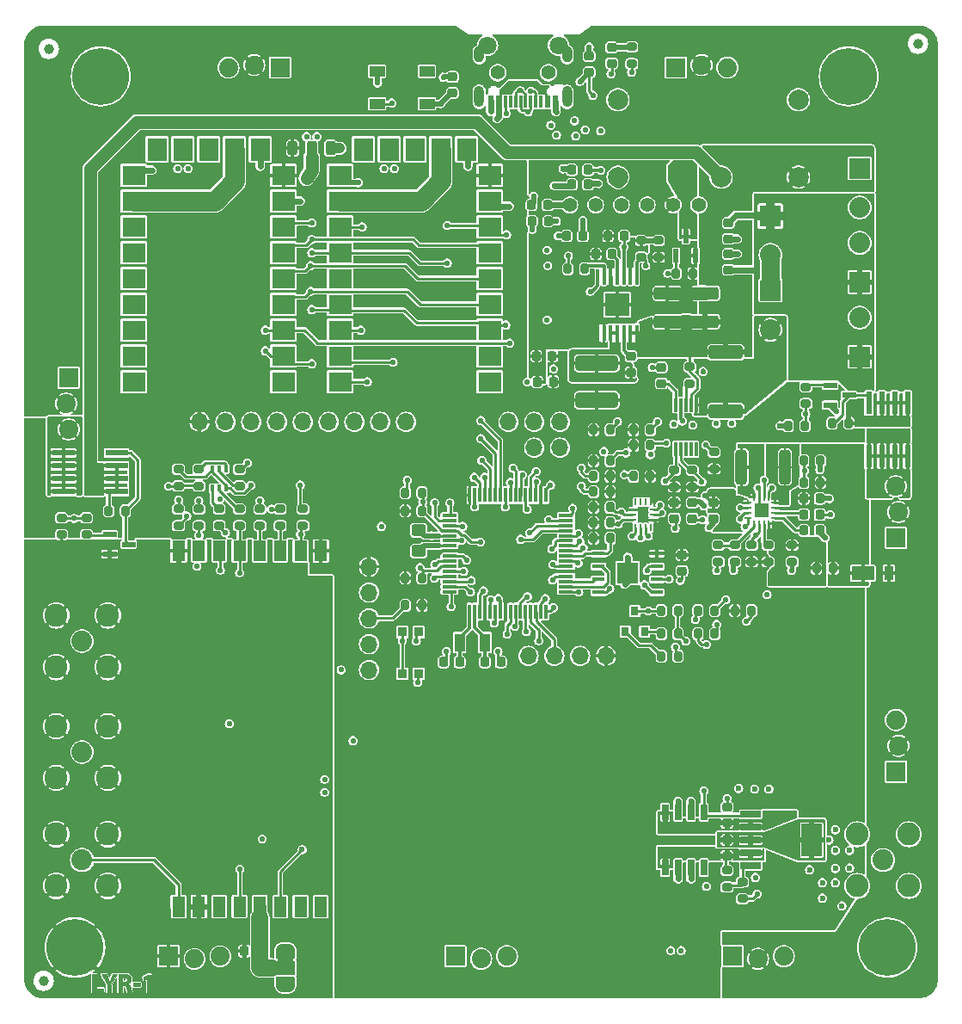
<source format=gbr>
%TF.GenerationSoftware,KiCad,Pcbnew,7.0.9*%
%TF.CreationDate,2024-01-23T11:42:20+00:00*%
%TF.ProjectId,mainboard,6d61696e-626f-4617-9264-2e6b69636164,rev?*%
%TF.SameCoordinates,Original*%
%TF.FileFunction,Copper,L1,Top*%
%TF.FilePolarity,Positive*%
%FSLAX46Y46*%
G04 Gerber Fmt 4.6, Leading zero omitted, Abs format (unit mm)*
G04 Created by KiCad (PCBNEW 7.0.9) date 2024-01-23 11:42:20*
%MOMM*%
%LPD*%
G01*
G04 APERTURE LIST*
G04 Aperture macros list*
%AMRoundRect*
0 Rectangle with rounded corners*
0 $1 Rounding radius*
0 $2 $3 $4 $5 $6 $7 $8 $9 X,Y pos of 4 corners*
0 Add a 4 corners polygon primitive as box body*
4,1,4,$2,$3,$4,$5,$6,$7,$8,$9,$2,$3,0*
0 Add four circle primitives for the rounded corners*
1,1,$1+$1,$2,$3*
1,1,$1+$1,$4,$5*
1,1,$1+$1,$6,$7*
1,1,$1+$1,$8,$9*
0 Add four rect primitives between the rounded corners*
20,1,$1+$1,$2,$3,$4,$5,0*
20,1,$1+$1,$4,$5,$6,$7,0*
20,1,$1+$1,$6,$7,$8,$9,0*
20,1,$1+$1,$8,$9,$2,$3,0*%
%AMFreePoly0*
4,1,21,0.750000,-0.950000,0.000000,-0.950000,0.000000,-0.944896,-0.084376,-0.944896,-0.248223,-0.904511,-0.397645,-0.826089,-0.523958,-0.714186,-0.619819,-0.575306,-0.679659,-0.417521,-0.700000,-0.250000,-0.700000,0.250000,-0.679659,0.417521,-0.619819,0.575306,-0.523958,0.714186,-0.397645,0.826089,-0.248223,0.904511,-0.084376,0.944896,0.000000,0.944896,0.000000,0.950000,0.750000,0.950000,
0.750000,-0.950000,0.750000,-0.950000,$1*%
%AMFreePoly1*
4,1,21,0.000000,0.944896,0.084376,0.944896,0.248223,0.904511,0.397645,0.826089,0.523958,0.714186,0.619819,0.575306,0.679659,0.417521,0.700000,0.250000,0.700000,-0.250000,0.679659,-0.417521,0.619819,-0.575306,0.523958,-0.714186,0.397645,-0.826089,0.248223,-0.904511,0.084376,-0.944896,0.000000,-0.944896,0.000000,-0.950000,-0.750000,-0.950000,-0.750000,0.950000,0.000000,0.950000,
0.000000,0.944896,0.000000,0.944896,$1*%
G04 Aperture macros list end*
%TA.AperFunction,EtchedComponent*%
%ADD10C,0.010000*%
%TD*%
%TA.AperFunction,SMDPad,CuDef*%
%ADD11RoundRect,0.200000X0.200000X0.275000X-0.200000X0.275000X-0.200000X-0.275000X0.200000X-0.275000X0*%
%TD*%
%TA.AperFunction,SMDPad,CuDef*%
%ADD12RoundRect,0.200000X-0.275000X0.200000X-0.275000X-0.200000X0.275000X-0.200000X0.275000X0.200000X0*%
%TD*%
%TA.AperFunction,SMDPad,CuDef*%
%ADD13RoundRect,0.200000X-0.200000X-0.275000X0.200000X-0.275000X0.200000X0.275000X-0.200000X0.275000X0*%
%TD*%
%TA.AperFunction,SMDPad,CuDef*%
%ADD14RoundRect,0.200000X0.275000X-0.200000X0.275000X0.200000X-0.275000X0.200000X-0.275000X-0.200000X0*%
%TD*%
%TA.AperFunction,ComponentPad*%
%ADD15C,1.800000*%
%TD*%
%TA.AperFunction,ComponentPad*%
%ADD16C,1.408000*%
%TD*%
%TA.AperFunction,SMDPad,CuDef*%
%ADD17R,0.900000X1.400000*%
%TD*%
%TA.AperFunction,SMDPad,CuDef*%
%ADD18R,2.200000X1.400000*%
%TD*%
%TA.AperFunction,ComponentPad*%
%ADD19R,1.879600X1.879600*%
%TD*%
%TA.AperFunction,ComponentPad*%
%ADD20C,1.879600*%
%TD*%
%TA.AperFunction,ComponentPad*%
%ADD21R,2.032000X2.032000*%
%TD*%
%TA.AperFunction,ComponentPad*%
%ADD22C,2.032000*%
%TD*%
%TA.AperFunction,SMDPad,CuDef*%
%ADD23RoundRect,0.218750X-0.218750X-0.256250X0.218750X-0.256250X0.218750X0.256250X-0.218750X0.256250X0*%
%TD*%
%TA.AperFunction,SMDPad,CuDef*%
%ADD24RoundRect,0.218750X-0.256250X0.218750X-0.256250X-0.218750X0.256250X-0.218750X0.256250X0.218750X0*%
%TD*%
%TA.AperFunction,SMDPad,CuDef*%
%ADD25R,0.304800X1.600200*%
%TD*%
%TA.AperFunction,SMDPad,CuDef*%
%ADD26R,2.460000X2.310000*%
%TD*%
%TA.AperFunction,SMDPad,CuDef*%
%ADD27RoundRect,0.218750X0.256250X-0.218750X0.256250X0.218750X-0.256250X0.218750X-0.256250X-0.218750X0*%
%TD*%
%TA.AperFunction,SMDPad,CuDef*%
%ADD28RoundRect,0.218750X0.218750X0.256250X-0.218750X0.256250X-0.218750X-0.256250X0.218750X-0.256250X0*%
%TD*%
%TA.AperFunction,SMDPad,CuDef*%
%ADD29R,1.320800X0.558800*%
%TD*%
%TA.AperFunction,SMDPad,CuDef*%
%ADD30R,0.300000X1.475000*%
%TD*%
%TA.AperFunction,SMDPad,CuDef*%
%ADD31R,1.475000X0.300000*%
%TD*%
%TA.AperFunction,SMDPad,CuDef*%
%ADD32R,2.209800X0.609600*%
%TD*%
%TA.AperFunction,SMDPad,CuDef*%
%ADD33R,0.609600X2.209800*%
%TD*%
%TA.AperFunction,SMDPad,CuDef*%
%ADD34RoundRect,0.250000X-0.312500X-1.450000X0.312500X-1.450000X0.312500X1.450000X-0.312500X1.450000X0*%
%TD*%
%TA.AperFunction,SMDPad,CuDef*%
%ADD35R,2.286000X1.981200*%
%TD*%
%TA.AperFunction,SMDPad,CuDef*%
%ADD36R,1.981200X2.286000*%
%TD*%
%TA.AperFunction,ComponentPad*%
%ADD37O,1.700000X1.700000*%
%TD*%
%TA.AperFunction,SMDPad,CuDef*%
%ADD38R,1.200000X0.450000*%
%TD*%
%TA.AperFunction,SMDPad,CuDef*%
%ADD39R,2.100000X2.100000*%
%TD*%
%TA.AperFunction,SMDPad,CuDef*%
%ADD40R,0.700000X0.250000*%
%TD*%
%TA.AperFunction,SMDPad,CuDef*%
%ADD41R,0.250000X0.700000*%
%TD*%
%TA.AperFunction,SMDPad,CuDef*%
%ADD42R,1.450000X1.450000*%
%TD*%
%TA.AperFunction,ComponentPad*%
%ADD43C,5.600000*%
%TD*%
%TA.AperFunction,SMDPad,CuDef*%
%ADD44C,1.000000*%
%TD*%
%TA.AperFunction,SMDPad,CuDef*%
%ADD45R,0.600000X1.150000*%
%TD*%
%TA.AperFunction,SMDPad,CuDef*%
%ADD46R,0.300000X1.150000*%
%TD*%
%TA.AperFunction,ComponentPad*%
%ADD47O,1.000000X2.100000*%
%TD*%
%TA.AperFunction,ComponentPad*%
%ADD48O,1.000000X1.600000*%
%TD*%
%TA.AperFunction,ComponentPad*%
%ADD49C,2.006600*%
%TD*%
%TA.AperFunction,ComponentPad*%
%ADD50C,2.050000*%
%TD*%
%TA.AperFunction,ComponentPad*%
%ADD51C,2.250000*%
%TD*%
%TA.AperFunction,SMDPad,CuDef*%
%ADD52R,1.500000X1.000000*%
%TD*%
%TA.AperFunction,SMDPad,CuDef*%
%ADD53R,0.250000X0.675000*%
%TD*%
%TA.AperFunction,SMDPad,CuDef*%
%ADD54R,0.675000X0.250000*%
%TD*%
%TA.AperFunction,SMDPad,CuDef*%
%ADD55RoundRect,0.250000X-0.450000X0.325000X-0.450000X-0.325000X0.450000X-0.325000X0.450000X0.325000X0*%
%TD*%
%TA.AperFunction,SMDPad,CuDef*%
%ADD56RoundRect,0.243750X-0.243750X-0.456250X0.243750X-0.456250X0.243750X0.456250X-0.243750X0.456250X0*%
%TD*%
%TA.AperFunction,SMDPad,CuDef*%
%ADD57R,1.000000X1.800000*%
%TD*%
%TA.AperFunction,SMDPad,CuDef*%
%ADD58RoundRect,0.250000X-1.425000X0.425000X-1.425000X-0.425000X1.425000X-0.425000X1.425000X0.425000X0*%
%TD*%
%TA.AperFunction,SMDPad,CuDef*%
%ADD59RoundRect,0.333000X-1.767000X0.417000X-1.767000X-0.417000X1.767000X-0.417000X1.767000X0.417000X0*%
%TD*%
%TA.AperFunction,SMDPad,CuDef*%
%ADD60R,0.558800X1.320800*%
%TD*%
%TA.AperFunction,SMDPad,CuDef*%
%ADD61RoundRect,0.250000X1.075000X-0.375000X1.075000X0.375000X-1.075000X0.375000X-1.075000X-0.375000X0*%
%TD*%
%TA.AperFunction,SMDPad,CuDef*%
%ADD62R,0.330200X1.350000*%
%TD*%
%TA.AperFunction,SMDPad,CuDef*%
%ADD63R,1.300000X2.000000*%
%TD*%
%TA.AperFunction,SMDPad,CuDef*%
%ADD64R,4.800001X5.699999*%
%TD*%
%TA.AperFunction,SMDPad,CuDef*%
%ADD65R,0.900000X0.900000*%
%TD*%
%TA.AperFunction,SMDPad,CuDef*%
%ADD66R,0.400000X0.650000*%
%TD*%
%TA.AperFunction,SMDPad,CuDef*%
%ADD67R,0.800000X0.900000*%
%TD*%
%TA.AperFunction,SMDPad,CuDef*%
%ADD68R,2.000000X0.650000*%
%TD*%
%TA.AperFunction,SMDPad,CuDef*%
%ADD69R,2.000000X3.200000*%
%TD*%
%TA.AperFunction,SMDPad,CuDef*%
%ADD70FreePoly0,270.000000*%
%TD*%
%TA.AperFunction,SMDPad,CuDef*%
%ADD71R,1.900000X1.400000*%
%TD*%
%TA.AperFunction,SMDPad,CuDef*%
%ADD72FreePoly1,270.000000*%
%TD*%
%TA.AperFunction,SMDPad,CuDef*%
%ADD73R,0.650000X1.525000*%
%TD*%
%TA.AperFunction,ComponentPad*%
%ADD74C,1.400000*%
%TD*%
%TA.AperFunction,ViaPad*%
%ADD75C,0.584200*%
%TD*%
%TA.AperFunction,ViaPad*%
%ADD76C,0.600000*%
%TD*%
%TA.AperFunction,Conductor*%
%ADD77C,0.250000*%
%TD*%
%TA.AperFunction,Conductor*%
%ADD78C,0.279400*%
%TD*%
%TA.AperFunction,Conductor*%
%ADD79C,0.406400*%
%TD*%
%TA.AperFunction,Conductor*%
%ADD80C,0.271780*%
%TD*%
%TA.AperFunction,Conductor*%
%ADD81C,0.508000*%
%TD*%
%TA.AperFunction,Conductor*%
%ADD82C,0.609600*%
%TD*%
%TA.AperFunction,Conductor*%
%ADD83C,0.293370*%
%TD*%
%TA.AperFunction,Conductor*%
%ADD84C,0.234950*%
%TD*%
%TA.AperFunction,Conductor*%
%ADD85C,0.300000*%
%TD*%
%TA.AperFunction,Conductor*%
%ADD86C,0.271781*%
%TD*%
%TA.AperFunction,Conductor*%
%ADD87C,0.330200*%
%TD*%
%TA.AperFunction,Conductor*%
%ADD88C,1.270000*%
%TD*%
%TA.AperFunction,Conductor*%
%ADD89C,0.304800*%
%TD*%
%TA.AperFunction,Conductor*%
%ADD90C,0.975000*%
%TD*%
%TA.AperFunction,Conductor*%
%ADD91C,0.203200*%
%TD*%
%TA.AperFunction,Conductor*%
%ADD92C,0.228600*%
%TD*%
%TA.AperFunction,Conductor*%
%ADD93C,1.651000*%
%TD*%
%TA.AperFunction,Conductor*%
%ADD94C,1.981200*%
%TD*%
%TA.AperFunction,Conductor*%
%ADD95C,1.778000*%
%TD*%
G04 APERTURE END LIST*
%TO.C,REF\u002A\u002A*%
D10*
X11506200Y1270000D02*
X10820400Y1270000D01*
X10820400Y1600200D01*
X11506200Y1600200D01*
X11506200Y1270000D01*
%TA.AperFunction,EtchedComponent*%
G36*
X11506200Y1270000D02*
G01*
X10820400Y1270000D01*
X10820400Y1600200D01*
X11506200Y1600200D01*
X11506200Y1270000D01*
G37*
%TD.AperFunction*%
X7175500Y1054100D02*
X7861300Y1054100D01*
X7861300Y723900D01*
X7330016Y723900D01*
X7216237Y724097D01*
X7110401Y724657D01*
X7015193Y725539D01*
X6933298Y726701D01*
X6867401Y728101D01*
X6820187Y729696D01*
X6794340Y731445D01*
X6790266Y732367D01*
X6788831Y746184D01*
X6787472Y783301D01*
X6786210Y841620D01*
X6785066Y919039D01*
X6784061Y1013461D01*
X6783214Y1122785D01*
X6782547Y1244911D01*
X6782080Y1377741D01*
X6781834Y1519175D01*
X6781800Y1595967D01*
X6781800Y2451100D01*
X7175500Y2451100D01*
X7175500Y1054100D01*
%TA.AperFunction,EtchedComponent*%
G36*
X7175500Y1054100D02*
G01*
X7861300Y1054100D01*
X7861300Y723900D01*
X7330016Y723900D01*
X7216237Y724097D01*
X7110401Y724657D01*
X7015193Y725539D01*
X6933298Y726701D01*
X6867401Y728101D01*
X6820187Y729696D01*
X6794340Y731445D01*
X6790266Y732367D01*
X6788831Y746184D01*
X6787472Y783301D01*
X6786210Y841620D01*
X6785066Y919039D01*
X6784061Y1013461D01*
X6783214Y1122785D01*
X6782547Y1244911D01*
X6782080Y1377741D01*
X6781834Y1519175D01*
X6781800Y1595967D01*
X6781800Y2451100D01*
X7175500Y2451100D01*
X7175500Y1054100D01*
G37*
%TD.AperFunction*%
X12585700Y723900D02*
X12204926Y723900D01*
X12201638Y1382882D01*
X12198350Y2041863D01*
X12043269Y1968220D01*
X11979930Y1938614D01*
X11935733Y1919389D01*
X11907185Y1909408D01*
X11890789Y1907534D01*
X11883050Y1912629D01*
X11881796Y1915664D01*
X11870161Y1958823D01*
X11858368Y2010457D01*
X11847514Y2064527D01*
X11838696Y2114995D01*
X11833009Y2155823D01*
X11831552Y2180971D01*
X11832737Y2185765D01*
X11847011Y2194110D01*
X11880472Y2211148D01*
X11929227Y2234973D01*
X11989381Y2263678D01*
X12049083Y2291662D01*
X12255416Y2387600D01*
X12585700Y2387600D01*
X12585700Y723900D01*
%TA.AperFunction,EtchedComponent*%
G36*
X12585700Y723900D02*
G01*
X12204926Y723900D01*
X12201638Y1382882D01*
X12198350Y2041863D01*
X12043269Y1968220D01*
X11979930Y1938614D01*
X11935733Y1919389D01*
X11907185Y1909408D01*
X11890789Y1907534D01*
X11883050Y1912629D01*
X11881796Y1915664D01*
X11870161Y1958823D01*
X11858368Y2010457D01*
X11847514Y2064527D01*
X11838696Y2114995D01*
X11833009Y2155823D01*
X11831552Y2180971D01*
X11832737Y2185765D01*
X11847011Y2194110D01*
X11880472Y2211148D01*
X11929227Y2234973D01*
X11989381Y2263678D01*
X12049083Y2291662D01*
X12255416Y2387600D01*
X12585700Y2387600D01*
X12585700Y723900D01*
G37*
%TD.AperFunction*%
X7945122Y2448221D02*
X8169625Y2444750D01*
X8254205Y2247900D01*
X8289600Y2164812D01*
X8328159Y2073118D01*
X8365847Y1982487D01*
X8398627Y1902586D01*
X8406860Y1882253D01*
X8431573Y1823104D01*
X8453569Y1774419D01*
X8470963Y1740071D01*
X8481872Y1723937D01*
X8484049Y1723503D01*
X8492988Y1740046D01*
X8506999Y1772869D01*
X8520248Y1807364D01*
X8535022Y1845956D01*
X8556395Y1899561D01*
X8582795Y1964435D01*
X8612645Y2036836D01*
X8644371Y2113022D01*
X8676399Y2189250D01*
X8707155Y2261776D01*
X8735062Y2326860D01*
X8758548Y2380757D01*
X8776038Y2419726D01*
X8785956Y2440023D01*
X8787201Y2441893D01*
X8802465Y2444967D01*
X8838705Y2447227D01*
X8891509Y2448546D01*
X8956464Y2448796D01*
X9008363Y2448243D01*
X9220073Y2444750D01*
X8661783Y1456858D01*
X8658416Y1093554D01*
X8655050Y730250D01*
X8461375Y726745D01*
X8267700Y723239D01*
X8267700Y1432290D01*
X8044337Y1849620D01*
X7991323Y1948634D01*
X7940014Y2044391D01*
X7892149Y2133657D01*
X7849461Y2213195D01*
X7813689Y2279770D01*
X7786568Y2330146D01*
X7770796Y2359321D01*
X7720619Y2451691D01*
X7945122Y2448221D01*
%TA.AperFunction,EtchedComponent*%
G36*
X7945122Y2448221D02*
G01*
X8169625Y2444750D01*
X8254205Y2247900D01*
X8289600Y2164812D01*
X8328159Y2073118D01*
X8365847Y1982487D01*
X8398627Y1902586D01*
X8406860Y1882253D01*
X8431573Y1823104D01*
X8453569Y1774419D01*
X8470963Y1740071D01*
X8481872Y1723937D01*
X8484049Y1723503D01*
X8492988Y1740046D01*
X8506999Y1772869D01*
X8520248Y1807364D01*
X8535022Y1845956D01*
X8556395Y1899561D01*
X8582795Y1964435D01*
X8612645Y2036836D01*
X8644371Y2113022D01*
X8676399Y2189250D01*
X8707155Y2261776D01*
X8735062Y2326860D01*
X8758548Y2380757D01*
X8776038Y2419726D01*
X8785956Y2440023D01*
X8787201Y2441893D01*
X8802465Y2444967D01*
X8838705Y2447227D01*
X8891509Y2448546D01*
X8956464Y2448796D01*
X9008363Y2448243D01*
X9220073Y2444750D01*
X8661783Y1456858D01*
X8658416Y1093554D01*
X8655050Y730250D01*
X8461375Y726745D01*
X8267700Y723239D01*
X8267700Y1432290D01*
X8044337Y1849620D01*
X7991323Y1948634D01*
X7940014Y2044391D01*
X7892149Y2133657D01*
X7849461Y2213195D01*
X7813689Y2279770D01*
X7786568Y2330146D01*
X7770796Y2359321D01*
X7720619Y2451691D01*
X7945122Y2448221D01*
G37*
%TD.AperFunction*%
X10008722Y2455511D02*
X10070000Y2453853D01*
X10117774Y2450910D01*
X10156004Y2446462D01*
X10188654Y2440288D01*
X10210800Y2434688D01*
X10312550Y2401226D01*
X10393868Y2361797D01*
X10459480Y2313909D01*
X10482928Y2291263D01*
X10536209Y2224270D01*
X10571697Y2150796D01*
X10591375Y2065346D01*
X10597198Y1974850D01*
X10596587Y1914793D01*
X10592487Y1870896D01*
X10583279Y1833989D01*
X10567345Y1794901D01*
X10564238Y1788205D01*
X10516808Y1710852D01*
X10452855Y1640336D01*
X10380045Y1584655D01*
X10356325Y1571377D01*
X10296302Y1540872D01*
X10341915Y1512682D01*
X10382547Y1483557D01*
X10417769Y1448328D01*
X10449153Y1403883D01*
X10478276Y1347109D01*
X10506714Y1274896D01*
X10536040Y1184132D01*
X10567831Y1071706D01*
X10570858Y1060450D01*
X10591199Y985575D01*
X10610819Y915171D01*
X10628181Y854625D01*
X10641745Y809325D01*
X10648365Y788979D01*
X10660013Y755079D01*
X10667051Y732796D01*
X10668000Y728654D01*
X10656018Y727027D01*
X10622949Y725640D01*
X10573103Y724597D01*
X10510792Y724001D01*
X10470501Y723900D01*
X10273003Y723900D01*
X10253739Y770006D01*
X10243228Y799626D01*
X10228293Y847567D01*
X10210814Y907544D01*
X10192669Y973272D01*
X10190141Y982731D01*
X10165107Y1075940D01*
X10145046Y1148048D01*
X10128747Y1202592D01*
X10115003Y1243106D01*
X10102605Y1273128D01*
X10090344Y1296192D01*
X10077011Y1315834D01*
X10075654Y1317639D01*
X10043254Y1352868D01*
X10004954Y1377228D01*
X9954900Y1393120D01*
X9887239Y1402944D01*
X9862459Y1405080D01*
X9753600Y1413448D01*
X9753600Y723900D01*
X9372421Y723900D01*
X9375685Y1577923D01*
X9377904Y2158517D01*
X9753600Y2158517D01*
X9753600Y1689100D01*
X9871987Y1689100D01*
X9946534Y1691810D01*
X10009697Y1699375D01*
X10047008Y1708397D01*
X10118712Y1744409D01*
X10171021Y1796134D01*
X10202712Y1861900D01*
X10212607Y1934699D01*
X10204833Y2010107D01*
X10179924Y2068994D01*
X10135473Y2115535D01*
X10092956Y2142207D01*
X10060364Y2152757D01*
X10010228Y2161619D01*
X9950381Y2168170D01*
X9888658Y2171789D01*
X9832892Y2171852D01*
X9790917Y2167737D01*
X9785818Y2166603D01*
X9753600Y2158517D01*
X9377904Y2158517D01*
X9378950Y2431945D01*
X9455150Y2443099D01*
X9490032Y2446397D01*
X9545509Y2449451D01*
X9616773Y2452099D01*
X9699019Y2454176D01*
X9787440Y2455520D01*
X9829800Y2455852D01*
X9929976Y2456104D01*
X10008722Y2455511D01*
%TA.AperFunction,EtchedComponent*%
G36*
X10008722Y2455511D02*
G01*
X10070000Y2453853D01*
X10117774Y2450910D01*
X10156004Y2446462D01*
X10188654Y2440288D01*
X10210800Y2434688D01*
X10312550Y2401226D01*
X10393868Y2361797D01*
X10459480Y2313909D01*
X10482928Y2291263D01*
X10536209Y2224270D01*
X10571697Y2150796D01*
X10591375Y2065346D01*
X10597198Y1974850D01*
X10596587Y1914793D01*
X10592487Y1870896D01*
X10583279Y1833989D01*
X10567345Y1794901D01*
X10564238Y1788205D01*
X10516808Y1710852D01*
X10452855Y1640336D01*
X10380045Y1584655D01*
X10356325Y1571377D01*
X10296302Y1540872D01*
X10341915Y1512682D01*
X10382547Y1483557D01*
X10417769Y1448328D01*
X10449153Y1403883D01*
X10478276Y1347109D01*
X10506714Y1274896D01*
X10536040Y1184132D01*
X10567831Y1071706D01*
X10570858Y1060450D01*
X10591199Y985575D01*
X10610819Y915171D01*
X10628181Y854625D01*
X10641745Y809325D01*
X10648365Y788979D01*
X10660013Y755079D01*
X10667051Y732796D01*
X10668000Y728654D01*
X10656018Y727027D01*
X10622949Y725640D01*
X10573103Y724597D01*
X10510792Y724001D01*
X10470501Y723900D01*
X10273003Y723900D01*
X10253739Y770006D01*
X10243228Y799626D01*
X10228293Y847567D01*
X10210814Y907544D01*
X10192669Y973272D01*
X10190141Y982731D01*
X10165107Y1075940D01*
X10145046Y1148048D01*
X10128747Y1202592D01*
X10115003Y1243106D01*
X10102605Y1273128D01*
X10090344Y1296192D01*
X10077011Y1315834D01*
X10075654Y1317639D01*
X10043254Y1352868D01*
X10004954Y1377228D01*
X9954900Y1393120D01*
X9887239Y1402944D01*
X9862459Y1405080D01*
X9753600Y1413448D01*
X9753600Y723900D01*
X9372421Y723900D01*
X9375685Y1577923D01*
X9377904Y2158517D01*
X9753600Y2158517D01*
X9753600Y1689100D01*
X9871987Y1689100D01*
X9946534Y1691810D01*
X10009697Y1699375D01*
X10047008Y1708397D01*
X10118712Y1744409D01*
X10171021Y1796134D01*
X10202712Y1861900D01*
X10212607Y1934699D01*
X10204833Y2010107D01*
X10179924Y2068994D01*
X10135473Y2115535D01*
X10092956Y2142207D01*
X10060364Y2152757D01*
X10010228Y2161619D01*
X9950381Y2168170D01*
X9888658Y2171789D01*
X9832892Y2171852D01*
X9790917Y2167737D01*
X9785818Y2166603D01*
X9753600Y2158517D01*
X9377904Y2158517D01*
X9378950Y2431945D01*
X9455150Y2443099D01*
X9490032Y2446397D01*
X9545509Y2449451D01*
X9616773Y2452099D01*
X9699019Y2454176D01*
X9787440Y2455520D01*
X9829800Y2455852D01*
X9929976Y2456104D01*
X10008722Y2455511D01*
G37*
%TD.AperFunction*%
%TA.AperFunction,EtchedComponent*%
%TO.C,JP6*%
G36*
X26568400Y3686100D02*
G01*
X25044400Y3686100D01*
X25044400Y4186100D01*
X26568400Y4186100D01*
X26568400Y3686100D01*
G37*
%TD.AperFunction*%
%TD*%
D11*
%TO.P,R12,2*%
%TO.N,Net-(R11-Pad1)*%
X76860900Y52997100D03*
%TO.P,R12,1*%
%TO.N,GND*%
X78510900Y52997100D03*
%TD*%
D12*
%TO.P,R9,2*%
%TO.N,GND*%
X75717400Y43028100D03*
%TO.P,R9,1*%
%TO.N,Net-(R10-Pad1)*%
X75717400Y44678100D03*
%TD*%
D13*
%TO.P,R10,2*%
%TO.N,/Power/VCHRG_IN*%
X79752000Y42408004D03*
%TO.P,R10,1*%
%TO.N,Net-(R10-Pad1)*%
X78102000Y42408004D03*
%TD*%
D14*
%TO.P,R20,2*%
%TO.N,L1_PROG*%
X70065900Y44678100D03*
%TO.P,R20,1*%
%TO.N,GND*%
X70065900Y43028100D03*
%TD*%
D13*
%TO.P,R38,2*%
%TO.N,/Burn Wires/VBURN_A_IN*%
X81304900Y56680100D03*
%TO.P,R38,1*%
%TO.N,Net-(Q21-Pad4)*%
X79654900Y56680100D03*
%TD*%
D11*
%TO.P,R15,2*%
%TO.N,Net-(C27-Pad1)*%
X53619900Y71856600D03*
%TO.P,R15,1*%
%TO.N,Net-(R15-Pad1)*%
X55269900Y71856600D03*
%TD*%
D12*
%TO.P,R6,2*%
%TO.N,Net-(R6-Pad2)*%
X68414900Y43028100D03*
%TO.P,R6,1*%
%TO.N,L1_PROG*%
X68414900Y44678100D03*
%TD*%
D13*
%TO.P,R25,2*%
%TO.N,GND*%
X65937900Y71412100D03*
%TO.P,R25,1*%
%TO.N,BURN_RELAY_A*%
X64287900Y71412100D03*
%TD*%
D12*
%TO.P,R27,2*%
%TO.N,GND*%
X3779000Y45715004D03*
%TO.P,R27,1*%
%TO.N,ENAB_BURN1*%
X3779000Y47365004D03*
%TD*%
D11*
%TO.P,R37,2*%
%TO.N,/Burn Wires/VBURN_A_IN*%
X8407900Y48044100D03*
%TO.P,R37,1*%
%TO.N,Net-(Q20-Pad4)*%
X10057900Y48044100D03*
%TD*%
D13*
%TO.P,R3,2*%
%TO.N,~{RESET}*%
X39267900Y48044100D03*
%TO.P,R3,1*%
%TO.N,3.3V*%
X37617900Y48044100D03*
%TD*%
%TO.P,R45,2*%
%TO.N,SCL*%
X57809900Y52997100D03*
%TO.P,R45,1*%
%TO.N,3.3V*%
X56159900Y52997100D03*
%TD*%
D11*
%TO.P,R4,2*%
%TO.N,SWCLK*%
X37617900Y38773100D03*
%TO.P,R4,1*%
%TO.N,3.3V*%
X39267900Y38773100D03*
%TD*%
D12*
%TO.P,R31,2*%
%TO.N,/Power/REGN*%
X59918600Y92050100D03*
%TO.P,R31,1*%
%TO.N,Net-(D5-Pad2)*%
X59918600Y93700100D03*
%TD*%
%TO.P,R13,2*%
%TO.N,3.3V*%
X60858400Y73000100D03*
%TO.P,R13,1*%
%TO.N,Net-(R13-Pad1)*%
X60858400Y74650100D03*
%TD*%
D13*
%TO.P,R43,2*%
%TO.N,RF2_CS*%
X71716400Y38227000D03*
%TO.P,R43,1*%
%TO.N,3.3V*%
X70066400Y38227000D03*
%TD*%
D11*
%TO.P,R50,2*%
%TO.N,3.3V*%
X56159900Y45377100D03*
%TO.P,R50,1*%
%TO.N,FLASH_CS*%
X57809900Y45377100D03*
%TD*%
D13*
%TO.P,R5,2*%
%TO.N,RF1_CS*%
X39267900Y41440100D03*
%TO.P,R5,1*%
%TO.N,3.3V*%
X37617900Y41440100D03*
%TD*%
D11*
%TO.P,R42,2*%
%TO.N,Net-(R42-Pad2)*%
X37617900Y49822100D03*
%TO.P,R42,1*%
%TO.N,~{RESET}*%
X39267900Y49822100D03*
%TD*%
D13*
%TO.P,R11,2*%
%TO.N,/Power/VCHRG_IN*%
X78510900Y50838100D03*
%TO.P,R11,1*%
%TO.N,Net-(R11-Pad1)*%
X76860900Y50838100D03*
%TD*%
%TO.P,R66,2*%
%TO.N,SCL_IMU*%
X57809900Y48425100D03*
%TO.P,R66,1*%
%TO.N,3.3V*%
X56159900Y48425100D03*
%TD*%
%TO.P,R67,2*%
%TO.N,SDA_IMU*%
X57809900Y46901100D03*
%TO.P,R67,1*%
%TO.N,3.3V*%
X56159900Y46901100D03*
%TD*%
D11*
%TO.P,R73,2*%
%TO.N,Net-(Q12-Pad2)*%
X60096900Y51473100D03*
%TO.P,R73,1*%
%TO.N,3.3V*%
X61746900Y51473100D03*
%TD*%
%TO.P,R74,2*%
%TO.N,Net-(Q13-Pad2)*%
X56159900Y49949100D03*
%TO.P,R74,1*%
%TO.N,3.3V*%
X57809900Y49949100D03*
%TD*%
D14*
%TO.P,R84,2*%
%TO.N,SCL_PWR*%
X64096900Y52044100D03*
%TO.P,R84,1*%
%TO.N,3.3V*%
X64096900Y50394100D03*
%TD*%
%TO.P,R85,2*%
%TO.N,SDA_PWR*%
X65874900Y52044100D03*
%TO.P,R85,1*%
%TO.N,3.3V*%
X65874900Y50394100D03*
%TD*%
D13*
%TO.P,R93,2*%
%TO.N,Net-(Q18-Pad2)*%
X61746900Y54521100D03*
%TO.P,R93,1*%
%TO.N,3.3V*%
X60096900Y54521100D03*
%TD*%
D14*
%TO.P,R94,2*%
%TO.N,Net-(Q19-Pad2)*%
X68033900Y53822100D03*
%TO.P,R94,1*%
%TO.N,3.3V*%
X68033900Y52172100D03*
%TD*%
D11*
%TO.P,R44,2*%
%TO.N,SDA*%
X56159900Y51473100D03*
%TO.P,R44,1*%
%TO.N,3.3V*%
X57809900Y51473100D03*
%TD*%
D13*
%TO.P,R62,2*%
%TO.N,Net-(Q13-Pad6)*%
X57809900Y56045100D03*
%TO.P,R62,1*%
%TO.N,3.3V*%
X56159900Y56045100D03*
%TD*%
D14*
%TO.P,R14,2*%
%TO.N,Net-(R13-Pad1)*%
X62572900Y74650100D03*
%TO.P,R14,1*%
%TO.N,GND*%
X62572900Y73000100D03*
%TD*%
D11*
%TO.P,R28,2*%
%TO.N,GND*%
X75336900Y56426100D03*
%TO.P,R28,1*%
%TO.N,ENAB_BURN2*%
X76986900Y56426100D03*
%TD*%
D12*
%TO.P,R33,2*%
%TO.N,ENAB_BURN2*%
X77050900Y58601004D03*
%TO.P,R33,1*%
%TO.N,Net-(Q5-Pad1)*%
X77050900Y60251004D03*
%TD*%
D13*
%TO.P,R61,2*%
%TO.N,Net-(Q12-Pad6)*%
X61746900Y56045100D03*
%TO.P,R61,1*%
%TO.N,3.3V*%
X60096900Y56045100D03*
%TD*%
D12*
%TO.P,R26,2*%
%TO.N,Net-(R26-Pad2)*%
X65620900Y60554100D03*
%TO.P,R26,1*%
%TO.N,VBATT*%
X65620900Y62204100D03*
%TD*%
%TO.P,R55,2*%
%TO.N,Net-(R55-Pad2)*%
X69303900Y11024100D03*
%TO.P,R55,1*%
%TO.N,/Power/V_RF*%
X69303900Y12674100D03*
%TD*%
%TO.P,R17,2*%
%TO.N,3.3V*%
X71716900Y43028100D03*
%TO.P,R17,1*%
%TO.N,~{CHRG}*%
X71716900Y44678100D03*
%TD*%
%TO.P,R18,2*%
%TO.N,3.3V*%
X73366940Y43028100D03*
%TO.P,R18,1*%
%TO.N,Net-(R18-Pad1)*%
X73366940Y44678100D03*
%TD*%
D14*
%TO.P,R63,2*%
%TO.N,SCK*%
X17293000Y48234100D03*
%TO.P,R63,1*%
%TO.N,SCK_SD*%
X17293000Y46584100D03*
%TD*%
%TO.P,R64,2*%
%TO.N,MOSI*%
X15293000Y48234100D03*
%TO.P,R64,1*%
%TO.N,MOSI_SD*%
X15293000Y46584100D03*
%TD*%
D12*
%TO.P,R68,2*%
%TO.N,RF1_CS*%
X21293000Y46584100D03*
%TO.P,R68,1*%
%TO.N,Net-(Q11-Pad2)*%
X21293000Y48234100D03*
%TD*%
D14*
%TO.P,R69,2*%
%TO.N,SCK*%
X23293000Y48234100D03*
%TO.P,R69,1*%
%TO.N,SCK_RF1*%
X23293000Y46584100D03*
%TD*%
D11*
%TO.P,R107,2*%
%TO.N,MISO*%
X62827400Y38227000D03*
%TO.P,R107,1*%
%TO.N,MISO_RF2*%
X64477400Y38227000D03*
%TD*%
D14*
%TO.P,R104,2*%
%TO.N,MISO*%
X15293000Y52145700D03*
%TO.P,R104,1*%
%TO.N,MISO_SD*%
X15293000Y50495700D03*
%TD*%
%TO.P,R92,2*%
%TO.N,SD_CS*%
X21293000Y52145700D03*
%TO.P,R92,1*%
%TO.N,Net-(Q11-Pad5)*%
X21293000Y50495700D03*
%TD*%
D11*
%TO.P,R78,2*%
%TO.N,SCK*%
X66446900Y38227000D03*
%TO.P,R78,1*%
%TO.N,SCK_RF2*%
X68096900Y38227000D03*
%TD*%
D13*
%TO.P,R60,2*%
%TO.N,RF2_CS*%
X64477400Y33731200D03*
%TO.P,R60,1*%
%TO.N,Net-(Q17-Pad1)*%
X62827400Y33731200D03*
%TD*%
%TO.P,R48,2*%
%TO.N,MISO_RF2*%
X64477400Y35979100D03*
%TO.P,R48,1*%
%TO.N,Net-(Q17-Pad2)*%
X62827400Y35979100D03*
%TD*%
%TO.P,R77,2*%
%TO.N,MOSI*%
X68096900Y35979100D03*
%TO.P,R77,1*%
%TO.N,MOSI_RF2*%
X66446900Y35979100D03*
%TD*%
D12*
%TO.P,R53,2*%
%TO.N,MISO_SD*%
X17293000Y50495700D03*
%TO.P,R53,1*%
%TO.N,Net-(Q11-Pad4)*%
X17293000Y52145700D03*
%TD*%
%TO.P,R99,2*%
%TO.N,MISO_RF1*%
X19293000Y46584100D03*
%TO.P,R99,1*%
%TO.N,Net-(Q11-Pad1)*%
X19293000Y48234100D03*
%TD*%
%TO.P,R70,2*%
%TO.N,MOSI_RF1*%
X25293000Y46584100D03*
%TO.P,R70,1*%
%TO.N,MOSI*%
X25293000Y48234100D03*
%TD*%
D14*
%TO.P,R101,2*%
%TO.N,MISO*%
X27520900Y48234100D03*
%TO.P,R101,1*%
%TO.N,MISO_RF1*%
X27520900Y46584100D03*
%TD*%
D12*
%TO.P,R59,2*%
%TO.N,GND*%
X70827900Y9881100D03*
%TO.P,R59,1*%
%TO.N,Net-(R55-Pad2)*%
X70827900Y11531100D03*
%TD*%
D14*
%TO.P,R32,2*%
%TO.N,ENAB_BURN1*%
X6217400Y47365004D03*
%TO.P,R32,1*%
%TO.N,Net-(Q4-Pad1)*%
X6217400Y45715004D03*
%TD*%
D15*
%TO.P,J11,9*%
%TO.N,GNDREF*%
X52712500Y93865700D03*
%TO.P,J11,8*%
X45712500Y93865700D03*
D16*
%TO.P,J11,7*%
%TO.N,N/C*%
X51712500Y91165700D03*
%TO.P,J11,6*%
X46712500Y91165700D03*
%TD*%
D17*
%TO.P,D2,A*%
%TO.N,VSOLAR*%
X85231900Y41900004D03*
D18*
%TO.P,D2,C*%
%TO.N,/Power/VCHRG_IN*%
X82681900Y41900004D03*
%TD*%
D19*
%TO.P,JP11,1*%
%TO.N,GND*%
X4464000Y61140504D03*
D20*
%TO.P,JP11,2*%
%TO.N,VSOLAR*%
X4210000Y58600504D03*
%TO.P,JP11,3*%
%TO.N,/Burn Wires/VBURN1*%
X4464000Y56060504D03*
%TD*%
D19*
%TO.P,JP12,1*%
%TO.N,GND*%
X85933000Y45392504D03*
D20*
%TO.P,JP12,2*%
%TO.N,VSOLAR*%
X86187000Y47932504D03*
%TO.P,JP12,3*%
%TO.N,/Burn Wires/VBURN2*%
X85933000Y50472504D03*
%TD*%
D19*
%TO.P,JP13,1*%
%TO.N,GND*%
X14312900Y4229100D03*
D20*
%TO.P,JP13,2*%
%TO.N,VSOLAR*%
X16852900Y3975100D03*
%TO.P,JP13,3*%
%TO.N,Net-(JP13-Pad3)*%
X19392900Y4229100D03*
%TD*%
D19*
%TO.P,JP9,1*%
%TO.N,GND*%
X25269500Y91663004D03*
D20*
%TO.P,JP9,2*%
%TO.N,VSOLAR*%
X22729500Y91917004D03*
%TO.P,JP9,3*%
%TO.N,Net-(JP9-Pad3)*%
X20189500Y91663004D03*
%TD*%
D21*
%TO.P,J3,1*%
%TO.N,VCHRG*%
X82372000Y70557804D03*
D22*
%TO.P,J3,2*%
%TO.N,GNDREF*%
X82372000Y74413404D03*
%TD*%
D21*
%TO.P,J4,1*%
%TO.N,VCHRG*%
X82372000Y63202204D03*
D22*
%TO.P,J4,2*%
%TO.N,GNDREF*%
X82372000Y67057804D03*
%TD*%
D23*
%TO.P,C22,1*%
%TO.N,/Power/VCHRG_IN*%
X76869500Y49276204D03*
%TO.P,C22,2*%
%TO.N,GND*%
X78444500Y49276204D03*
%TD*%
%TO.P,C23,1*%
%TO.N,Net-(C23-Pad1)*%
X76869500Y46139100D03*
%TO.P,C23,2*%
%TO.N,GND*%
X78444500Y46139100D03*
%TD*%
D24*
%TO.P,C28,1*%
%TO.N,VBATT*%
X67955034Y48872404D03*
%TO.P,C28,2*%
%TO.N,GND*%
X67955034Y47297404D03*
%TD*%
D25*
%TO.P,U5,1*%
%TO.N,3.3V*%
X60430034Y71084604D03*
%TO.P,U5,2*%
%TO.N,Net-(R13-Pad1)*%
X59780021Y71084604D03*
%TO.P,U5,3*%
%TO.N,Net-(C27-Pad1)*%
X59130012Y71084604D03*
%TO.P,U5,4*%
%TO.N,Net-(C26-Pad1)*%
X58480000Y71084604D03*
%TO.P,U5,5*%
%TO.N,GND*%
X57829988Y71084604D03*
%TO.P,U5,6*%
%TO.N,Net-(R15-Pad1)*%
X57179979Y71084604D03*
%TO.P,U5,7*%
%TO.N,/Power/3V3_EN*%
X56529966Y71084604D03*
%TO.P,U5,8*%
%TO.N,GND*%
X56529966Y65547404D03*
%TO.P,U5,9*%
X57179979Y65547404D03*
%TO.P,U5,10*%
%TO.N,Net-(C21-Pad1)*%
X57829988Y65547404D03*
%TO.P,U5,11*%
X58480000Y65547404D03*
%TO.P,U5,12*%
%TO.N,Net-(C21-Pad2)*%
X59130012Y65547404D03*
%TO.P,U5,13*%
%TO.N,VBATT*%
X59780021Y65547404D03*
%TO.P,U5,14*%
X60430034Y65547404D03*
D26*
%TO.P,U5,15*%
%TO.N,GND*%
X58480000Y68316004D03*
%TD*%
D23*
%TO.P,C18,1*%
%TO.N,GND*%
X50609400Y60744100D03*
%TO.P,C18,2*%
%TO.N,3.3V*%
X52184400Y60744100D03*
%TD*%
%TO.P,C17,1*%
%TO.N,GND*%
X50517000Y63284100D03*
%TO.P,C17,2*%
%TO.N,3.3V*%
X52092000Y63284100D03*
%TD*%
D27*
%TO.P,C21,1*%
%TO.N,Net-(C21-Pad1)*%
X59842400Y61671100D03*
%TO.P,C21,2*%
%TO.N,Net-(C21-Pad2)*%
X59842400Y63246100D03*
%TD*%
D28*
%TO.P,C26,1*%
%TO.N,Net-(C26-Pad1)*%
X57962900Y73317100D03*
%TO.P,C26,2*%
%TO.N,GND*%
X56387900Y73317100D03*
%TD*%
D29*
%TO.P,Q5,1*%
%TO.N,Net-(Q5-Pad1)*%
X79447700Y60378504D03*
%TO.P,Q5,2*%
%TO.N,GND*%
X79447700Y58473504D03*
%TO.P,Q5,3*%
%TO.N,Net-(Q21-Pad4)*%
X81327300Y59426004D03*
%TD*%
D30*
%TO.P,U2,1*%
%TO.N,/Avionics/XTAL1*%
X43963900Y38115100D03*
%TO.P,U2,2*%
%TO.N,/Avionics/XTAL2*%
X44463900Y38115100D03*
%TO.P,U2,3*%
%TO.N,DAC0*%
X44963900Y38115100D03*
%TO.P,U2,4*%
%TO.N,3.3V*%
X45463900Y38115100D03*
%TO.P,U2,5*%
%TO.N,RF1_IO4*%
X45963900Y38115100D03*
%TO.P,U2,6*%
%TO.N,RF1_IO0*%
X46463900Y38115100D03*
%TO.P,U2,7*%
%TO.N,GND*%
X46963900Y38115100D03*
%TO.P,U2,8*%
%TO.N,3.3V*%
X47463900Y38115100D03*
%TO.P,U2,9*%
%TO.N,RF2_IO0*%
X47963900Y38115100D03*
%TO.P,U2,10*%
%TO.N,RF2_IO4*%
X48463900Y38115100D03*
%TO.P,U2,11*%
%TO.N,~{CHRG}*%
X48963900Y38115100D03*
%TO.P,U2,12*%
%TO.N,RF2_CS*%
X49463900Y38115100D03*
%TO.P,U2,13*%
%TO.N,ENAB_RF*%
X49963900Y38115100D03*
%TO.P,U2,14*%
%TO.N,AIN5*%
X50463900Y38115100D03*
%TO.P,U2,15*%
%TO.N,/Avionics/BATTERY*%
X50963900Y38115100D03*
%TO.P,U2,16*%
%TO.N,Net-(R6-Pad2)*%
X51463900Y38115100D03*
D31*
%TO.P,U2,17*%
%TO.N,FLASH_MOSI*%
X53451900Y40103100D03*
%TO.P,U2,18*%
%TO.N,FLASH_MISO*%
X53451900Y40603100D03*
%TO.P,U2,19*%
%TO.N,FLASH_IO2*%
X53451900Y41103100D03*
%TO.P,U2,20*%
%TO.N,FLASH_IO3*%
X53451900Y41603100D03*
%TO.P,U2,21*%
%TO.N,3.3V*%
X53451900Y42103100D03*
%TO.P,U2,22*%
%TO.N,GND*%
X53451900Y42603100D03*
%TO.P,U2,23*%
%TO.N,FLASH_SCK*%
X53451900Y43103100D03*
%TO.P,U2,24*%
%TO.N,FLASH_CS*%
X53451900Y43603100D03*
%TO.P,U2,25*%
%TO.N,SDA*%
X53451900Y44103100D03*
%TO.P,U2,26*%
%TO.N,SCL*%
X53451900Y44603100D03*
%TO.P,U2,27*%
%TO.N,RF2_RST*%
X53451900Y45103100D03*
%TO.P,U2,28*%
%TO.N,BURN_RELAY_A*%
X53451900Y45603100D03*
%TO.P,U2,29*%
%TO.N,MOSI*%
X53451900Y46103100D03*
%TO.P,U2,30*%
%TO.N,SCK*%
X53451900Y46603100D03*
%TO.P,U2,31*%
%TO.N,MISO*%
X53451900Y47103100D03*
%TO.P,U2,32*%
%TO.N,ENAB_BURN2*%
X53451900Y47603100D03*
D30*
%TO.P,U2,33*%
%TO.N,GND*%
X51463900Y49591100D03*
%TO.P,U2,34*%
%TO.N,3.3V*%
X50963900Y49591100D03*
%TO.P,U2,35*%
%TO.N,PA16*%
X50463900Y49591100D03*
%TO.P,U2,36*%
%TO.N,PA17*%
X49963900Y49591100D03*
%TO.P,U2,37*%
%TO.N,VBUS_RESET*%
X49463900Y49591100D03*
%TO.P,U2,38*%
%TO.N,PA19*%
X48963900Y49591100D03*
%TO.P,U2,39*%
%TO.N,PB16*%
X48463900Y49591100D03*
%TO.P,U2,40*%
%TO.N,PB17*%
X47963900Y49591100D03*
%TO.P,U2,41*%
%TO.N,PA20*%
X47463900Y49591100D03*
%TO.P,U2,42*%
%TO.N,Net-(D1-Pad4)*%
X46963900Y49591100D03*
%TO.P,U2,43*%
%TO.N,PA22*%
X46463900Y49591100D03*
%TO.P,U2,44*%
%TO.N,WDT_WDI*%
X45963900Y49591100D03*
%TO.P,U2,45*%
%TO.N,USB_D-*%
X45463900Y49591100D03*
%TO.P,U2,46*%
%TO.N,USB_D+*%
X44963900Y49591100D03*
%TO.P,U2,47*%
%TO.N,GND*%
X44463900Y49591100D03*
%TO.P,U2,48*%
%TO.N,3.3V*%
X43963900Y49591100D03*
D31*
%TO.P,U2,49*%
%TO.N,PB22*%
X41975900Y47603100D03*
%TO.P,U2,50*%
%TO.N,PB23*%
X41975900Y47103100D03*
%TO.P,U2,51*%
%TO.N,SD_CS*%
X41975900Y46603100D03*
%TO.P,U2,52*%
%TO.N,~{RESET}*%
X41975900Y46103100D03*
%TO.P,U2,53*%
%TO.N,Net-(C12-Pad2)*%
X41975900Y45603100D03*
%TO.P,U2,54*%
%TO.N,GND*%
X41975900Y45103100D03*
%TO.P,U2,55*%
%TO.N,Net-(L1-Pad2)*%
X41975900Y44603100D03*
%TO.P,U2,56*%
%TO.N,3.3V*%
X41975900Y44103100D03*
%TO.P,U2,57*%
%TO.N,SWCLK*%
X41975900Y43603100D03*
%TO.P,U2,58*%
%TO.N,SWDIO*%
X41975900Y43103100D03*
%TO.P,U2,59*%
%TO.N,RF1_CS*%
X41975900Y42603100D03*
%TO.P,U2,60*%
%TO.N,ENAB_BURN1*%
X41975900Y42103100D03*
%TO.P,U2,61*%
%TO.N,RF1_RST*%
X41975900Y41603100D03*
%TO.P,U2,62*%
%TO.N,ENAB_GPS*%
X41975900Y41103100D03*
%TO.P,U2,63*%
%TO.N,TX*%
X41975900Y40603100D03*
%TO.P,U2,64*%
%TO.N,RX*%
X41975900Y40103100D03*
%TD*%
D32*
%TO.P,Q20,1*%
%TO.N,/Burn Wires/VBURN_A_IN*%
X9182100Y49949100D03*
%TO.P,Q20,2*%
X9182100Y51219100D03*
%TO.P,Q20,3*%
X9182100Y52489100D03*
%TO.P,Q20,4*%
%TO.N,Net-(Q20-Pad4)*%
X9182100Y53759100D03*
%TO.P,Q20,5*%
%TO.N,/Burn Wires/VBURN1*%
X3949700Y53759100D03*
%TO.P,Q20,6*%
X3949700Y52489100D03*
%TO.P,Q20,7*%
X3949700Y51219100D03*
%TO.P,Q20,8*%
X3949700Y49949100D03*
%TD*%
D29*
%TO.P,Q4,1*%
%TO.N,Net-(Q4-Pad1)*%
X8503504Y45694600D03*
%TO.P,Q4,2*%
%TO.N,GND*%
X8503504Y43789600D03*
%TO.P,Q4,3*%
%TO.N,Net-(Q20-Pad4)*%
X10383104Y44742100D03*
%TD*%
D33*
%TO.P,Q21,1*%
%TO.N,/Burn Wires/VBURN_A_IN*%
X87083900Y58661300D03*
%TO.P,Q21,2*%
X85813900Y58661300D03*
%TO.P,Q21,3*%
X84543900Y58661300D03*
%TO.P,Q21,4*%
%TO.N,Net-(Q21-Pad4)*%
X83273900Y58661300D03*
%TO.P,Q21,5*%
%TO.N,/Burn Wires/VBURN2*%
X83273900Y53428900D03*
%TO.P,Q21,6*%
X84543900Y53428900D03*
%TO.P,Q21,7*%
X85813900Y53428900D03*
%TO.P,Q21,8*%
X87083900Y53428900D03*
%TD*%
D34*
%TO.P,L3,1*%
%TO.N,Net-(L3-Pad1)*%
X70722400Y52362100D03*
%TO.P,L3,2*%
%TO.N,Net-(C25-Pad2)*%
X74997400Y52362100D03*
%TD*%
D35*
%TO.P,U10,1*%
%TO.N,Net-(U10-Pad1)*%
X25613360Y60756800D03*
%TO.P,U10,2*%
%TO.N,PB23*%
X25613360Y63296800D03*
%TO.P,U10,3*%
%TO.N,PB17*%
X25613360Y65836800D03*
%TO.P,U10,4*%
%TO.N,MOSI*%
X25613360Y68376800D03*
%TO.P,U10,5*%
%TO.N,SCK*%
X25613360Y70916800D03*
%TO.P,U10,6*%
%TO.N,MISO*%
X25613360Y73456800D03*
%TO.P,U10,7*%
%TO.N,PA20*%
X25613360Y75996800D03*
%TO.P,U10,8*%
%TO.N,GND*%
X25613360Y78536800D03*
%TO.P,U10,9*%
%TO.N,3.3V*%
X25613360Y81076800D03*
D36*
%TO.P,U10,10*%
%TO.N,GND*%
X23327360Y83616800D03*
%TO.P,U10,11*%
%TO.N,/RF and GPS/PYLD12_VDD*%
X20787360Y83616800D03*
%TO.P,U10,12*%
%TO.N,N/C*%
X18247360Y83616800D03*
%TO.P,U10,13*%
%TO.N,Net-(U10-Pad13)*%
X15707360Y83616800D03*
%TO.P,U10,14*%
%TO.N,Net-(U10-Pad14)*%
X13167360Y83616800D03*
D35*
%TO.P,U10,15*%
%TO.N,GND*%
X10881360Y81076800D03*
%TO.P,U10,16*%
%TO.N,/RF and GPS/PYLD12_VDD*%
X10881360Y78536800D03*
%TO.P,U10,17*%
%TO.N,Net-(U10-Pad17)*%
X10881360Y75996800D03*
%TO.P,U10,18*%
%TO.N,Net-(U10-Pad18)*%
X10881360Y73456800D03*
%TO.P,U10,19*%
%TO.N,Net-(U10-Pad19)*%
X10881360Y70916800D03*
%TO.P,U10,20*%
%TO.N,Net-(U10-Pad20)*%
X10881360Y68376800D03*
%TO.P,U10,21*%
%TO.N,Net-(U10-Pad21)*%
X10881360Y65836800D03*
%TO.P,U10,22*%
%TO.N,Net-(U10-Pad22)*%
X10881360Y63296800D03*
%TO.P,U10,23*%
%TO.N,Net-(U10-Pad23)*%
X10881360Y60756800D03*
%TD*%
%TO.P,U12,1*%
%TO.N,Net-(U12-Pad1)*%
X45933360Y60756800D03*
%TO.P,U12,2*%
%TO.N,Net-(U12-Pad2)*%
X45933360Y63296800D03*
%TO.P,U12,3*%
%TO.N,PB16*%
X45933360Y65836800D03*
%TO.P,U12,4*%
%TO.N,MOSI*%
X45933360Y68376800D03*
%TO.P,U12,5*%
%TO.N,SCK*%
X45933360Y70916800D03*
%TO.P,U12,6*%
%TO.N,MISO*%
X45933360Y73456800D03*
%TO.P,U12,7*%
%TO.N,PA19*%
X45933360Y75996800D03*
%TO.P,U12,8*%
%TO.N,GND*%
X45933360Y78536800D03*
%TO.P,U12,9*%
%TO.N,3.3V*%
X45933360Y81076800D03*
D36*
%TO.P,U12,10*%
%TO.N,GND*%
X43647360Y83616800D03*
%TO.P,U12,11*%
%TO.N,/RF and GPS/PYLD12_VDD*%
X41107360Y83616800D03*
%TO.P,U12,12*%
%TO.N,N/C*%
X38567360Y83616800D03*
%TO.P,U12,13*%
%TO.N,Net-(U12-Pad13)*%
X36027360Y83616800D03*
%TO.P,U12,14*%
%TO.N,Net-(U12-Pad14)*%
X33487360Y83616800D03*
D35*
%TO.P,U12,15*%
%TO.N,GND*%
X31201360Y81076800D03*
%TO.P,U12,16*%
%TO.N,/RF and GPS/PYLD12_VDD*%
X31201360Y78536800D03*
%TO.P,U12,17*%
%TO.N,PA22*%
X31201360Y75996800D03*
%TO.P,U12,18*%
%TO.N,PA19*%
X31201360Y73456800D03*
%TO.P,U12,19*%
%TO.N,Net-(U12-Pad19)*%
X31201360Y70916800D03*
%TO.P,U12,20*%
%TO.N,PB16*%
X31201360Y68376800D03*
%TO.P,U12,21*%
%TO.N,PB22*%
X31201360Y65836800D03*
%TO.P,U12,22*%
%TO.N,PA17*%
X31201360Y63296800D03*
%TO.P,U12,23*%
%TO.N,PA16*%
X31201360Y60756800D03*
%TD*%
D37*
%TO.P,J2,1*%
%TO.N,3.3V*%
X34048700Y42557700D03*
%TO.P,J2,2*%
%TO.N,SWDIO*%
X34048700Y40017700D03*
%TO.P,J2,3*%
%TO.N,SWCLK*%
X34048700Y37477700D03*
%TO.P,J2,4*%
%TO.N,~{RESET}*%
X34048700Y34937700D03*
%TO.P,J2,5*%
%TO.N,GND*%
X34048700Y32397700D03*
%TD*%
D38*
%TO.P,U8,1*%
%TO.N,FLASH_CS*%
X56659900Y43853100D03*
%TO.P,U8,2*%
%TO.N,FLASH_MISO*%
X56659900Y42583100D03*
%TO.P,U8,3*%
%TO.N,FLASH_IO2*%
X56659900Y41313100D03*
%TO.P,U8,4*%
%TO.N,GND*%
X56659900Y40043100D03*
%TO.P,U8,5*%
%TO.N,FLASH_MOSI*%
X62389900Y40043100D03*
%TO.P,U8,6*%
%TO.N,FLASH_SCK*%
X62389900Y41313100D03*
%TO.P,U8,7*%
%TO.N,FLASH_IO3*%
X62389900Y42583100D03*
%TO.P,U8,8*%
%TO.N,3.3V*%
X62389900Y43853100D03*
D39*
%TO.P,U8,9*%
%TO.N,GND*%
X59524900Y41948100D03*
%TD*%
D40*
%TO.P,U6,P$1*%
%TO.N,Net-(C23-Pad1)*%
X73980000Y47327604D03*
%TO.P,U6,P$2*%
%TO.N,Net-(C25-Pad1)*%
X73980000Y47827604D03*
%TO.P,U6,P$3*%
%TO.N,/Power/VCHRG_IN*%
X73980000Y48327604D03*
%TO.P,U6,P$4*%
%TO.N,Net-(C25-Pad2)*%
X73980000Y48827604D03*
D41*
%TO.P,U6,P$5*%
%TO.N,GND*%
X73430000Y49377604D03*
%TO.P,U6,P$6*%
%TO.N,Net-(R11-Pad1)*%
X72930000Y49377604D03*
%TO.P,U6,P$7*%
%TO.N,GND*%
X72430000Y49377604D03*
%TO.P,U6,P$8*%
%TO.N,Net-(L3-Pad1)*%
X71930000Y49377604D03*
D40*
%TO.P,U6,P$9*%
%TO.N,VBATT*%
X71380000Y48827604D03*
%TO.P,U6,P$10*%
%TO.N,Net-(R16-Pad2)*%
X71380000Y48327604D03*
%TO.P,U6,P$11*%
%TO.N,Net-(R16-Pad1)*%
X71380000Y47827604D03*
%TO.P,U6,P$12*%
%TO.N,GND*%
X71380000Y47327604D03*
D41*
%TO.P,U6,P$13*%
%TO.N,L1_PROG*%
X71930000Y46777604D03*
%TO.P,U6,P$14*%
%TO.N,~{CHRG}*%
X72430000Y46777604D03*
%TO.P,U6,P$15*%
%TO.N,Net-(R18-Pad1)*%
X72930000Y46777604D03*
%TO.P,U6,P$16*%
%TO.N,Net-(R10-Pad1)*%
X73430000Y46777604D03*
D42*
%TO.P,U6,P$17*%
%TO.N,GND*%
X72680000Y48077604D03*
%TD*%
D37*
%TO.P,J8,1*%
%TO.N,3.3V*%
X17360900Y56807100D03*
%TO.P,J8,2*%
%TO.N,GND*%
X19900900Y56807100D03*
%TO.P,J8,3*%
%TO.N,MOSI*%
X22440900Y56807100D03*
%TO.P,J8,4*%
%TO.N,SCK*%
X24980900Y56807100D03*
%TO.P,J8,5*%
%TO.N,MISO*%
X27520900Y56807100D03*
%TO.P,J8,6*%
%TO.N,PB23*%
X30060900Y56807100D03*
%TO.P,J8,7*%
%TO.N,PB22*%
X32600900Y56807100D03*
%TO.P,J8,8*%
%TO.N,PA20*%
X35140900Y56807100D03*
%TO.P,J8,9*%
%TO.N,PA22*%
X37680900Y56807100D03*
%TD*%
D43*
%TO.P,H1,1*%
%TO.N,GND*%
X7630000Y90805000D03*
%TD*%
%TO.P,H2,1*%
%TO.N,GND*%
X5090000Y5080000D03*
%TD*%
%TO.P,H3,1*%
%TO.N,GND*%
X85090000Y5080000D03*
%TD*%
%TO.P,H4,1*%
%TO.N,GND*%
X81290000Y90805000D03*
%TD*%
D44*
%TO.P,REF1T,*%
%TO.N,*%
X1993900Y1816100D03*
%TD*%
D19*
%TO.P,JP15,1*%
%TO.N,GND*%
X85940900Y22390100D03*
D20*
%TO.P,JP15,2*%
%TO.N,VSOLAR*%
X86194900Y24930100D03*
%TO.P,JP15,3*%
%TO.N,Net-(JP15-Pad3)*%
X85940900Y27470100D03*
%TD*%
D19*
%TO.P,JP14,1*%
%TO.N,GND*%
X69811900Y4229100D03*
D20*
%TO.P,JP14,2*%
%TO.N,VSOLAR*%
X72351900Y3975100D03*
%TO.P,JP14,3*%
%TO.N,Net-(JP14-Pad3)*%
X74891900Y4229100D03*
%TD*%
D45*
%TO.P,J13,A1*%
%TO.N,GNDREF*%
X52420500Y88312300D03*
%TO.P,J13,A4*%
%TO.N,VBUS_IN*%
X51620500Y88312300D03*
D46*
%TO.P,J13,A5*%
%TO.N,USB_CC1*%
X50470500Y88312300D03*
%TO.P,J13,A6*%
%TO.N,USB_D+*%
X49470500Y88312300D03*
%TO.P,J13,A7*%
%TO.N,USB_D-*%
X48970500Y88312300D03*
%TO.P,J13,A8*%
%TO.N,Net-(J13-PadA8)*%
X47970500Y88312300D03*
D45*
%TO.P,J13,A9*%
%TO.N,VBUS_IN*%
X46820500Y88312300D03*
%TO.P,J13,A12*%
%TO.N,GNDREF*%
X46020500Y88312300D03*
D46*
%TO.P,J13,B5*%
%TO.N,USB_CC2*%
X47470500Y88312300D03*
%TO.P,J13,B6*%
%TO.N,USB_D+*%
X48470500Y88312300D03*
%TO.P,J13,B7*%
%TO.N,USB_D-*%
X49970500Y88312300D03*
%TO.P,J13,B8*%
%TO.N,Net-(J13-PadB8)*%
X50970500Y88312300D03*
D47*
%TO.P,J13,S1*%
%TO.N,GNDREF*%
X53540500Y88787300D03*
D48*
X53540500Y92937300D03*
D47*
X44900500Y88787300D03*
D48*
X44900500Y92937300D03*
%TD*%
D49*
%TO.P,U16,1*%
%TO.N,VBATT*%
X58556200Y80889004D03*
%TO.P,U16,5*%
%TO.N,Net-(D4-PadA)*%
X58556200Y88509004D03*
%TO.P,U16,11*%
%TO.N,/Burn Wires/VBURN_A_IN*%
X68716200Y80889004D03*
%TO.P,U16,12*%
%TO.N,GND*%
X76336200Y88509004D03*
%TO.P,U16,14*%
%TO.N,VBATT*%
X76336200Y80889004D03*
%TD*%
D27*
%TO.P,C29,1*%
%TO.N,VBUS_IN*%
X55714900Y91218600D03*
%TO.P,C29,2*%
%TO.N,GNDREF*%
X55714900Y92793600D03*
%TD*%
D50*
%TO.P,J12,1*%
%TO.N,/RF and GPS/RF2_ANT*%
X84670900Y13690004D03*
D51*
%TO.P,J12,2*%
%TO.N,GND*%
X82130900Y16230004D03*
X82130900Y11150004D03*
X87210900Y16230004D03*
X87210900Y11150004D03*
%TD*%
D28*
%TO.P,C34,1*%
%TO.N,/Power/REGN*%
X55613400Y81597500D03*
%TO.P,C34,2*%
%TO.N,GNDREF*%
X54038400Y81597500D03*
%TD*%
D23*
%TO.P,C38,1*%
%TO.N,GNDREF*%
X50101400Y76555600D03*
%TO.P,C38,2*%
%TO.N,Net-(C37-Pad2)*%
X51676400Y76555600D03*
%TD*%
%TO.P,C39,1*%
%TO.N,GNDREF*%
X53530400Y75095100D03*
%TO.P,C39,2*%
%TO.N,Net-(C39-Pad2)*%
X55105400Y75095100D03*
%TD*%
D50*
%TO.P,J7,1*%
%TO.N,RF1_ANT*%
X5775000Y13690004D03*
D51*
%TO.P,J7,2*%
%TO.N,GND*%
X3235000Y16230004D03*
X3235000Y11150004D03*
X8315000Y16230004D03*
X8315000Y11150004D03*
%TD*%
D52*
%TO.P,D1,1*%
%TO.N,3.3V*%
X39749900Y88100100D03*
%TO.P,D1,2*%
%TO.N,Net-(D1-Pad2)*%
X39749900Y91300100D03*
%TO.P,D1,3*%
%TO.N,GND*%
X34849900Y91300100D03*
%TO.P,D1,4*%
%TO.N,Net-(D1-Pad4)*%
X34849900Y88100100D03*
%TD*%
D24*
%TO.P,C7,1*%
%TO.N,3.3V*%
X64096900Y48872404D03*
%TO.P,C7,2*%
%TO.N,GND*%
X64096900Y47297404D03*
%TD*%
D53*
%TO.P,U3,1*%
%TO.N,Net-(R41-Pad1)*%
X60298900Y46401100D03*
%TO.P,U3,2*%
%TO.N,GND*%
X60798900Y46401100D03*
%TO.P,U3,3*%
X61298900Y46401100D03*
%TO.P,U3,4*%
%TO.N,Net-(U3-Pad4)*%
X61798900Y46401100D03*
D54*
%TO.P,U3,5*%
%TO.N,3.3V*%
X62060900Y47163100D03*
%TO.P,U3,6*%
%TO.N,GND*%
X62060900Y47663100D03*
%TO.P,U3,7*%
X62060900Y48163100D03*
D53*
%TO.P,U3,8*%
%TO.N,3.3V*%
X61798900Y48925100D03*
%TO.P,U3,9*%
%TO.N,Net-(U3-Pad9)*%
X61298900Y48925100D03*
%TO.P,U3,10*%
%TO.N,Net-(U3-Pad10)*%
X60798900Y48925100D03*
%TO.P,U3,11*%
%TO.N,Net-(U3-Pad11)*%
X60298900Y48925100D03*
D54*
%TO.P,U3,12*%
%TO.N,3.3V*%
X60036900Y48163100D03*
%TO.P,U3,13*%
%TO.N,SCL_IMU*%
X60036900Y47663100D03*
%TO.P,U3,14*%
%TO.N,SDA_IMU*%
X60036900Y47163100D03*
%TD*%
D27*
%TO.P,C3,1*%
%TO.N,/Avionics/BATTERY*%
X65874900Y47297404D03*
%TO.P,C3,2*%
%TO.N,GND*%
X65874900Y48872404D03*
%TD*%
D24*
%TO.P,C30,1*%
%TO.N,3.3V*%
X64858900Y43703504D03*
%TO.P,C30,2*%
%TO.N,GND*%
X64858900Y42128504D03*
%TD*%
D55*
%TO.P,L1,1*%
%TO.N,Net-(C12-Pad2)*%
X38950900Y46148100D03*
%TO.P,L1,2*%
%TO.N,Net-(L1-Pad2)*%
X38950900Y44098100D03*
%TD*%
D23*
%TO.P,C25,1*%
%TO.N,Net-(C25-Pad1)*%
X76869500Y47673804D03*
%TO.P,C25,2*%
%TO.N,Net-(C25-Pad2)*%
X78444500Y47673804D03*
%TD*%
D27*
%TO.P,C5,1*%
%TO.N,3.3V*%
X42252900Y89166600D03*
%TO.P,C5,2*%
%TO.N,GND*%
X42252900Y90741600D03*
%TD*%
D28*
%TO.P,C27,1*%
%TO.N,Net-(C27-Pad1)*%
X59169400Y75095100D03*
%TO.P,C27,2*%
%TO.N,GND*%
X57594400Y75095100D03*
%TD*%
D23*
%TO.P,C37,1*%
%TO.N,GNDREF*%
X50063400Y78143100D03*
%TO.P,C37,2*%
%TO.N,Net-(C37-Pad2)*%
X51638400Y78143100D03*
%TD*%
D56*
%TO.P,R54,1*%
%TO.N,3.3V*%
X26520930Y83731100D03*
%TO.P,R54,2*%
%TO.N,/RF and GPS/PYLD12_VDD*%
X28395930Y83731100D03*
%TD*%
%TO.P,R56,1*%
%TO.N,/RF and GPS/PYLD12_VDD*%
X28395930Y83731100D03*
%TO.P,R56,2*%
%TO.N,VBATT*%
X30270930Y83731100D03*
%TD*%
D23*
%TO.P,C2,1*%
%TO.N,/Avionics/XTAL2*%
X45453200Y33190180D03*
%TO.P,C2,2*%
%TO.N,GND*%
X47028200Y33190180D03*
%TD*%
D57*
%TO.P,Y1,1*%
%TO.N,/Avionics/XTAL1*%
X42958700Y35095180D03*
%TO.P,Y1,2*%
%TO.N,/Avionics/XTAL2*%
X45458700Y35095180D03*
%TD*%
D28*
%TO.P,C1,1*%
%TO.N,/Avionics/XTAL1*%
X42964200Y33190180D03*
%TO.P,C1,2*%
%TO.N,GND*%
X41389200Y33190180D03*
%TD*%
D37*
%TO.P,J15,1*%
%TO.N,PA17*%
X50317400Y54267100D03*
%TO.P,J15,2*%
%TO.N,PA16*%
X52857400Y54267100D03*
%TD*%
%TO.P,J9,1*%
%TO.N,PB17*%
X47777400Y56807100D03*
%TO.P,J9,2*%
%TO.N,PB16*%
X50317400Y56807100D03*
%TO.P,J9,3*%
%TO.N,PA19*%
X52857400Y56807100D03*
%TD*%
D27*
%TO.P,D5,1*%
%TO.N,STAT*%
X57957400Y92087600D03*
%TO.P,D5,2*%
%TO.N,Net-(D5-Pad2)*%
X57957400Y93662600D03*
%TD*%
D19*
%TO.P,JP8,1*%
%TO.N,GND*%
X42545000Y4229100D03*
D20*
%TO.P,JP8,2*%
%TO.N,VSOLAR*%
X45085000Y3975100D03*
%TO.P,JP8,3*%
%TO.N,Net-(JP8-Pad3)*%
X47625000Y4229100D03*
%TD*%
D58*
%TO.P,R8,1*%
%TO.N,VBATT*%
X69176900Y63644100D03*
%TO.P,R8,2*%
%TO.N,VBATT_SENSE*%
X69176900Y57844100D03*
%TD*%
D59*
%TO.P,L2,1*%
%TO.N,Net-(C21-Pad1)*%
X56476900Y62544100D03*
%TO.P,L2,2*%
%TO.N,3.3V*%
X56476900Y58944100D03*
%TD*%
D60*
%TO.P,Q6,1*%
%TO.N,BURN_RELAY_A*%
X64287400Y73139300D03*
%TO.P,Q6,2*%
%TO.N,GND*%
X66192400Y73139300D03*
%TO.P,Q6,3*%
%TO.N,Net-(D4-PadA)*%
X65239900Y75018900D03*
%TD*%
D61*
%TO.P,C19,1*%
%TO.N,VBATT*%
X63433000Y66662004D03*
%TO.P,C19,2*%
%TO.N,GND*%
X63433000Y69462004D03*
%TD*%
%TO.P,C20,1*%
%TO.N,VBATT*%
X67144900Y66662004D03*
%TO.P,C20,2*%
%TO.N,GND*%
X67144900Y69462004D03*
%TD*%
D24*
%TO.P,C24,1*%
%TO.N,VCHRG*%
X69430900Y76390600D03*
%TO.P,C24,2*%
%TO.N,GNDREF*%
X69430900Y74815600D03*
%TD*%
D62*
%TO.P,U4,1*%
%TO.N,VBATT_SENSE*%
X66239901Y58469100D03*
%TO.P,U4,2*%
%TO.N,VBATT*%
X65739899Y58469100D03*
%TO.P,U4,3*%
%TO.N,Net-(R26-Pad2)*%
X65239900Y58469100D03*
%TO.P,U4,4*%
%TO.N,GND*%
X64739901Y58469100D03*
%TO.P,U4,5*%
%TO.N,Net-(C32-Pad2)*%
X64239899Y58469100D03*
%TO.P,U4,6*%
%TO.N,SCL_PWR*%
X64239899Y54119100D03*
%TO.P,U4,7*%
%TO.N,SDA_PWR*%
X64739901Y54119100D03*
%TO.P,U4,8*%
%TO.N,Net-(U4-Pad8)*%
X65239900Y54119100D03*
%TO.P,U4,9*%
%TO.N,Net-(U4-Pad9)*%
X65739899Y54119100D03*
%TO.P,U4,10*%
%TO.N,Net-(U4-Pad10)*%
X66239901Y54119100D03*
%TD*%
D63*
%TO.P,U23,1*%
%TO.N,RF1_ANT*%
X15293000Y9108100D03*
%TO.P,U23,2*%
%TO.N,GND*%
X17293000Y9108100D03*
%TO.P,U23,3*%
%TO.N,Net-(U23-Pad3)*%
X19293000Y9108100D03*
%TO.P,U23,4*%
%TO.N,RF1_IO4*%
X21293000Y9108100D03*
%TO.P,U23,5*%
%TO.N,VCC_RF1*%
X23293000Y9108100D03*
%TO.P,U23,6*%
%TO.N,RF1_IO0*%
X25293000Y9108100D03*
%TO.P,U23,7*%
%TO.N,Net-(U23-Pad7)*%
X27293000Y9108100D03*
%TO.P,U23,8*%
%TO.N,Net-(U23-Pad8)*%
X29293000Y9108100D03*
%TO.P,U23,9*%
%TO.N,3.3V*%
X29293000Y44108100D03*
%TO.P,U23,10*%
%TO.N,MISO_RF1*%
X27293000Y44108100D03*
%TO.P,U23,11*%
%TO.N,MOSI_RF1*%
X25293000Y44108100D03*
%TO.P,U23,12*%
%TO.N,SCK_RF1*%
X23293000Y44108100D03*
%TO.P,U23,13*%
%TO.N,RF1_CS*%
X21293000Y44108100D03*
%TO.P,U23,14*%
%TO.N,RF1_RST*%
X19293000Y44108100D03*
%TO.P,U23,15*%
%TO.N,Net-(U23-Pad15)*%
X17293000Y44108100D03*
%TO.P,U23,16*%
%TO.N,GND*%
X15293000Y44108100D03*
D64*
%TO.P,U23,17*%
X20543000Y20675600D03*
%TD*%
D65*
%TO.P,SW1,A*%
%TO.N,~{RESET}*%
X37325400Y36124100D03*
%TO.P,SW1,A'*%
X37325400Y32024100D03*
%TO.P,SW1,B*%
%TO.N,GND*%
X38925400Y36124100D03*
%TO.P,SW1,B'*%
X38925400Y32024100D03*
%TD*%
D37*
%TO.P,J10,1*%
%TO.N,DAC0*%
X49745900Y33769300D03*
%TO.P,J10,2*%
%TO.N,AIN5*%
X52285900Y33769300D03*
%TO.P,J10,3*%
%TO.N,GND*%
X54825900Y33769300D03*
%TO.P,J10,4*%
%TO.N,3.3V*%
X57365900Y33769300D03*
%TD*%
D27*
%TO.P,C31,1*%
%TO.N,VCHRG*%
X69430900Y71767600D03*
%TO.P,C31,2*%
%TO.N,GNDREF*%
X69430900Y73342600D03*
%TD*%
D66*
%TO.P,Q11,1*%
%TO.N,Net-(Q11-Pad1)*%
X18643000Y50269100D03*
%TO.P,Q11,2*%
%TO.N,Net-(Q11-Pad2)*%
X19293000Y50269100D03*
%TO.P,Q11,3*%
%TO.N,MISO*%
X19943000Y50269100D03*
%TO.P,Q11,4*%
%TO.N,Net-(Q11-Pad4)*%
X19943000Y52169100D03*
%TO.P,Q11,5*%
%TO.N,Net-(Q11-Pad5)*%
X19293000Y52169100D03*
%TO.P,Q11,6*%
%TO.N,MISO*%
X18643000Y52169100D03*
%TD*%
D67*
%TO.P,Q17,1*%
%TO.N,Net-(Q17-Pad1)*%
X59273400Y36185600D03*
%TO.P,Q17,2*%
%TO.N,Net-(Q17-Pad2)*%
X61173400Y36185600D03*
%TO.P,Q17,3*%
%TO.N,MISO*%
X60223400Y38185600D03*
%TD*%
D68*
%TO.P,U21,1*%
%TO.N,ENAB_RF*%
X71637900Y18199100D03*
%TO.P,U21,2*%
%TO.N,VBATT*%
X71637900Y16929100D03*
%TO.P,U21,3*%
%TO.N,GND*%
X71637900Y15659100D03*
%TO.P,U21,4*%
%TO.N,/Power/V_RF*%
X71637900Y14389100D03*
%TO.P,U21,5*%
%TO.N,Net-(R55-Pad2)*%
X71637900Y13119100D03*
D69*
%TO.P,U21,6*%
%TO.N,GND*%
X77637900Y15659100D03*
%TD*%
D70*
%TO.P,JP6,1*%
%TO.N,/Power/V_RF*%
X25806400Y4786100D03*
D71*
%TO.P,JP6,2*%
%TO.N,VCC_RF1*%
X25806400Y3086100D03*
D72*
%TO.P,JP6,3*%
%TO.N,3.3V*%
X25806400Y1386100D03*
%TD*%
D23*
%TO.P,C44,1*%
%TO.N,GND*%
X21780400Y4737100D03*
%TO.P,C44,2*%
%TO.N,VCC_RF1*%
X23355400Y4737100D03*
%TD*%
D24*
%TO.P,C45,1*%
%TO.N,GND*%
X69303900Y18910400D03*
%TO.P,C45,2*%
%TO.N,VBATT*%
X69303900Y17335400D03*
%TD*%
%TO.P,C43,1*%
%TO.N,GND*%
X69303900Y15684600D03*
%TO.P,C43,2*%
%TO.N,/Power/V_RF*%
X69303900Y14109600D03*
%TD*%
D23*
%TO.P,C36,1*%
%TO.N,Net-(C36-Pad1)*%
X54038400Y80175100D03*
%TO.P,C36,2*%
%TO.N,Net-(C36-Pad2)*%
X55613400Y80175100D03*
%TD*%
D24*
%TO.P,C32,1*%
%TO.N,GND*%
X62826900Y62166600D03*
%TO.P,C32,2*%
%TO.N,Net-(C32-Pad2)*%
X62826900Y60591600D03*
%TD*%
D73*
%TO.P,U7,1*%
%TO.N,/Power/V_RF*%
X63207900Y12947100D03*
%TO.P,U7,2*%
%TO.N,GND*%
X64477900Y12947100D03*
%TO.P,U7,3*%
X65747900Y12947100D03*
%TO.P,U7,4*%
%TO.N,Net-(U7-Pad4)*%
X67017900Y12947100D03*
%TO.P,U7,5*%
%TO.N,ENAB_RF*%
X67017900Y18371100D03*
%TO.P,U7,6*%
%TO.N,GND*%
X65747900Y18371100D03*
%TO.P,U7,7*%
X64477900Y18371100D03*
%TO.P,U7,8*%
%TO.N,VBATT*%
X63207900Y18371100D03*
%TD*%
D44*
%TO.P,REF3T,*%
%TO.N,*%
X88099900Y94018100D03*
%TD*%
%TO.P,REF2T,*%
%TO.N,*%
X2501900Y93510100D03*
%TD*%
D19*
%TO.P,JP10,1*%
%TO.N,GND*%
X64268000Y91663004D03*
D20*
%TO.P,JP10,2*%
%TO.N,VSOLAR*%
X66808000Y91917004D03*
%TO.P,JP10,3*%
%TO.N,Net-(JP10-Pad3)*%
X69348000Y91663004D03*
%TD*%
D50*
%TO.P,J6,1*%
%TO.N,Net-(J6-Pad1)*%
X5775000Y35225392D03*
D51*
%TO.P,J6,2*%
%TO.N,GND*%
X3235000Y37765392D03*
X3235000Y32685392D03*
X8315000Y37765392D03*
X8315000Y32685392D03*
%TD*%
D50*
%TO.P,J5,1*%
%TO.N,Net-(J5-Pad1)*%
X5775000Y24315204D03*
D51*
%TO.P,J5,2*%
%TO.N,GND*%
X3235000Y26855204D03*
X3235000Y21775204D03*
X8315000Y26855204D03*
X8315000Y21775204D03*
%TD*%
D21*
%TO.P,J16,1*%
%TO.N,VCHRG*%
X73581000Y77080404D03*
D22*
%TO.P,J16,2*%
%TO.N,Net-(J16-Pad2)*%
X73581000Y73224804D03*
%TD*%
D21*
%TO.P,J17,1*%
%TO.N,Net-(J16-Pad2)*%
X73581000Y69724804D03*
D22*
%TO.P,J17,2*%
%TO.N,VBATT_SENSE*%
X73581000Y65869204D03*
%TD*%
D74*
%TO.P,J14,1*%
%TO.N,Net-(C37-Pad2)*%
X53809900Y78143100D03*
%TO.P,J14,2*%
%TO.N,VBATT*%
X56349900Y78143100D03*
%TO.P,J14,3*%
%TO.N,Net-(C39-Pad2)*%
X58889900Y78143100D03*
%TO.P,J14,4*%
%TO.N,VCHRG*%
X61429900Y78143100D03*
%TO.P,J14,5*%
%TO.N,GND*%
X63969900Y78143100D03*
%TO.P,J14,6*%
%TO.N,GNDREF*%
X66509900Y78143100D03*
%TD*%
D21*
%TO.P,J18,1*%
%TO.N,GNDREF*%
X82372000Y81749900D03*
D22*
%TO.P,J18,2*%
%TO.N,GND*%
X82372000Y77894300D03*
%TD*%
D75*
%TO.N,GND*%
X31302000Y32400404D03*
X17484400Y32248004D03*
X17433600Y28285604D03*
X13725200Y26327100D03*
X10169200Y30825604D03*
X17484400Y31079604D03*
X20405400Y32502004D03*
X15249200Y33314804D03*
X16319500Y26202804D03*
X16316000Y33314804D03*
X10169200Y29809604D03*
X20405400Y29555604D03*
X20405400Y31028804D03*
X73720000Y50282004D03*
X17484400Y33314804D03*
X14185900Y33314804D03*
X10169200Y28793604D03*
X17433600Y29250804D03*
X72430000Y48327604D03*
X73025137Y47724504D03*
X14919000Y28692004D03*
X14919000Y30851004D03*
X12760000Y28692004D03*
X12760000Y30851004D03*
X25206000Y14849004D03*
D76*
X16344900Y13627100D03*
X14566900Y13627100D03*
X9872980Y14591540D03*
X11137900Y11452100D03*
X12407900Y11452100D03*
X11137900Y12722100D03*
X12407900Y12722100D03*
X11142980Y17080740D03*
X13682980Y14591540D03*
X13682980Y17080740D03*
X11142980Y14591540D03*
X12412980Y17080740D03*
X12412980Y15810740D03*
X13682980Y15810740D03*
X11142980Y15810740D03*
X12412980Y14591540D03*
D75*
X16344900Y27241500D03*
D76*
X79971900Y14643100D03*
X81368900Y12899900D03*
X78193900Y14516100D03*
X79971900Y16675100D03*
X78193900Y16675100D03*
X78701900Y11468100D03*
X79336900Y15659100D03*
X78701900Y9944100D03*
X79971900Y12865100D03*
X81368900Y14643100D03*
D75*
X9563100Y23406100D03*
X10629900Y23406100D03*
X12153900Y24930100D03*
X11391900Y24168100D03*
X13169900Y24676100D03*
X11645900Y23152100D03*
X12407900Y23914100D03*
X10121900Y36360100D03*
X11137900Y35852100D03*
X12661900Y34328100D03*
X11899900Y35090100D03*
X12915900Y35344100D03*
X12153900Y36106100D03*
X11137900Y36868100D03*
X10017760Y37381180D03*
X56476900Y74841100D03*
X46756923Y34206180D03*
X41668700Y34206180D03*
X9839960Y34274760D03*
X10571480Y33543240D03*
X11231880Y32699960D03*
X10363200Y25841960D03*
X9631680Y25110440D03*
X11023600Y26685240D03*
D76*
X15455900Y12738100D03*
X9867900Y12722100D03*
X13677900Y11452100D03*
X13677900Y9944100D03*
X17233900Y7531100D03*
X13677900Y7531100D03*
X14947900Y7531100D03*
X16090900Y7531100D03*
X12407900Y7531100D03*
X11137900Y7531100D03*
X12407900Y9944100D03*
X11137900Y9944100D03*
X18249900Y7531100D03*
X15455900Y14591540D03*
X18249900Y12484100D03*
D75*
X12915900Y25692100D03*
X13931900Y25311100D03*
X13296900Y33693100D03*
X13804900Y34455100D03*
X13825778Y29769950D03*
D76*
X77431900Y12738100D03*
X79971900Y11468100D03*
X77050900Y14516100D03*
X80606900Y9182100D03*
X74510928Y56426100D03*
X13677900Y8801100D03*
X12407900Y8801100D03*
X11137900Y8801100D03*
X18249900Y11452100D03*
D75*
X16852900Y11444200D03*
X65747900Y19469100D03*
X65747900Y18371100D03*
X64477900Y18371100D03*
X64477900Y12947100D03*
X65747900Y12947100D03*
D76*
X71637900Y15659100D03*
X20543000Y20675600D03*
X21932900Y20675600D03*
X21297900Y22263100D03*
X21297900Y19342100D03*
X72031420Y20675600D03*
X70446900Y20739100D03*
X73421320Y20675600D03*
X77637900Y15659100D03*
X77050900Y16675100D03*
X75399900Y15659100D03*
D75*
X59222570Y40819724D03*
X69938904Y42202100D03*
X71080021Y46493380D03*
X65747900Y11849100D03*
X32976820Y80335120D03*
X64198500Y46329600D03*
X75653900Y42202074D03*
X47840900Y78016100D03*
X8470910Y42964100D03*
X60794900Y45397698D03*
X64891920Y56888380D03*
X62890400Y47853600D03*
X61937900Y62141100D03*
X12661878Y81572100D03*
X46773298Y39409245D03*
X78955890Y45377100D03*
X78447900Y52108154D03*
X72268408Y10357270D03*
X67017481Y48552100D03*
X64477900Y19469100D03*
X38823900Y31153100D03*
X44451162Y48425092D03*
X80098900Y57823108D03*
X61544438Y45578027D03*
X69303900Y19723100D03*
X15299996Y42456100D03*
X51904900Y50584110D03*
X79400412Y49250600D03*
X43141900Y45123100D03*
X64477900Y11849100D03*
X59524900Y43472100D03*
X34886900Y90144600D03*
X23329900Y81953100D03*
X57746900Y40369511D03*
X64703315Y41209247D03*
X72351900Y50316122D03*
X41363900Y90716132D03*
X29324300Y28257500D03*
X3742320Y44634201D03*
X62699900Y48615600D03*
X52158900Y42760906D03*
X43769280Y81950560D03*
X27266900Y78524100D03*
X67525900Y46393100D03*
X65239900Y72682110D03*
X20408900Y28232100D03*
X38696900Y35217100D03*
X16852900Y12484100D03*
%TO.N,3.3V*%
X34632900Y12103100D03*
X64773420Y1386100D03*
X63746620Y1386100D03*
X32346900Y1386100D03*
X26520930Y83731100D03*
X25287600Y1386100D03*
X26314400Y1386100D03*
X66954400Y61760100D03*
X64973200Y50975260D03*
X61302900Y72174046D03*
X41109900Y88112600D03*
X12661900Y80429100D03*
X31330900Y1386100D03*
X29464010Y80424519D03*
X37553900Y45758100D03*
X37172900Y12103100D03*
X50766980Y41579800D03*
X42655889Y81568536D03*
X62948339Y47144752D03*
X16344900Y46520094D03*
X34548607Y51727100D03*
X64350900Y62014064D03*
X50641722Y48345210D03*
X43141900Y50330100D03*
X31601605Y15007395D03*
X53111400Y63347600D03*
X62203345Y44603655D03*
X67081400Y52044600D03*
X35902900Y12103100D03*
X46776478Y40572700D03*
X54648098Y42151300D03*
X25615900Y83731100D03*
%TO.N,ENAB_BURN2*%
X77050900Y57569100D03*
X54089300Y48298102D03*
%TO.N,ENAB_BURN1*%
X4998200Y47302004D03*
X43366495Y42104505D03*
%TO.N,ENAB_GPS*%
X23521654Y15772144D03*
X44113900Y41183500D03*
%TO.N,SWCLK*%
X43649900Y43218100D03*
%TO.N,SWDIO*%
X40526233Y42758279D03*
%TO.N,~{RESET}*%
X37325300Y35242500D03*
X45017647Y44986554D03*
X39331898Y48933116D03*
%TO.N,VBATT*%
X31175960Y83733640D03*
X30270930Y83733640D03*
D76*
X73494900Y17310100D03*
X75780900Y18199100D03*
X74891900Y17691100D03*
D75*
X70446900Y49187100D03*
X51587400Y73698100D03*
X51587400Y66840100D03*
X49641760Y60746638D03*
X67148100Y49520714D03*
%TO.N,USB_D+*%
X51955702Y85991700D03*
X44411900Y51346062D03*
X48933094Y89395300D03*
%TO.N,USB_D-*%
X52514502Y85026500D03*
X45427900Y51346100D03*
X49720496Y87312500D03*
%TO.N,BURN_RELAY_A*%
X54663340Y45811440D03*
X63461896Y71412100D03*
%TO.N,/Burn Wires/VBURN_A_IN*%
X82257900Y57950100D03*
X81749858Y58712100D03*
%TO.N,Net-(D4-PadA)*%
X64149900Y82181700D03*
%TO.N,DAC0*%
X45300900Y40170100D03*
%TO.N,/Avionics/BATTERY*%
X66886246Y47155104D03*
X51396900Y39408100D03*
%TO.N,MISO*%
X61556900Y38201600D03*
X22386573Y50543483D03*
X28409900Y74739499D03*
X27266892Y50584092D03*
X51752500Y47180500D03*
%TO.N,SCK*%
X66192390Y37376100D03*
X17290933Y49021570D03*
X28282900Y72174100D03*
X23302664Y49051146D03*
X49872922Y45885100D03*
%TO.N,MOSI*%
X68287900Y36868100D03*
X48983896Y45250100D03*
X24447501Y48221900D03*
X28303220Y69646800D03*
X15294262Y49102081D03*
%TO.N,FLASH_SCK*%
X54635400Y42900600D03*
X63588900Y41313100D03*
%TO.N,FLASH_IO3*%
X52108100Y41262300D03*
X61429900Y42167191D03*
%TO.N,FLASH_MOSI*%
X54698900Y40043100D03*
X61175900Y40761964D03*
%TO.N,Net-(C12-Pad2)*%
X40195900Y45603100D03*
%TO.N,Net-(C27-Pad1)*%
X53682900Y73126600D03*
X59143894Y74015592D03*
%TO.N,Net-(R6-Pad2)*%
X68287900Y42202100D03*
X52209549Y38514156D03*
%TO.N,Net-(R11-Pad1)*%
X76923900Y51981116D03*
X72959847Y51042157D03*
%TO.N,Net-(R16-Pad1)*%
X70610832Y47235100D03*
%TO.N,Net-(R16-Pad2)*%
X70604426Y48345100D03*
%TO.N,Net-(R42-Pad2)*%
X37807900Y51063515D03*
%TO.N,WDT_WDI*%
X45162459Y53008549D03*
%TO.N,~{CHRG}*%
X49643962Y39594075D03*
X72097900Y45631100D03*
%TO.N,RX*%
X29679900Y21628100D03*
X42125902Y38646100D03*
%TO.N,TX*%
X44030900Y40043100D03*
X29679900Y20358098D03*
%TO.N,PB17*%
X47967900Y50838100D03*
X23837900Y65824068D03*
X47904410Y64554100D03*
%TO.N,PA22*%
X45046904Y55156094D03*
X33362900Y75984100D03*
%TO.N,PA20*%
X47459900Y48425126D03*
X28409900Y76365100D03*
%TO.N,PB22*%
X41998900Y48834685D03*
X33235900Y65824118D03*
%TO.N,PB23*%
X28409900Y62522100D03*
X23837900Y63792100D03*
X40500300Y48834685D03*
%TO.N,PA19*%
X47586900Y75222100D03*
X41744900Y76111100D03*
X41744900Y72428100D03*
X49136245Y51589961D03*
X28409900Y73444100D03*
%TO.N,PB16*%
X28409900Y67856100D03*
X47510700Y66332098D03*
X48221900Y52235100D03*
%TO.N,Net-(R24-Pad1)*%
X32473900Y25438100D03*
X20281900Y27089092D03*
%TO.N,RF1_RST*%
X40474900Y41440100D03*
X19411036Y42202100D03*
%TO.N,RF1_CS*%
X21297900Y41948100D03*
X39077900Y42456100D03*
%TO.N,RF1_IO0*%
X46370519Y37008964D03*
D76*
X27457400Y14706600D03*
D75*
%TO.N,RF2_RST*%
X73240900Y39789100D03*
X52051471Y44312173D03*
%TO.N,RF2_CS*%
X49542700Y36182300D03*
X71208900Y37185600D03*
X64223900Y34645600D03*
%TO.N,USB_CC2*%
X47544410Y87160100D03*
%TO.N,USB_CC1*%
X49974496Y89319100D03*
%TO.N,GNDREF*%
X55725049Y93684233D03*
X70319900Y73342600D03*
X46017178Y87353140D03*
X52692300Y75095100D03*
X70319900Y74815600D03*
X50126944Y75730100D03*
X52438300Y87337900D03*
D76*
X53149500Y81699096D03*
D75*
X50253900Y79032100D03*
%TO.N,VBUS_IN*%
X54825900Y90296990D03*
X47523400Y89636594D03*
X51079416Y89446100D03*
X46647104Y86652100D03*
X56095900Y88938116D03*
X56857900Y85432900D03*
%TO.N,SCL*%
X54805098Y45042350D03*
X64048640Y56558180D03*
X59352180Y53748940D03*
%TO.N,SDA*%
X54952900Y52235100D03*
X68262478Y56624518D03*
X55143863Y44417002D03*
%TO.N,Net-(C36-Pad1)*%
X52285900Y80048100D03*
%TO.N,Net-(C36-Pad2)*%
X56629300Y80251300D03*
%TO.N,RF1_IO4*%
X21323300Y12788900D03*
X46036687Y39306500D03*
%TO.N,Net-(D1-Pad4)*%
X45046900Y56934100D03*
X36283900Y88176100D03*
%TO.N,Net-(C25-Pad2)*%
X74863000Y49139004D03*
X79463900Y47663100D03*
%TO.N,Net-(C37-Pad2)*%
X52488732Y76542532D03*
%TO.N,Net-(C39-Pad2)*%
X55105300Y76619100D03*
%TO.N,SD_CS*%
X43268900Y46520114D03*
X19365113Y49194956D03*
X22059900Y52743100D03*
X35267900Y46520100D03*
%TO.N,Net-(R41-Pad1)*%
X59969400Y45567600D03*
%TO.N,/Power/3V3_EN*%
X52222400Y62014100D03*
X55841900Y69634052D03*
%TO.N,SCL_IMU*%
X61755020Y53582560D03*
X58889900Y47917100D03*
%TO.N,Net-(Q12-Pad6)*%
X62445900Y56807100D03*
%TO.N,SDA_IMU*%
X57170322Y53888640D03*
X58590180Y46743620D03*
%TO.N,Net-(Q13-Pad6)*%
X58508900Y56807100D03*
%TO.N,MISO_RF1*%
X19900900Y45885100D03*
X27293000Y45758100D03*
%TO.N,Net-(Q12-Pad2)*%
X59171840Y51615340D03*
%TO.N,Net-(Q13-Pad2)*%
X54952900Y50457100D03*
%TO.N,MOSI_RF2*%
X67271900Y34899600D03*
%TO.N,SCK_RF2*%
X69176888Y39281100D03*
%TO.N,SCL_PWR*%
X55336440Y85529420D03*
X65930780Y56481980D03*
X63207900Y50965100D03*
%TO.N,SDA_PWR*%
X54397944Y84935050D03*
X69773802Y56644540D03*
X66827404Y50901600D03*
%TO.N,MISO_RF2*%
X65239874Y35217100D03*
%TO.N,Net-(Q18-Pad2)*%
X63319660Y54692560D03*
%TO.N,Net-(Q19-Pad2)*%
X67213480Y54533800D03*
%TO.N,VBUS_RESET*%
X51650900Y72174100D03*
X49618900Y48171110D03*
%TO.N,STAT*%
X57873900Y91033598D03*
X54292500Y86423500D03*
%TO.N,/Power/REGN*%
X56868092Y81569306D03*
X59905900Y91224100D03*
%TO.N,/Power/V_RF*%
X63746620Y4786100D03*
X64773420Y4786100D03*
X26314400Y4786100D03*
X25287600Y4786100D03*
X63207900Y14516100D03*
X64096900Y14516100D03*
%TO.N,ENAB_RF*%
X67017900Y20485100D03*
X50761900Y35264715D03*
%TO.N,MOSI_SD*%
X16090900Y47536100D03*
%TO.N,SCK_SD*%
X17294217Y45632265D03*
%TO.N,MISO_SD*%
X17106900Y42583100D03*
X14312900Y50457100D03*
%TO.N,/RF and GPS/PYLD12_VDD*%
X21295360Y81737200D03*
X20279348Y81737200D03*
X33083500Y79044800D03*
X33083500Y78028788D03*
X27901900Y80810100D03*
X41615360Y81737200D03*
X28395930Y81572158D03*
X40599348Y81737200D03*
%TO.N,/RF and GPS/PYLD34_VDD*%
X15199360Y81737200D03*
X16215372Y81737200D03*
X27887930Y84874100D03*
X36535372Y81737200D03*
X35519360Y81737200D03*
X28903930Y84874100D03*
%TO.N,RF2_IO0*%
X67271900Y11087094D03*
X47650400Y35915608D03*
%TO.N,RF2_IO4*%
X48380988Y36692693D03*
X72097900Y11976100D03*
%TO.N,PA16*%
X33870900Y60744100D03*
X50518900Y50901604D03*
%TO.N,PA17*%
X36410926Y62649100D03*
X50507914Y51917600D03*
%TD*%
D77*
%TO.N,GND*%
X73430000Y49377604D02*
X73430000Y49992004D01*
X73430000Y49992004D02*
X73720000Y50282004D01*
X72430000Y49377604D02*
X72430000Y48327604D01*
D78*
X72680000Y48077604D02*
X73025137Y47732466D01*
X73025137Y47732466D02*
X73025137Y47724504D01*
D77*
X72680000Y48077604D02*
X72430000Y48327604D01*
D79*
X57829987Y69842316D02*
X57829987Y71084604D01*
D80*
X41668700Y33469680D02*
X41668700Y34206180D01*
X46756923Y33461457D02*
X46756923Y34206180D01*
X47028200Y33190180D02*
X46756923Y33461457D01*
X41389200Y33190180D02*
X41668700Y33469680D01*
D81*
X75374400Y56426100D02*
X74510928Y56426100D01*
D82*
X65747900Y18371100D02*
X65747900Y19469100D01*
D83*
X69303900Y18910400D02*
X69303900Y19723100D01*
D81*
X78507000Y49276204D02*
X79374808Y49276204D01*
D82*
X59524900Y41122054D02*
X59222570Y40819724D01*
X65747900Y12947100D02*
X65747900Y11849100D01*
D81*
X42252900Y90741600D02*
X41389368Y90741600D01*
D82*
X59524900Y41948100D02*
X59524900Y43472100D01*
X15313900Y26810300D02*
X15313900Y25397700D01*
D84*
X17313900Y9135100D02*
X17233900Y9055100D01*
D78*
X34849900Y90181600D02*
X34886900Y90144600D01*
X57420489Y40043100D02*
X57746900Y40369511D01*
D85*
X44463900Y49591100D02*
X44463900Y48437830D01*
D81*
X79374808Y49276204D02*
X79400412Y49250600D01*
D85*
X51463900Y50118100D02*
X51904900Y50559100D01*
D81*
X34886900Y90144600D02*
X34886900Y91263100D01*
D85*
X51904900Y50559100D02*
X51904900Y50584110D01*
D82*
X59524900Y41948100D02*
X59524900Y41122054D01*
D81*
X23342600Y83606640D02*
X23332440Y83616800D01*
D86*
X3779000Y45690004D02*
X3742320Y45653324D01*
D77*
X62060900Y48163100D02*
X62374400Y48163100D01*
D82*
X10881360Y81076800D02*
X11376660Y81572100D01*
D77*
X71380000Y47327604D02*
X71380000Y46793359D01*
D78*
X64211200Y46342300D02*
X64198500Y46329600D01*
D84*
X18230950Y9055100D02*
X18249900Y9055100D01*
X17313900Y9791100D02*
X17313900Y9135100D01*
D82*
X15313900Y25397700D02*
X15303500Y25387300D01*
D81*
X67955034Y47297404D02*
X67955034Y46822234D01*
D77*
X71380000Y46793359D02*
X71080021Y46493380D01*
D81*
X15299996Y43823008D02*
X15299996Y42869191D01*
X78473400Y52133654D02*
X78447900Y52108154D01*
D85*
X46963900Y38183100D02*
X46963900Y39218643D01*
D86*
X3742320Y45653324D02*
X3742320Y45047292D01*
D85*
X51463900Y49523100D02*
X51463900Y50118100D01*
X46963900Y39218643D02*
X46773298Y39409245D01*
D80*
X52316706Y42603100D02*
X52158900Y42760906D01*
D81*
X31922720Y80335120D02*
X32976820Y80335120D01*
D79*
X75717400Y42265574D02*
X75653900Y42202074D01*
D78*
X64858900Y41364832D02*
X64703315Y41209247D01*
D81*
X67955034Y46822234D02*
X67525900Y46393100D01*
D77*
X60798900Y46376100D02*
X60798900Y45401698D01*
D82*
X64477900Y18371100D02*
X64477900Y19469100D01*
D84*
X38925400Y32024100D02*
X38823900Y31922600D01*
D83*
X62826900Y62166600D02*
X61963400Y62166600D01*
D82*
X46454060Y78016100D02*
X47840900Y78016100D01*
D81*
X66636900Y48933100D02*
X67017481Y48552519D01*
D77*
X62699900Y48488600D02*
X62699900Y48615600D01*
D82*
X45933360Y78536800D02*
X46454060Y78016100D01*
D77*
X72430000Y49377604D02*
X72430000Y50238022D01*
D82*
X25499060Y78524100D02*
X27266900Y78524100D01*
D77*
X62374400Y48163100D02*
X62699900Y48488600D01*
X61467573Y45578027D02*
X61544438Y45578027D01*
D78*
X64858900Y42128504D02*
X64858900Y41364832D01*
D87*
X64739901Y57040399D02*
X64891920Y56888380D01*
D82*
X29313900Y28247100D02*
X29324300Y28257500D01*
D81*
X78444500Y45888490D02*
X78955890Y45377100D01*
X17233900Y9055100D02*
X16344900Y9055100D01*
D85*
X42043900Y45103100D02*
X43121900Y45103100D01*
D81*
X70065900Y43065600D02*
X69938904Y42938604D01*
X15299996Y42869191D02*
X15299996Y42456100D01*
X78473400Y52997100D02*
X78473400Y52133654D01*
D82*
X43769280Y83566000D02*
X43769280Y81950560D01*
X64477900Y12947100D02*
X64477900Y11849100D01*
D81*
X65239910Y72682100D02*
X65239900Y72682110D01*
D83*
X61963400Y62166600D02*
X61937900Y62141100D01*
D81*
X65735200Y48872404D02*
X65795896Y48933100D01*
D80*
X43820080Y83616800D02*
X43769280Y83566000D01*
D82*
X25486360Y78536800D02*
X25499060Y78524100D01*
D84*
X17313900Y9791100D02*
X17313900Y9129000D01*
D81*
X80098096Y57823108D02*
X80098900Y57823108D01*
D82*
X29313900Y26810300D02*
X29313900Y28247100D01*
D79*
X8470910Y43876906D02*
X8470910Y42964100D01*
D82*
X23327360Y83616800D02*
X23327360Y81955640D01*
D87*
X64739901Y58342100D02*
X64739901Y57040399D01*
D84*
X18177950Y9108100D02*
X18230950Y9055100D01*
X38823900Y31922600D02*
X38823900Y31153100D01*
D85*
X43121900Y45103100D02*
X43141900Y45123100D01*
D81*
X69938904Y42938604D02*
X69938904Y42202100D01*
D84*
X38925400Y36124100D02*
X38696900Y35895600D01*
D78*
X64211200Y47297404D02*
X64211200Y46342300D01*
X56659900Y40043100D02*
X57420489Y40043100D01*
D86*
X3742320Y45047292D02*
X3742320Y44634201D01*
D78*
X20405400Y28235600D02*
X20408900Y28232100D01*
D83*
X70827900Y9918600D02*
X71829738Y9918600D01*
D84*
X17313900Y9129000D02*
X17293000Y9108100D01*
D79*
X8503504Y43909500D02*
X8470910Y43876906D01*
D81*
X41389368Y90741600D02*
X41363900Y90716132D01*
D82*
X23327360Y81955640D02*
X23329900Y81953100D01*
D88*
X67144900Y69462004D02*
X63433000Y69462004D01*
D79*
X75717400Y43065600D02*
X75717400Y42265574D01*
D77*
X61298900Y46376100D02*
X61298900Y45746700D01*
D81*
X65795896Y48933100D02*
X66636900Y48933100D01*
D77*
X62060900Y47663100D02*
X62699900Y47663100D01*
X62699894Y48679084D02*
X62699900Y48679078D01*
D82*
X11376660Y81572100D02*
X12661878Y81572100D01*
D84*
X38696900Y35895600D02*
X38696900Y35217100D01*
D81*
X31206440Y81051400D02*
X31922720Y80335120D01*
X15293000Y43830004D02*
X15299996Y43823008D01*
D77*
X60798900Y45401698D02*
X60794900Y45397698D01*
X62699900Y48679078D02*
X62699900Y48615600D01*
D81*
X67017481Y48552519D02*
X67017481Y48552100D01*
X79447700Y58473504D02*
X80098096Y57823108D01*
D77*
X61298900Y45746700D02*
X61467573Y45578027D01*
D81*
X17293000Y9108100D02*
X18177950Y9108100D01*
D80*
X53383900Y42603100D02*
X52316706Y42603100D01*
D84*
X44463900Y48437830D02*
X44451162Y48425092D01*
D81*
X17293000Y9055100D02*
X17293000Y12162200D01*
D83*
X71829738Y9918600D02*
X72268408Y10357270D01*
D81*
X23332440Y83616800D02*
X23327360Y83616800D01*
D77*
X72430000Y50238022D02*
X72351900Y50316122D01*
X62699900Y47663100D02*
X62890400Y47853600D01*
D81*
X78444500Y46139100D02*
X78444500Y45888490D01*
D78*
%TO.N,3.3V*%
X41097400Y88100100D02*
X41109900Y88112600D01*
X73339000Y43501000D02*
X72986900Y43853100D01*
D86*
X60985400Y73037600D02*
X61302900Y72720100D01*
D78*
X73339000Y42480004D02*
X73188096Y42329100D01*
D77*
X62929991Y47163100D02*
X62948339Y47144752D01*
D80*
X62191900Y47032100D02*
X62191900Y46837600D01*
D78*
X73339000Y43017504D02*
X72764000Y43017504D01*
X73339000Y43017504D02*
X73339000Y43501000D01*
D80*
X62060900Y47163100D02*
X62191900Y47032100D01*
D81*
X42252900Y89166600D02*
X42163900Y89166600D01*
D80*
X67246400Y52209600D02*
X67081400Y52044600D01*
D78*
X73339000Y43017504D02*
X73339000Y42480004D01*
D77*
X62085900Y47163100D02*
X62929991Y47163100D01*
D80*
X41253220Y44103100D02*
X40932100Y43878500D01*
X68033900Y52209600D02*
X67246400Y52209600D01*
X42043900Y44103100D02*
X41253220Y44103100D01*
D89*
X60430034Y72482234D02*
X60985400Y73037600D01*
D81*
X42163900Y89166600D02*
X41109900Y88112600D01*
D89*
X60430034Y71084604D02*
X60430034Y72482234D01*
D86*
X61302900Y72720100D02*
X61302900Y72174046D01*
D81*
X39749900Y88100100D02*
X41097400Y88100100D01*
D86*
%TO.N,ENAB_BURN2*%
X77050900Y56527600D02*
X77050900Y57569100D01*
X76949400Y56426100D02*
X77050900Y56527600D01*
X77050900Y58638504D02*
X77050900Y57569100D01*
D80*
X53383900Y47603100D02*
X53800700Y47603100D01*
X54063898Y48323504D02*
X54089300Y48298102D01*
X53800700Y47603100D02*
X54063898Y47866298D01*
X54063898Y47866298D02*
X54063898Y48323504D01*
D86*
%TO.N,ENAB_BURN1*%
X3779000Y47390004D02*
X3867000Y47302004D01*
X3867000Y47302004D02*
X4998200Y47302004D01*
X6129400Y47302004D02*
X4998200Y47302004D01*
X6217400Y47390004D02*
X6129400Y47302004D01*
D80*
X43365090Y42103100D02*
X43366495Y42104505D01*
X42043900Y42103100D02*
X43365090Y42103100D01*
%TO.N,ENAB_GPS*%
X42043900Y41103100D02*
X44033500Y41103100D01*
X44033500Y41103100D02*
X44113900Y41183500D01*
%TO.N,SWCLK*%
X43264900Y43603100D02*
X43649900Y43218100D01*
X34150400Y37503200D02*
X34124900Y37477700D01*
X36385500Y37503200D02*
X34150400Y37503200D01*
X42043900Y43603100D02*
X43264900Y43603100D01*
X37655400Y38773100D02*
X36385500Y37503200D01*
%TO.N,SWDIO*%
X40871054Y43103100D02*
X40526233Y42758279D01*
X42043900Y43103100D02*
X40871054Y43103100D01*
%TO.N,~{RESET}*%
X42737501Y46103100D02*
X43162510Y45678091D01*
X42043900Y46103100D02*
X42737501Y46103100D01*
X43408297Y45678091D02*
X44099834Y44986554D01*
X39331898Y48933116D02*
X39331898Y47985110D01*
X44099834Y44986554D02*
X45017647Y44986554D01*
X39357400Y49822100D02*
X39357400Y48958618D01*
D84*
X37325400Y35242400D02*
X37325300Y35242500D01*
D80*
X39331898Y47985110D02*
X41213908Y46103100D01*
X43162510Y45678091D02*
X43408297Y45678091D01*
D84*
X37325400Y32024100D02*
X37325400Y35242400D01*
X37325400Y35242600D02*
X37325300Y35242500D01*
D80*
X39357400Y48958618D02*
X39331898Y48933116D01*
X41213908Y46103100D02*
X41619710Y46103100D01*
D84*
X37325400Y36124100D02*
X37325400Y35242600D01*
D80*
%TO.N,L1_PROG*%
X70065900Y44640600D02*
X68414900Y44640600D01*
D77*
X71932105Y46775499D02*
X71932105Y46506805D01*
X71932105Y46506805D02*
X70065900Y44640600D01*
X71930000Y46777604D02*
X71932105Y46775499D01*
D90*
%TO.N,VBATT*%
X30270930Y83731100D02*
X31173420Y83731100D01*
D83*
X65620900Y62166600D02*
X65620900Y63538100D01*
X66369595Y60095795D02*
X66369595Y61014331D01*
D77*
X71380000Y48827604D02*
X70905456Y48827604D01*
D83*
X66081131Y61302795D02*
X66078205Y61302795D01*
D88*
X58556200Y80889004D02*
X58556200Y80451000D01*
D91*
X71380000Y49059180D02*
X71380000Y48827604D01*
D83*
X65739899Y58469100D02*
X65739899Y59466099D01*
D91*
X71252080Y49187100D02*
X71380000Y49059180D01*
D80*
X67148100Y49571300D02*
X67148100Y49520714D01*
X67817999Y49923699D02*
X67500499Y49923699D01*
D91*
X70446900Y49187100D02*
X71252080Y49187100D01*
D80*
X67500499Y49923699D02*
X67148100Y49571300D01*
X67796410Y48872404D02*
X67148100Y49520714D01*
D88*
X67144900Y66662004D02*
X63433000Y66662004D01*
D83*
X65739899Y59466099D02*
X66369595Y60095795D01*
D80*
X67955034Y48872404D02*
X67796410Y48872404D01*
D83*
X66078205Y61302795D02*
X65620900Y61760100D01*
X66369595Y61014331D02*
X66081131Y61302795D01*
X65620900Y61760100D02*
X65620900Y62166600D01*
D78*
%TO.N,USB_D+*%
X49470500Y88312300D02*
X49470500Y88996072D01*
X48470500Y88312300D02*
X48470500Y89166700D01*
D83*
X44963900Y49523100D02*
X44963900Y50794062D01*
D78*
X48470500Y89166700D02*
X48699100Y89395300D01*
X49071272Y89395300D02*
X48933094Y89395300D01*
D83*
X44963900Y50794062D02*
X44411900Y51346062D01*
D78*
X49470500Y88996072D02*
X49071272Y89395300D01*
X48699100Y89395300D02*
X48933094Y89395300D01*
%TO.N,USB_D-*%
X49060100Y87464900D02*
X49568096Y87464900D01*
X48970500Y87554500D02*
X49060100Y87464900D01*
X49970500Y88312300D02*
X49970500Y87562500D01*
D83*
X45463900Y49523100D02*
X45463900Y51310100D01*
D78*
X48970500Y88312300D02*
X48970500Y87554500D01*
X49568096Y87464900D02*
X49720496Y87312500D01*
D83*
X45463900Y51310100D02*
X45427900Y51346100D01*
D78*
X49720500Y87312500D02*
X49720496Y87312500D01*
X49970500Y87562500D02*
X49720500Y87312500D01*
%TO.N,BURN_RELAY_A*%
X53383900Y45603100D02*
X54455000Y45603100D01*
D83*
X64287400Y73139300D02*
X64287400Y71450100D01*
X64287400Y71450100D02*
X64325400Y71412100D01*
D78*
X54455000Y45603100D02*
X54663340Y45811440D01*
D83*
X64325400Y71412100D02*
X63461896Y71412100D01*
D89*
%TO.N,Net-(R15-Pad1)*%
X55232400Y71856600D02*
X55549900Y72174100D01*
X57179979Y72169521D02*
X57179979Y71084604D01*
X55549900Y72174100D02*
X57175400Y72174100D01*
X57175400Y72174100D02*
X57179979Y72169521D01*
D81*
%TO.N,Net-(R13-Pad1)*%
X62572900Y74612600D02*
X60985400Y74612600D01*
D89*
X59780021Y71084604D02*
X59780021Y73572221D01*
D78*
%TO.N,Net-(R10-Pad1)*%
X73430000Y46091004D02*
X73466000Y46091004D01*
D77*
X73430000Y46777604D02*
X73430000Y46091004D01*
D78*
X73430000Y46091004D02*
X73720000Y45801004D01*
X73720000Y45801004D02*
X73720000Y45456004D01*
D77*
%TO.N,Net-(C25-Pad1)*%
X73980000Y47827604D02*
X74396400Y47827604D01*
D86*
X74396400Y47827604D02*
X76715700Y47827604D01*
X76715700Y47827604D02*
X76869500Y47673804D01*
D89*
%TO.N,Net-(C26-Pad1)*%
X57962900Y73317100D02*
X57962900Y73291600D01*
X58480000Y71618004D02*
X58480000Y71084604D01*
X57962900Y73291600D02*
X58480000Y72774500D01*
X58480000Y72774500D02*
X58480000Y71618004D01*
D81*
%TO.N,/Burn Wires/VBURN_A_IN*%
X81527991Y57950100D02*
X82257900Y57950100D01*
D88*
X44691300Y86296500D02*
X11182496Y86296500D01*
D80*
X8445400Y48044100D02*
X8445400Y49796600D01*
D88*
X6593840Y81707844D02*
X6593840Y51699160D01*
X47678511Y83309289D02*
X44691300Y86296500D01*
D80*
X8445400Y49796600D02*
X8470900Y49822100D01*
D81*
X81267400Y56807100D02*
X81267400Y57689509D01*
D88*
X68716200Y80889004D02*
X66295915Y83309289D01*
D81*
X81368900Y57791009D02*
X81527991Y57950100D01*
D88*
X11182496Y86296500D02*
X6593840Y81707844D01*
X66295915Y83309289D02*
X47678511Y83309289D01*
X6593840Y51699160D02*
X6692900Y51600100D01*
D86*
%TO.N,/Burn Wires/VBURN2*%
X85933000Y50472504D02*
X85869500Y50536004D01*
%TO.N,Net-(Q5-Pad1)*%
X77327496Y60490100D02*
X79336104Y60490100D01*
X77050900Y60213504D02*
X77327496Y60490100D01*
X79336104Y60490100D02*
X79447700Y60378504D01*
D85*
%TO.N,/Avionics/XTAL1*%
X42964200Y33190180D02*
X42964200Y35089680D01*
X42964200Y35089680D02*
X42958700Y35095180D01*
X42958700Y35541900D02*
X42958700Y35095180D01*
X43963900Y38115100D02*
X43963900Y36547100D01*
X43963900Y36547100D02*
X42958700Y35541900D01*
%TO.N,/Avionics/XTAL2*%
X45453200Y33190180D02*
X45453200Y35089680D01*
X45453200Y35089680D02*
X45458700Y35095180D01*
X44463900Y36562100D02*
X45458700Y35567300D01*
X44463900Y38115100D02*
X44463900Y36562100D01*
X45458700Y35567300D02*
X45458700Y35095180D01*
D80*
%TO.N,DAC0*%
X44963900Y39833100D02*
X45008801Y39878001D01*
X44963900Y38183100D02*
X44963900Y39833100D01*
X45008801Y39878001D02*
X45300900Y40170100D01*
%TO.N,/Avionics/BATTERY*%
X50963900Y38183100D02*
X50963900Y38975100D01*
X50963900Y38975100D02*
X51104801Y39116001D01*
D78*
X65986596Y47297404D02*
X66128896Y47155104D01*
D80*
X51104801Y39116001D02*
X51396900Y39408100D01*
D78*
X66128896Y47155104D02*
X66886246Y47155104D01*
X65735200Y47297404D02*
X65986596Y47297404D01*
D84*
%TO.N,MISO*%
X22386573Y50496657D02*
X22386573Y50543483D01*
X61556900Y38201600D02*
X62839500Y38201600D01*
X27876501Y74206100D02*
X28409900Y74739499D01*
X17900115Y51426215D02*
X18643000Y52169100D01*
X15974985Y51426215D02*
X17900115Y51426215D01*
X20396950Y50269100D02*
X20843950Y49822100D01*
X15293000Y52108200D02*
X15974985Y51426215D01*
X51829900Y47103100D02*
X51752500Y47180500D01*
X61540900Y38185600D02*
X61556900Y38201600D01*
X26362660Y74206100D02*
X27876501Y74206100D01*
X18643000Y51854043D02*
X18643000Y52169100D01*
X53383900Y47103100D02*
X51829900Y47103100D01*
X62839500Y38201600D02*
X62864900Y38227000D01*
X25613360Y73456800D02*
X26362660Y74206100D01*
X19943000Y50269100D02*
X19943000Y50554043D01*
X45933360Y73456800D02*
X45184060Y74206100D01*
X21712016Y49822100D02*
X22386573Y50496657D01*
X20843950Y49822100D02*
X21712016Y49822100D01*
X27266900Y50584084D02*
X27266892Y50584092D01*
X60223400Y38185600D02*
X61540900Y38185600D01*
X27266900Y48196600D02*
X27266900Y50584084D01*
X19943000Y50269100D02*
X20396950Y50269100D01*
X38417501Y74739499D02*
X28409900Y74739499D01*
X19943000Y50554043D02*
X18643000Y51854043D01*
X38950900Y74206100D02*
X38417501Y74739499D01*
X45184060Y74206100D02*
X38950900Y74206100D01*
%TO.N,SCK*%
X66484400Y38227000D02*
X66192390Y37934990D01*
X25613360Y70916800D02*
X26362660Y71666100D01*
X37550010Y72174100D02*
X28282900Y72174100D01*
X50590922Y46603100D02*
X49872922Y45885100D01*
X17293000Y49019503D02*
X17290933Y49021570D01*
X23293000Y49041482D02*
X23302664Y49051146D01*
X17293000Y48196600D02*
X17293000Y49019503D01*
X38807310Y70916800D02*
X37550010Y72174100D01*
X27774900Y71666100D02*
X28282900Y72174100D01*
X26362660Y71666100D02*
X27774900Y71666100D01*
X45933360Y70916800D02*
X38807310Y70916800D01*
X66192390Y37934990D02*
X66192390Y37376100D01*
X53383900Y46603100D02*
X50590922Y46603100D01*
X23293000Y48196600D02*
X23293000Y49041482D01*
%TO.N,MOSI*%
X28716311Y69646800D02*
X28303220Y69646800D01*
X25613360Y68376800D02*
X26362660Y69126100D01*
X25293000Y48196600D02*
X24472801Y48196600D01*
X28011121Y69354701D02*
X28303220Y69646800D01*
X68287900Y36207600D02*
X68287900Y36868100D01*
X24472801Y48196600D02*
X24447501Y48221900D01*
X15293000Y49100819D02*
X15294262Y49102081D01*
X51012035Y46103100D02*
X50159035Y45250100D01*
X39065200Y68376800D02*
X37795200Y69646800D01*
X45933360Y68376800D02*
X39065200Y68376800D01*
X53383900Y46103100D02*
X51012035Y46103100D01*
X37795200Y69646800D02*
X28716311Y69646800D01*
X68059400Y35979100D02*
X68287900Y36207600D01*
X15293000Y48196600D02*
X15293000Y49100819D01*
X27782520Y69126100D02*
X28011121Y69354701D01*
X50159035Y45250100D02*
X48983896Y45250100D01*
X26362660Y69126100D02*
X27782520Y69126100D01*
D80*
%TO.N,FLASH_CS*%
X55083900Y43603100D02*
X55333900Y43853100D01*
X53383900Y43603100D02*
X55083900Y43603100D01*
X55333900Y43853100D02*
X57492900Y43853100D01*
X57492900Y43853100D02*
X57772400Y44132600D01*
X57772400Y44132600D02*
X57772400Y45123100D01*
D78*
%TO.N,FLASH_SCK*%
X54432900Y43103100D02*
X54635400Y42900600D01*
X53383900Y43103100D02*
X54432900Y43103100D01*
D80*
X62374900Y41313100D02*
X63588900Y41313100D01*
D78*
%TO.N,FLASH_IO3*%
X53383900Y41603100D02*
X52369500Y41603100D01*
D80*
X61578120Y42583100D02*
X61429900Y42434880D01*
X61429900Y42434880D02*
X61429900Y42167191D01*
D78*
X52108100Y41341700D02*
X52108100Y41262300D01*
D80*
X62374900Y42583100D02*
X61578120Y42583100D01*
D78*
X52369500Y41603100D02*
X52108100Y41341700D01*
D80*
%TO.N,FLASH_IO2*%
X56076400Y41103100D02*
X56286400Y41313100D01*
X53383900Y41103100D02*
X56076400Y41103100D01*
X56286400Y41313100D02*
X56674900Y41313100D01*
D78*
%TO.N,FLASH_MISO*%
X53383900Y40603100D02*
X57162372Y40603100D01*
X57162372Y40603100D02*
X57556400Y40997128D01*
X57556400Y40997128D02*
X57556400Y42001600D01*
X56974900Y42583100D02*
X56674900Y42583100D01*
X57556400Y42001600D02*
X56974900Y42583100D01*
D80*
%TO.N,FLASH_MOSI*%
X54638900Y40103100D02*
X54698900Y40043100D01*
X53383900Y40103100D02*
X54638900Y40103100D01*
X62374900Y40043100D02*
X61894764Y40043100D01*
X61894764Y40043100D02*
X61175900Y40761964D01*
D81*
%TO.N,Net-(C12-Pad2)*%
X39495900Y45603100D02*
X40195900Y45603100D01*
X38950900Y46148100D02*
X39495900Y45603100D01*
D83*
X41975900Y45603100D02*
X40982900Y45603100D01*
D81*
X40195900Y45603100D02*
X40982900Y45603100D01*
D89*
%TO.N,Net-(C27-Pad1)*%
X59130012Y71084604D02*
X59130012Y74001710D01*
X59130012Y74001710D02*
X59143894Y74015592D01*
D78*
X59169400Y75412600D02*
X59143894Y75387094D01*
X53657400Y72237600D02*
X53657400Y73101100D01*
X59143894Y75387094D02*
X59143894Y74015592D01*
X53657400Y73101100D02*
X53682900Y73126600D01*
D81*
%TO.N,Net-(L1-Pad2)*%
X38950900Y44098100D02*
X39455900Y44603100D01*
X39455900Y44603100D02*
X40982900Y44603100D01*
D83*
X41975900Y44603100D02*
X40982900Y44603100D01*
D80*
%TO.N,Net-(Q4-Pad1)*%
X6338804Y45631100D02*
X6217400Y45752504D01*
X8440004Y45631100D02*
X6338804Y45631100D01*
X8503504Y45694600D02*
X8440004Y45631100D01*
%TO.N,Net-(R6-Pad2)*%
X51892718Y38183100D02*
X52209549Y38499931D01*
X51463900Y38183100D02*
X51892718Y38183100D01*
X52209549Y38499931D02*
X52209549Y38514156D01*
X68414900Y43065600D02*
X68287900Y42938600D01*
X68287900Y42938600D02*
X68287900Y42202100D01*
D78*
%TO.N,Net-(R11-Pad1)*%
X76898400Y52997100D02*
X76898400Y52006616D01*
X76898400Y50584100D02*
X76898400Y51955616D01*
D77*
X72930000Y51012310D02*
X72959847Y51042157D01*
D78*
X76898400Y51955616D02*
X76923900Y51981116D01*
D77*
X72930000Y49377604D02*
X72930000Y51012310D01*
D78*
X76898400Y52006616D02*
X76923900Y51981116D01*
D77*
%TO.N,Net-(R16-Pad1)*%
X71035401Y47827604D02*
X70610832Y47403035D01*
X71380000Y47827604D02*
X71035401Y47827604D01*
D86*
X70610832Y47282100D02*
X70610832Y47235100D01*
X70610734Y47282198D02*
X70610832Y47282100D01*
D77*
X70610832Y47403035D02*
X70610832Y47235100D01*
D80*
%TO.N,Net-(R16-Pad2)*%
X70603404Y48327604D02*
X70604426Y48328626D01*
X70604426Y48328626D02*
X70604426Y48345100D01*
D77*
X71380000Y48327604D02*
X70603404Y48327604D01*
D86*
%TO.N,Net-(R18-Pad1)*%
X72930000Y45064004D02*
X72930000Y46075600D01*
X72930000Y45064004D02*
X73339000Y44655004D01*
D77*
X72930000Y46777604D02*
X72930000Y46075600D01*
D89*
%TO.N,Net-(C21-Pad2)*%
X59715400Y63246100D02*
X59842400Y63246100D01*
X59130012Y65547404D02*
X59130012Y63831488D01*
X59130012Y63831488D02*
X59715400Y63246100D01*
D86*
%TO.N,Net-(C23-Pad1)*%
X76034900Y46139100D02*
X74846396Y47327604D01*
X76869500Y46139100D02*
X76034900Y46139100D01*
X74846396Y47327604D02*
X73980000Y47327604D01*
D91*
%TO.N,Net-(L3-Pad1)*%
X71411717Y49494451D02*
X71409549Y49494451D01*
X71904596Y49352200D02*
X71553968Y49352200D01*
X71409549Y49494451D02*
X71399400Y49504600D01*
X71553968Y49352200D02*
X71411717Y49494451D01*
D77*
X71782940Y49966880D02*
X71495920Y49966880D01*
X71930000Y49819820D02*
X71782940Y49966880D01*
D91*
X71930000Y49377604D02*
X71904596Y49352200D01*
D77*
X71930000Y49377604D02*
X71930000Y49819820D01*
D80*
%TO.N,Net-(R42-Pad2)*%
X37782400Y51038015D02*
X37807900Y51063515D01*
X37782400Y49822100D02*
X37782400Y51038015D01*
%TO.N,WDT_WDI*%
X45982891Y49542091D02*
X45982891Y52188117D01*
X45982891Y52188117D02*
X45162459Y53008549D01*
X45963900Y49523100D02*
X45982891Y49542091D01*
D77*
%TO.N,~{CHRG}*%
X72430000Y46777604D02*
X72430000Y46153700D01*
D78*
X48963900Y39007100D02*
X49550875Y39594075D01*
D77*
X72430000Y45963200D02*
X72097900Y45631100D01*
D78*
X49550875Y39594075D02*
X49643962Y39594075D01*
D77*
X71716900Y45250100D02*
X71716900Y44640600D01*
X72430000Y46153700D02*
X72430000Y45963200D01*
D78*
X48963900Y38183100D02*
X48963900Y39007100D01*
D77*
X72097900Y45631100D02*
X71716900Y45250100D01*
D84*
%TO.N,RX*%
X42125902Y40021098D02*
X42125902Y38646100D01*
X42043900Y40103100D02*
X42125902Y40021098D01*
%TO.N,TX*%
X42043900Y40603100D02*
X43470900Y40603100D01*
X43470900Y40603100D02*
X44030900Y40043100D01*
D80*
%TO.N,PB17*%
X28971884Y64554101D02*
X28311485Y65214500D01*
X47586901Y64554100D02*
X47904410Y64554100D01*
X47963900Y49523100D02*
X47963900Y50410108D01*
D84*
X25613360Y65836800D02*
X23850632Y65836800D01*
D80*
X25613360Y65836800D02*
X27689185Y65836800D01*
D84*
X23850632Y65836800D02*
X23837900Y65824068D01*
D80*
X47904410Y64554100D02*
X47904409Y64554101D01*
X47904409Y64554101D02*
X28971884Y64554101D01*
X27689185Y65836800D02*
X28311485Y65214500D01*
X47963900Y50410108D02*
X47967900Y50414108D01*
X47967900Y50414108D02*
X47967900Y50838100D01*
D92*
%TO.N,PA22*%
X31214060Y75984100D02*
X31201360Y75996800D01*
X33362900Y75984100D02*
X31214060Y75984100D01*
D80*
X46463900Y49523100D02*
X46508683Y49567883D01*
X46508683Y53694315D02*
X45046904Y55156094D01*
X46508683Y49567883D02*
X46508683Y53694315D01*
D92*
%TO.N,PA20*%
X25981660Y76365100D02*
X28409900Y76365100D01*
X25613360Y75996800D02*
X25981660Y76365100D01*
D80*
X47463900Y49523100D02*
X47463900Y48429126D01*
X47463900Y48429126D02*
X47459900Y48425126D01*
%TO.N,PB22*%
X31201360Y65836800D02*
X31214042Y65824118D01*
X31214042Y65824118D02*
X33235900Y65824118D01*
X42043900Y48789685D02*
X41998900Y48834685D01*
X42043900Y47603100D02*
X42043900Y48789685D01*
D84*
%TO.N,PB23*%
X25613360Y63296800D02*
X26388060Y62522100D01*
X25613360Y63296800D02*
X24333200Y63296800D01*
X24333200Y63296800D02*
X23837900Y63792100D01*
D80*
X40500300Y47510700D02*
X40500300Y48834685D01*
X42043900Y47103100D02*
X40907900Y47103100D01*
X40907900Y47103100D02*
X40500300Y47510700D01*
D84*
X26388060Y62522100D02*
X28409900Y62522100D01*
D80*
%TO.N,PA19*%
X45933360Y75996800D02*
X45819060Y76111100D01*
X45819060Y76111100D02*
X41744900Y76111100D01*
D84*
X28422600Y73456800D02*
X28409900Y73444100D01*
D80*
X45933360Y75996800D02*
X46708060Y75222100D01*
X48963900Y49523100D02*
X49018896Y49578096D01*
D84*
X39014400Y72428100D02*
X41744900Y72428100D01*
X31201360Y73456800D02*
X37985700Y73456800D01*
X37985700Y73456800D02*
X39014400Y72428100D01*
D80*
X49018896Y51472612D02*
X49136245Y51589961D01*
X49018896Y49578096D02*
X49018896Y51472612D01*
X46708060Y75222100D02*
X47586900Y75222100D01*
D84*
X31201360Y73456800D02*
X28422600Y73456800D01*
%TO.N,PB16*%
X45933360Y65836800D02*
X45948600Y65836800D01*
D80*
X48522908Y49582108D02*
X48522908Y51934092D01*
D84*
X31798260Y67779900D02*
X31201360Y68376800D01*
X38747700Y66535300D02*
X37503100Y67779900D01*
X45933360Y65836800D02*
X45234860Y66535300D01*
X30680660Y67856100D02*
X28409900Y67856100D01*
X45234860Y66535300D02*
X38747700Y66535300D01*
X45948600Y65836800D02*
X46443900Y66332100D01*
X46443900Y66332100D02*
X47510698Y66332100D01*
D80*
X48522908Y51934092D02*
X48221900Y52235100D01*
X48463900Y49523100D02*
X48522908Y49582108D01*
D84*
X47510698Y66332100D02*
X47510700Y66332098D01*
X31201360Y68376800D02*
X30680660Y67856100D01*
X37503100Y67779900D02*
X31798260Y67779900D01*
D80*
%TO.N,RF1_RST*%
X40637900Y41603100D02*
X40474900Y41440100D01*
D78*
X19293000Y43830004D02*
X19411036Y43711968D01*
X19411036Y43711968D02*
X19411036Y42202100D01*
D80*
X42043900Y41603100D02*
X40637900Y41603100D01*
D84*
%TO.N,RF1_CS*%
X21293000Y46621600D02*
X21293000Y46184100D01*
X21348700Y44052400D02*
X21297900Y44001600D01*
X39230400Y41973600D02*
X39230400Y41440100D01*
X41128343Y42583100D02*
X41109900Y42583100D01*
X39369999Y42164001D02*
X39077900Y42456100D01*
X41148343Y42603100D02*
X41128343Y42583100D01*
X42043900Y42603100D02*
X41148343Y42603100D01*
X40700323Y42173523D02*
X39430323Y42173523D01*
X39420801Y42164001D02*
X39369999Y42164001D01*
X39430323Y42173523D02*
X39230400Y41973600D01*
X21297900Y44001600D02*
X21297900Y41948100D01*
X41109900Y42583100D02*
X40700323Y42173523D01*
X21293000Y46184100D02*
X21293000Y44108100D01*
X39430323Y42173523D02*
X39420801Y42164001D01*
D80*
%TO.N,RF1_IO0*%
X25293000Y12542200D02*
X27457400Y14706600D01*
X46463900Y38183100D02*
X46463900Y37102345D01*
X46463900Y37102345D02*
X46370519Y37008964D01*
X25293000Y9108100D02*
X25293000Y12542200D01*
%TO.N,RF2_RST*%
X52343570Y44604272D02*
X52051471Y44312173D01*
X53383900Y45103100D02*
X52484796Y45103100D01*
X52484796Y45103100D02*
X52358292Y44976596D01*
X52358292Y44976596D02*
X52358292Y44618994D01*
X52358292Y44618994D02*
X52343570Y44604272D01*
D84*
%TO.N,RF2_CS*%
X49463900Y36261100D02*
X49542700Y36182300D01*
X71678900Y37655600D02*
X71208900Y37185600D01*
X49463900Y38183100D02*
X49463900Y36261100D01*
X64439900Y33731200D02*
X64223900Y33947200D01*
X71678900Y38227000D02*
X71678900Y37655600D01*
X64223900Y33947200D02*
X64223900Y34645600D01*
D80*
%TO.N,USB_CC2*%
X47470500Y87234010D02*
X47544410Y87160100D01*
X47470500Y88312300D02*
X47470500Y87234010D01*
D78*
%TO.N,USB_CC1*%
X50470500Y89166700D02*
X50318100Y89319100D01*
X50318100Y89319100D02*
X49974496Y89319100D01*
X50470500Y88312300D02*
X50470500Y89166700D01*
D81*
%TO.N,GNDREF*%
X55714900Y93674084D02*
X55725049Y93684233D01*
X55714900Y92753600D02*
X55714900Y93674084D01*
D82*
X69430900Y73342600D02*
X70319900Y73342600D01*
D81*
X50101400Y76555600D02*
X50101400Y75755644D01*
D82*
X52420500Y88312300D02*
X52420500Y87355700D01*
D81*
X50063400Y78143100D02*
X50253900Y78333600D01*
X53530400Y75095100D02*
X52692300Y75095100D01*
D80*
X46020500Y87356462D02*
X46017178Y87353140D01*
D82*
X54038400Y81699100D02*
X53149504Y81699100D01*
D81*
X50253900Y78333600D02*
X50253900Y79032100D01*
X50101400Y75755644D02*
X50126944Y75730100D01*
D82*
X52420500Y87355700D02*
X52438300Y87337900D01*
D80*
X46020500Y87397100D02*
X46020500Y87356462D01*
D82*
X69430900Y74815600D02*
X70319900Y74815600D01*
X46020500Y88430100D02*
X46020500Y87397100D01*
D81*
%TO.N,VBUS_IN*%
X54833290Y90296990D02*
X54825900Y90296990D01*
D82*
X47523400Y89636594D02*
X47815499Y89928693D01*
D78*
X51473100Y89052416D02*
X51371515Y89154001D01*
D82*
X46820500Y88312300D02*
X46820500Y86825496D01*
D78*
X51371515Y89154001D02*
X51079416Y89446100D01*
D82*
X47815499Y89928693D02*
X47815499Y89928699D01*
D78*
X51620500Y88312300D02*
X51473100Y88459700D01*
X51473100Y88459700D02*
X51473100Y89052416D01*
X47231301Y89344495D02*
X47523400Y89636594D01*
X55714900Y91218600D02*
X55714900Y89319116D01*
X46977301Y89090495D02*
X47231301Y89344495D01*
X46977301Y88469101D02*
X46977301Y89090495D01*
X46820500Y88312300D02*
X46977301Y88469101D01*
D81*
X55714900Y91178600D02*
X54833290Y90296990D01*
D82*
X46820500Y86825496D02*
X46647104Y86652100D01*
D78*
X55714900Y89319116D02*
X56095900Y88938116D01*
D84*
%TO.N,SCL*%
X53383900Y44603100D02*
X54390680Y44603100D01*
X54805098Y45017518D02*
X54805098Y45042350D01*
X58524240Y53748940D02*
X57772400Y52997100D01*
X59352180Y53748940D02*
X58524240Y53748940D01*
X54390680Y44603100D02*
X54805098Y45017518D01*
%TO.N,SDA*%
X56197400Y51473100D02*
X55333900Y51473100D01*
X55333900Y51473100D02*
X54952900Y51854100D01*
X54829961Y44103100D02*
X55143863Y44417002D01*
X53383900Y44103100D02*
X54829961Y44103100D01*
X54952900Y51854100D02*
X54952900Y52235100D01*
D77*
%TO.N,/Power/VCHRG_IN*%
X76182400Y48327604D02*
X76260000Y48250004D01*
X73980000Y48327604D02*
X76182400Y48327604D01*
D82*
%TO.N,VCHRG*%
X73534304Y77127100D02*
X73581000Y77080404D01*
X70167400Y77127100D02*
X73534304Y77127100D01*
X69430900Y71767600D02*
X72072400Y71767600D01*
X69430900Y76390600D02*
X70167400Y77127100D01*
X72072400Y71767600D02*
X72097900Y71793100D01*
D83*
%TO.N,Net-(C32-Pad2)*%
X63487400Y60591600D02*
X62826900Y60591600D01*
X64239899Y58469100D02*
X64239899Y59839101D01*
X64239899Y59839101D02*
X63487400Y60591600D01*
D82*
%TO.N,Net-(C36-Pad1)*%
X54038400Y80048100D02*
X52285900Y80048100D01*
%TO.N,Net-(C36-Pad2)*%
X55664100Y80251300D02*
X56629300Y80251300D01*
X55613400Y80200600D02*
X55664100Y80251300D01*
X55613400Y80175100D02*
X55613400Y80200600D01*
D81*
%TO.N,Net-(D5-Pad2)*%
X59918600Y93662600D02*
X57957400Y93662600D01*
D80*
%TO.N,RF1_IO4*%
X21323300Y9138400D02*
X21293000Y9108100D01*
X21323300Y12788900D02*
X21323300Y9138400D01*
X45963900Y39233713D02*
X46036687Y39306500D01*
X45963900Y38183100D02*
X45963900Y39233713D01*
D83*
%TO.N,RF1_ANT*%
X12858076Y13690004D02*
X7224568Y13690004D01*
X7224568Y13690004D02*
X5775000Y13690004D01*
X15293000Y9108100D02*
X15293000Y11255080D01*
X15293000Y11255080D02*
X12858076Y13690004D01*
D77*
%TO.N,AIN5*%
X50463900Y38183100D02*
X50498899Y38148101D01*
X50498899Y37188099D02*
X52285900Y35401098D01*
X50498899Y38148101D02*
X50498899Y37188099D01*
X52285900Y35401098D02*
X52285900Y33769300D01*
D92*
%TO.N,Net-(D1-Pad4)*%
X46963900Y55017100D02*
X45046900Y56934100D01*
X46963900Y49523100D02*
X46963900Y55017100D01*
D78*
X34849900Y88100100D02*
X36207900Y88100100D01*
X36207900Y88100100D02*
X36283900Y88176100D01*
D86*
%TO.N,Net-(C25-Pad2)*%
X74551600Y48827604D02*
X74863000Y49139004D01*
D77*
X74863000Y48827604D02*
X74863000Y49139004D01*
X73980000Y48827604D02*
X73974000Y48827604D01*
X73974000Y48827604D02*
X73974000Y49520004D01*
X73980000Y48827604D02*
X74863000Y48827604D01*
D86*
X78444500Y47673804D02*
X78455204Y47663100D01*
X78455204Y47663100D02*
X79463900Y47663100D01*
D81*
%TO.N,Net-(C37-Pad2)*%
X51676400Y76555600D02*
X52475664Y76555600D01*
D82*
X51638400Y78143100D02*
X53809900Y78143100D01*
D81*
X52475664Y76555600D02*
X52488732Y76542532D01*
%TO.N,Net-(C39-Pad2)*%
X55105400Y76619000D02*
X55105300Y76619100D01*
X55105400Y75095100D02*
X55105400Y76619000D01*
D84*
%TO.N,SD_CS*%
X42043900Y46603100D02*
X43185914Y46603100D01*
X21293000Y52108200D02*
X21425000Y52108200D01*
X21425000Y52108200D02*
X22059900Y52743100D01*
X43185914Y46603100D02*
X43268900Y46520114D01*
D77*
%TO.N,Net-(R41-Pad1)*%
X60298900Y45897100D02*
X59969400Y45567600D01*
X60298900Y46401100D02*
X60298900Y45897100D01*
D89*
%TO.N,/Power/3V3_EN*%
X56529966Y70163392D02*
X56000626Y69634052D01*
D78*
X56000626Y69634052D02*
X55841900Y69634052D01*
D89*
X56529966Y71084604D02*
X56529966Y70163392D01*
D84*
%TO.N,SCL_IMU*%
X60036900Y47663100D02*
X59143900Y47663100D01*
X59143900Y47663100D02*
X58889900Y47917100D01*
X58889900Y47917100D02*
X58280400Y47917100D01*
X58280400Y47917100D02*
X57772400Y48425100D01*
D80*
%TO.N,Net-(Q12-Pad6)*%
X62344400Y56680100D02*
X61709400Y56045100D01*
X62445900Y56680100D02*
X62344400Y56680100D01*
D84*
%TO.N,SDA_IMU*%
X57929880Y46743620D02*
X58590180Y46743620D01*
X59009660Y47163100D02*
X58590180Y46743620D01*
X57772400Y46901100D02*
X57929880Y46743620D01*
X60036900Y47163100D02*
X59009660Y47163100D01*
D80*
%TO.N,Net-(Q13-Pad6)*%
X58508900Y56680100D02*
X58407400Y56680100D01*
X58407400Y56680100D02*
X57772400Y56045100D01*
D84*
%TO.N,MOSI_RF1*%
X25293000Y46184100D02*
X25293000Y44108100D01*
X25293000Y46621600D02*
X25293000Y46184100D01*
%TO.N,SCK_RF1*%
X23293000Y46621600D02*
X23293000Y44108100D01*
%TO.N,MISO_RF1*%
X27293000Y45758100D02*
X27293000Y44108100D01*
X27293000Y46393700D02*
X27520900Y46621600D01*
X19293000Y46493000D02*
X19900900Y45885100D01*
X19293000Y46621600D02*
X19293000Y46493000D01*
X27293000Y45758100D02*
X27293000Y46393700D01*
D80*
%TO.N,Net-(Q12-Pad2)*%
X59992160Y51615340D02*
X60134400Y51473100D01*
X59171840Y51615340D02*
X59992160Y51615340D01*
%TO.N,Net-(Q13-Pad2)*%
X55206900Y49949100D02*
X54952900Y50203100D01*
X56197400Y49949100D02*
X55206900Y49949100D01*
X54952900Y50203100D02*
X54952900Y50457100D01*
D84*
%TO.N,MOSI_RF2*%
X66484400Y35242600D02*
X66827400Y34899600D01*
X66484400Y35979100D02*
X66484400Y35242600D01*
X66827400Y34899600D02*
X67271900Y34899600D01*
%TO.N,SCK_RF2*%
X69113500Y39281100D02*
X69176888Y39281100D01*
X68059400Y38227000D02*
X69113500Y39281100D01*
%TO.N,SCL_PWR*%
X64096900Y51854100D02*
X63207900Y50965100D01*
X64239899Y53992100D02*
X64239899Y52149599D01*
X64096900Y52006600D02*
X64096900Y51854100D01*
X64239899Y52149599D02*
X64096900Y52006600D01*
%TO.N,SDA_PWR*%
X65874900Y52006600D02*
X65904637Y52006600D01*
X66827404Y51083833D02*
X66827404Y50901600D01*
X65722400Y52006600D02*
X65874900Y52006600D01*
X64739901Y52989099D02*
X65722400Y52006600D01*
X64739901Y53992100D02*
X64739901Y52989099D01*
X65904637Y52006600D02*
X66827404Y51083833D01*
%TO.N,MISO_RF2*%
X64477874Y35979100D02*
X65239874Y35217100D01*
X64439900Y35979100D02*
X64477874Y35979100D01*
X64439900Y35979100D02*
X64439900Y38227000D01*
D80*
%TO.N,Net-(Q18-Pad2)*%
X61709400Y54521100D02*
X61880860Y54692560D01*
X61880860Y54692560D02*
X63319660Y54692560D01*
%TO.N,Net-(Q19-Pad2)*%
X67962680Y53784600D02*
X67213480Y54533800D01*
X68033900Y53784600D02*
X67962680Y53784600D01*
%TO.N,VBUS_RESET*%
X49463900Y49523100D02*
X49463900Y48326110D01*
X49463900Y48326110D02*
X49618900Y48171110D01*
%TO.N,STAT*%
X57957400Y91117098D02*
X57873900Y91033598D01*
X57957400Y92087600D02*
X57957400Y91117098D01*
%TO.N,/Power/REGN*%
X59918600Y92087600D02*
X59918600Y91236800D01*
D78*
X55613400Y81343500D02*
X55613400Y81318100D01*
X55839206Y81569306D02*
X55613400Y81343500D01*
D85*
X56868092Y81569306D02*
X55839206Y81569306D01*
D80*
X59918600Y91236800D02*
X59905900Y91224100D01*
D83*
%TO.N,Net-(R26-Pad2)*%
X65239900Y58469100D02*
X65239900Y60210600D01*
X65239900Y60210600D02*
X65620900Y60591600D01*
%TO.N,/Power/V_RF*%
X69176900Y12636600D02*
X69176900Y14109600D01*
D88*
%TO.N,VCC_RF1*%
X25801000Y3086100D02*
X24453946Y3086100D01*
D93*
X23293000Y3086100D02*
X24453946Y3086100D01*
D88*
X23293000Y9108100D02*
X23293000Y8039100D01*
D93*
X23293000Y3086100D02*
X23293000Y8039100D01*
D80*
%TO.N,ENAB_RF*%
X49963900Y37105820D02*
X50761900Y36307820D01*
D83*
X67017900Y18371100D02*
X67017900Y20485100D01*
X71510900Y18072100D02*
X71637900Y18199100D01*
X67316900Y18072100D02*
X71510900Y18072100D01*
D80*
X49963900Y38115100D02*
X49963900Y37105820D01*
X50761900Y36307820D02*
X50761900Y35264715D01*
D83*
X67017900Y18371100D02*
X67316900Y18072100D01*
D84*
%TO.N,Net-(Q11-Pad4)*%
X19943000Y52592578D02*
X19943000Y52169100D01*
X19797002Y52738576D02*
X19943000Y52592578D01*
X17923376Y52738576D02*
X19797002Y52738576D01*
X17293000Y52108200D02*
X17923376Y52738576D01*
%TO.N,Net-(Q11-Pad2)*%
X19293000Y50045190D02*
X21141590Y48196600D01*
X19293000Y50269100D02*
X19293000Y50045190D01*
X21141590Y48196600D02*
X21293000Y48196600D01*
%TO.N,Net-(Q11-Pad5)*%
X19293000Y52169100D02*
X19293000Y51884940D01*
X20644740Y50533200D02*
X21293000Y50533200D01*
X19293000Y51884940D02*
X20644740Y50533200D01*
%TO.N,Net-(Q11-Pad1)*%
X18643000Y48846600D02*
X19293000Y48196600D01*
X18643000Y50269100D02*
X18643000Y48846600D01*
%TO.N,Net-(Q17-Pad2)*%
X61173400Y36185600D02*
X62658400Y36185600D01*
X62658400Y36185600D02*
X62864900Y35979100D01*
%TO.N,Net-(Q17-Pad1)*%
X61760000Y34836100D02*
X62864900Y33731200D01*
X60622900Y34836100D02*
X61760000Y34836100D01*
X59273400Y36185600D02*
X60622900Y34836100D01*
D83*
%TO.N,VBATT_SENSE*%
X66239901Y59204101D02*
X66382900Y59347100D01*
X66239901Y58469100D02*
X66239901Y59204101D01*
D84*
%TO.N,MOSI_SD*%
X15293000Y46621600D02*
X16090900Y47419500D01*
X16090900Y47419500D02*
X16090900Y47536100D01*
%TO.N,SCK_SD*%
X17293000Y46621600D02*
X17294217Y46620383D01*
X17294217Y46620383D02*
X17294217Y45632265D01*
%TO.N,MISO_SD*%
X15293000Y50533200D02*
X15216900Y50457100D01*
X15216900Y50457100D02*
X14312900Y50457100D01*
X17293000Y50533200D02*
X15293000Y50533200D01*
D94*
%TO.N,/RF and GPS/PYLD12_VDD*%
X18831560Y78536800D02*
X14005560Y78536800D01*
X20787360Y80492600D02*
X18831560Y78536800D01*
X41107360Y83616800D02*
X41107360Y80492600D01*
X34325560Y78536800D02*
X31201360Y78536800D01*
X41107360Y80492600D02*
X39151560Y78536800D01*
D88*
X28395930Y81572158D02*
X28395930Y82856070D01*
D90*
X28395930Y83731100D02*
X28395930Y82856070D01*
D88*
X28395930Y81572158D02*
X27901900Y80810100D01*
D94*
X39151560Y78536800D02*
X34325560Y78536800D01*
X20787360Y83616800D02*
X20787360Y80492600D01*
X14005560Y78536800D02*
X10881360Y78536800D01*
D80*
%TO.N,Net-(Q20-Pad4)*%
X10558780Y53759100D02*
X11264900Y53052980D01*
X9182100Y53759100D02*
X10558780Y53759100D01*
X10020400Y48044100D02*
X10020400Y45104804D01*
X11264900Y53052980D02*
X11264900Y49288600D01*
X10020400Y45104804D02*
X10383104Y44742100D01*
X11264900Y49288600D02*
X10020400Y48044100D01*
%TO.N,Net-(Q21-Pad4)*%
X80031289Y56807100D02*
X80686908Y57462719D01*
X79692400Y56807100D02*
X80031289Y56807100D01*
X83258496Y59426004D02*
X83273900Y59410600D01*
X83273900Y59410600D02*
X83273900Y58661300D01*
X80686908Y58785612D02*
X81327300Y59426004D01*
X80686908Y57462719D02*
X80686908Y58785612D01*
X81327300Y59426004D02*
X83258496Y59426004D01*
%TO.N,RF2_IO0*%
X47650400Y36783493D02*
X47650400Y35915608D01*
X47963900Y37096993D02*
X47650400Y36783493D01*
X47963900Y38183100D02*
X47963900Y37096993D01*
D78*
%TO.N,RF2_IO4*%
X48463900Y38183100D02*
X48463900Y36775605D01*
X48463900Y36775605D02*
X48380988Y36692693D01*
D95*
%TO.N,Net-(J16-Pad2)*%
X73581000Y69724804D02*
X73581000Y73224804D01*
D83*
%TO.N,Net-(R55-Pad2)*%
X70700900Y11214100D02*
X69456400Y11214100D01*
X70827900Y11493600D02*
X70827900Y11341100D01*
X70827900Y12992100D02*
X70954900Y13119100D01*
X70827900Y11493600D02*
X70827900Y12992100D01*
X70827900Y11341100D02*
X70700900Y11214100D01*
X69456400Y11214100D02*
X69303900Y11061600D01*
X71637900Y13119100D02*
X70954900Y13119100D01*
D84*
%TO.N,PA16*%
X50463900Y49523100D02*
X50463900Y50846604D01*
X31201360Y60756800D02*
X33858200Y60756800D01*
X50463900Y50846604D02*
X50518900Y50901604D01*
X33858200Y60756800D02*
X33870900Y60744100D01*
%TO.N,PA17*%
X31849060Y62649100D02*
X36029900Y62649100D01*
X36029900Y62649100D02*
X36410926Y62649100D01*
X49963900Y51373586D02*
X50507914Y51917600D01*
X31201360Y63296800D02*
X31849060Y62649100D01*
X49963900Y49523100D02*
X49963900Y51373586D01*
%TD*%
%TA.AperFunction,Conductor*%
%TO.N,VBATT_SENSE*%
G36*
X75119038Y67203507D02*
G01*
X75144758Y67158958D01*
X75145900Y67145900D01*
X75145900Y60906736D01*
X75128307Y60858398D01*
X75118319Y60848534D01*
X71116140Y57574026D01*
X71067588Y57557034D01*
X71019473Y57575225D01*
X71015347Y57579054D01*
X71004301Y57590100D01*
X67349500Y57590100D01*
X67349500Y57517300D01*
X67331907Y57468962D01*
X67287358Y57443242D01*
X67274300Y57442100D01*
X66077100Y57442100D01*
X66028762Y57459693D01*
X66003042Y57504242D01*
X66001900Y57517300D01*
X66001900Y57566500D01*
X66019493Y57614838D01*
X66064042Y57640558D01*
X66077100Y57641700D01*
X66112901Y57641700D01*
X66112901Y58342100D01*
X66366901Y58342100D01*
X66366901Y57641700D01*
X66420014Y57641700D01*
X66464463Y57650542D01*
X66464465Y57650543D01*
X66514874Y57684227D01*
X66548558Y57734636D01*
X66548559Y57734638D01*
X66557401Y57779088D01*
X66557401Y58098100D01*
X67349500Y58098100D01*
X68922900Y58098100D01*
X68922900Y58671500D01*
X69430900Y58671500D01*
X69430900Y58098100D01*
X71004300Y58098100D01*
X71004300Y58300764D01*
X71004299Y58300772D01*
X70989375Y58395000D01*
X70931505Y58508575D01*
X70841374Y58598706D01*
X70727798Y58656576D01*
X70727800Y58656576D01*
X70633571Y58671500D01*
X69430900Y58671500D01*
X68922900Y58671500D01*
X67720228Y58671500D01*
X67626000Y58656576D01*
X67512425Y58598706D01*
X67422294Y58508575D01*
X67364424Y58395000D01*
X67349500Y58300772D01*
X67349500Y58098100D01*
X66557401Y58098100D01*
X66557401Y58342100D01*
X66366901Y58342100D01*
X66112901Y58342100D01*
X66112901Y59296500D01*
X66366901Y59296500D01*
X66366901Y58596100D01*
X66557401Y58596100D01*
X66557401Y59159113D01*
X66548559Y59203563D01*
X66548558Y59203565D01*
X66514874Y59253974D01*
X66464465Y59287658D01*
X66464463Y59287659D01*
X66420014Y59296500D01*
X66366901Y59296500D01*
X66112901Y59296500D01*
X66112901Y59296501D01*
X66106613Y59302789D01*
X66084873Y59349409D01*
X66098187Y59399096D01*
X66106608Y59409132D01*
X66538204Y59840729D01*
X66548106Y59847850D01*
X66547703Y59848383D01*
X66553258Y59852579D01*
X66553262Y59852580D01*
X66585758Y59888228D01*
X66586910Y59889435D01*
X66601062Y59903585D01*
X66603521Y59907177D01*
X66606758Y59911263D01*
X66628719Y59935352D01*
X66633242Y59947030D01*
X66641327Y59962367D01*
X66648400Y59972691D01*
X66655861Y60004418D01*
X66657400Y60009391D01*
X66669180Y60039793D01*
X66669180Y60052317D01*
X66671178Y60069537D01*
X66674044Y60081720D01*
X66670696Y60105715D01*
X66669541Y60114001D01*
X66669180Y60119202D01*
X66669180Y60953195D01*
X66671143Y60965231D01*
X66670483Y60965323D01*
X66671446Y60972226D01*
X66669220Y61020381D01*
X66669180Y61022117D01*
X66669180Y61042086D01*
X66669180Y61042089D01*
X66668377Y61046380D01*
X66667778Y61051548D01*
X66666274Y61084109D01*
X66661213Y61095569D01*
X66656088Y61112120D01*
X66653788Y61124428D01*
X66653787Y61124430D01*
X66653787Y61124431D01*
X66636633Y61152135D01*
X66634202Y61156747D01*
X66621033Y61186569D01*
X66621033Y61186570D01*
X66612177Y61195426D01*
X66601419Y61209007D01*
X66594826Y61219656D01*
X66594823Y61219658D01*
X66594823Y61219659D01*
X66594824Y61219659D01*
X66568812Y61239301D01*
X66564886Y61242717D01*
X66336201Y61471402D01*
X66329079Y61481300D01*
X66328548Y61480898D01*
X66324346Y61486462D01*
X66288710Y61518949D01*
X66287481Y61520122D01*
X66273342Y61534261D01*
X66273337Y61534264D01*
X66273334Y61534267D01*
X66269743Y61536728D01*
X66265664Y61539959D01*
X66255610Y61549124D01*
X66254372Y61550305D01*
X66150951Y61653726D01*
X66129211Y61700346D01*
X66142525Y61750033D01*
X66150945Y61760069D01*
X66150976Y61760100D01*
X66504824Y61760100D01*
X66523035Y61633438D01*
X66576192Y61517042D01*
X66576193Y61517041D01*
X66659990Y61420333D01*
X66659992Y61420332D01*
X66767638Y61351151D01*
X66854979Y61325506D01*
X66890419Y61315100D01*
X66890422Y61315100D01*
X67018378Y61315100D01*
X67018381Y61315100D01*
X67141161Y61351151D01*
X67248810Y61420333D01*
X67332607Y61517041D01*
X67385765Y61633440D01*
X67403976Y61760100D01*
X67385765Y61886760D01*
X67332607Y62003159D01*
X67248810Y62099867D01*
X67248807Y62099869D01*
X67141161Y62169050D01*
X67018383Y62205100D01*
X67018381Y62205100D01*
X66890419Y62205100D01*
X66890416Y62205100D01*
X66767638Y62169050D01*
X66659992Y62099869D01*
X66659987Y62099865D01*
X66576194Y62003161D01*
X66576192Y62003159D01*
X66523035Y61886763D01*
X66504824Y61760100D01*
X66150976Y61760100D01*
X66187079Y61796202D01*
X66238806Y61902012D01*
X66248800Y61970606D01*
X66248800Y62437594D01*
X66238806Y62506188D01*
X66187079Y62611998D01*
X66187077Y62612000D01*
X66187077Y62612001D01*
X66103800Y62695278D01*
X66044072Y62724478D01*
X66008373Y62761514D01*
X66001900Y62792037D01*
X66001900Y62891400D01*
X66019493Y62939738D01*
X66064042Y62965458D01*
X66077100Y62966600D01*
X67403465Y62966600D01*
X67451803Y62949007D01*
X67456639Y62944574D01*
X67512129Y62889084D01*
X67625843Y62831144D01*
X67625845Y62831143D01*
X67720192Y62816200D01*
X67720196Y62816200D01*
X70633604Y62816200D01*
X70633608Y62816200D01*
X70727955Y62831143D01*
X70841671Y62889084D01*
X70897161Y62944574D01*
X70943781Y62966314D01*
X70950335Y62966600D01*
X71970900Y62966600D01*
X71970900Y65869202D01*
X72407594Y65869202D01*
X72427573Y65653591D01*
X72427574Y65653586D01*
X72486829Y65445327D01*
X72486832Y65445319D01*
X72583350Y65251486D01*
X72592265Y65239681D01*
X73016569Y65663985D01*
X73056901Y65566616D01*
X73153075Y65441279D01*
X73278412Y65345105D01*
X73375778Y65304775D01*
X72954119Y64883116D01*
X72954120Y64883115D01*
X73057968Y64818815D01*
X73057969Y64818814D01*
X73259880Y64740593D01*
X73472736Y64700805D01*
X73472737Y64700804D01*
X73689263Y64700804D01*
X73689263Y64700805D01*
X73902119Y64740593D01*
X74104024Y64818811D01*
X74104033Y64818816D01*
X74207878Y64883115D01*
X74207879Y64883116D01*
X73786220Y65304775D01*
X73883588Y65345105D01*
X74008925Y65441279D01*
X74105099Y65566615D01*
X74145429Y65663984D01*
X74569733Y65239680D01*
X74569734Y65239680D01*
X74578650Y65251485D01*
X74675167Y65445319D01*
X74675170Y65445327D01*
X74734425Y65653586D01*
X74734426Y65653591D01*
X74754406Y65869202D01*
X74754406Y65869207D01*
X74734426Y66084818D01*
X74734425Y66084823D01*
X74675170Y66293082D01*
X74675167Y66293090D01*
X74578648Y66486925D01*
X74569734Y66498729D01*
X74569733Y66498729D01*
X74145429Y66074425D01*
X74105099Y66171792D01*
X74008925Y66297129D01*
X73883588Y66393303D01*
X73786220Y66433634D01*
X74207879Y66855294D01*
X74104031Y66919594D01*
X74104030Y66919595D01*
X73902119Y66997816D01*
X73689263Y67037604D01*
X73472736Y67037604D01*
X73259880Y66997816D01*
X73057965Y66919593D01*
X73057964Y66919593D01*
X72954120Y66855295D01*
X72954119Y66855294D01*
X73375779Y66433634D01*
X73278412Y66393303D01*
X73153075Y66297129D01*
X73056901Y66171793D01*
X73016570Y66074425D01*
X72592265Y66498730D01*
X72583348Y66486921D01*
X72486832Y66293090D01*
X72486829Y66293082D01*
X72427574Y66084823D01*
X72427573Y66084818D01*
X72407594Y65869207D01*
X72407594Y65869202D01*
X71970900Y65869202D01*
X71970900Y67145900D01*
X71988493Y67194238D01*
X72033042Y67219958D01*
X72046100Y67221100D01*
X75070700Y67221100D01*
X75119038Y67203507D01*
G37*
%TD.AperFunction*%
%TD*%
%TA.AperFunction,Conductor*%
%TO.N,VCHRG*%
G36*
X83755038Y79268507D02*
G01*
X83780758Y79223958D01*
X83781900Y79210900D01*
X83781900Y59955006D01*
X83764307Y59906668D01*
X83719758Y59880948D01*
X83669100Y59889881D01*
X83664922Y59892479D01*
X83638360Y59910227D01*
X83638356Y59910229D01*
X83593757Y59919100D01*
X82954044Y59919100D01*
X82954042Y59919099D01*
X82909440Y59910228D01*
X82858867Y59876436D01*
X82825072Y59825858D01*
X82825071Y59825857D01*
X82817666Y59788628D01*
X82790979Y59744652D01*
X82743911Y59728100D01*
X82196621Y59728100D01*
X82148283Y59745693D01*
X82134095Y59761521D01*
X82097935Y59815637D01*
X82082640Y59825857D01*
X82047358Y59849432D01*
X82047356Y59849433D01*
X82002757Y59858304D01*
X81269844Y59858304D01*
X81221506Y59875897D01*
X81216670Y59880330D01*
X80225900Y60871100D01*
X75379000Y60871100D01*
X75330662Y60888693D01*
X75304942Y60933242D01*
X75303800Y60946300D01*
X75303800Y62171192D01*
X81203600Y62171192D01*
X81212441Y62126742D01*
X81212442Y62126740D01*
X81246126Y62076331D01*
X81296535Y62042647D01*
X81296537Y62042646D01*
X81340987Y62033804D01*
X82118000Y62033804D01*
X82118000Y62657980D01*
X82215369Y62617648D01*
X82332677Y62602204D01*
X82411323Y62602204D01*
X82528631Y62617648D01*
X82626000Y62657980D01*
X82626000Y62033804D01*
X83403013Y62033804D01*
X83447462Y62042646D01*
X83447464Y62042647D01*
X83497873Y62076331D01*
X83531557Y62126740D01*
X83531558Y62126742D01*
X83540400Y62171192D01*
X83540400Y62948204D01*
X82916225Y62948204D01*
X82956556Y63045573D01*
X82977177Y63202204D01*
X82956556Y63358835D01*
X82916225Y63456204D01*
X83540400Y63456204D01*
X83540400Y64233217D01*
X83531558Y64277667D01*
X83531557Y64277669D01*
X83497873Y64328078D01*
X83447464Y64361762D01*
X83447462Y64361763D01*
X83403013Y64370604D01*
X82626000Y64370604D01*
X82626000Y63746429D01*
X82528631Y63786760D01*
X82411323Y63802204D01*
X82332677Y63802204D01*
X82215369Y63786760D01*
X82118000Y63746429D01*
X82118000Y64370604D01*
X81340987Y64370604D01*
X81296537Y64361763D01*
X81296535Y64361762D01*
X81246126Y64328078D01*
X81212442Y64277669D01*
X81212441Y64277667D01*
X81203600Y64233217D01*
X81203600Y63456204D01*
X81827775Y63456204D01*
X81787444Y63358835D01*
X81766823Y63202204D01*
X81787444Y63045573D01*
X81827775Y62948204D01*
X81203600Y62948204D01*
X81203600Y62171192D01*
X75303800Y62171192D01*
X75303800Y67057802D01*
X81198092Y67057802D01*
X81218080Y66842100D01*
X81218081Y66842091D01*
X81277360Y66633749D01*
X81277366Y66633733D01*
X81373920Y66439825D01*
X81504468Y66266951D01*
X81504471Y66266948D01*
X81664559Y66121007D01*
X81664561Y66121006D01*
X81664562Y66121005D01*
X81848744Y66006965D01*
X82050745Y65928709D01*
X82263685Y65888904D01*
X82263690Y65888904D01*
X82480310Y65888904D01*
X82480315Y65888904D01*
X82693255Y65928709D01*
X82895256Y66006965D01*
X83079438Y66121005D01*
X83239528Y66266947D01*
X83370077Y66439821D01*
X83466637Y66633740D01*
X83525920Y66842099D01*
X83545908Y67057804D01*
X83525920Y67273509D01*
X83525918Y67273515D01*
X83525918Y67273518D01*
X83466639Y67481860D01*
X83466637Y67481868D01*
X83463588Y67487991D01*
X83370079Y67675784D01*
X83239531Y67848658D01*
X83239528Y67848661D01*
X83079440Y67994602D01*
X82895260Y68108641D01*
X82895257Y68108642D01*
X82895256Y68108643D01*
X82693255Y68186899D01*
X82693257Y68186899D01*
X82632415Y68198272D01*
X82480315Y68226704D01*
X82263685Y68226704D01*
X82121725Y68200168D01*
X82050743Y68186899D01*
X81848739Y68108641D01*
X81664559Y67994602D01*
X81504471Y67848661D01*
X81504468Y67848658D01*
X81373920Y67675784D01*
X81277366Y67481876D01*
X81277360Y67481860D01*
X81218081Y67273518D01*
X81218080Y67273509D01*
X81198092Y67057807D01*
X81198092Y67057802D01*
X75303800Y67057802D01*
X75303800Y67149343D01*
X75303500Y67156226D01*
X75302058Y67172715D01*
X75281504Y67237907D01*
X75270632Y67256737D01*
X75255784Y67282457D01*
X75239994Y67305005D01*
X75173043Y67351884D01*
X75173044Y67351884D01*
X75124702Y67369479D01*
X75070704Y67379000D01*
X75070700Y67379000D01*
X72046100Y67379000D01*
X71997762Y67396593D01*
X71972042Y67441142D01*
X71970900Y67454200D01*
X71970900Y73224802D01*
X72407092Y73224802D01*
X72427080Y73009100D01*
X72427081Y73009091D01*
X72486360Y72800749D01*
X72486364Y72800738D01*
X72531216Y72710664D01*
X72539100Y72677144D01*
X72539100Y70947584D01*
X72521507Y70899246D01*
X72505679Y70885058D01*
X72454767Y70851040D01*
X72420972Y70800462D01*
X72420971Y70800461D01*
X72412100Y70755862D01*
X72412100Y68693749D01*
X72412101Y68693747D01*
X72420972Y68649145D01*
X72454764Y68598572D01*
X72454765Y68598572D01*
X72454766Y68598570D01*
X72505342Y68564776D01*
X72549943Y68555904D01*
X74612056Y68555905D01*
X74656658Y68564776D01*
X74707234Y68598570D01*
X74741028Y68649146D01*
X74749900Y68693747D01*
X74749900Y69526792D01*
X81203600Y69526792D01*
X81212441Y69482342D01*
X81212442Y69482340D01*
X81246126Y69431931D01*
X81296535Y69398247D01*
X81296537Y69398246D01*
X81340987Y69389404D01*
X82118000Y69389404D01*
X82118000Y70013580D01*
X82215369Y69973248D01*
X82332677Y69957804D01*
X82411323Y69957804D01*
X82528631Y69973248D01*
X82626000Y70013580D01*
X82626000Y69389404D01*
X83403013Y69389404D01*
X83447462Y69398246D01*
X83447464Y69398247D01*
X83497873Y69431931D01*
X83531557Y69482340D01*
X83531558Y69482342D01*
X83540400Y69526792D01*
X83540400Y70303804D01*
X82916225Y70303804D01*
X82956556Y70401173D01*
X82977177Y70557804D01*
X82956556Y70714435D01*
X82916225Y70811804D01*
X83540400Y70811804D01*
X83540400Y71588817D01*
X83531558Y71633267D01*
X83531557Y71633269D01*
X83497873Y71683678D01*
X83447464Y71717362D01*
X83447462Y71717363D01*
X83403013Y71726204D01*
X82626000Y71726204D01*
X82626000Y71102029D01*
X82528631Y71142360D01*
X82411323Y71157804D01*
X82332677Y71157804D01*
X82215369Y71142360D01*
X82118000Y71102029D01*
X82118000Y71726204D01*
X81340987Y71726204D01*
X81296537Y71717363D01*
X81296535Y71717362D01*
X81246126Y71683678D01*
X81212442Y71633269D01*
X81212441Y71633267D01*
X81203600Y71588817D01*
X81203600Y70811804D01*
X81827775Y70811804D01*
X81787444Y70714435D01*
X81766823Y70557804D01*
X81787444Y70401173D01*
X81827775Y70303804D01*
X81203600Y70303804D01*
X81203600Y69526792D01*
X74749900Y69526792D01*
X74749899Y70755860D01*
X74741028Y70800462D01*
X74741027Y70800464D01*
X74707234Y70851039D01*
X74656321Y70885058D01*
X74625904Y70926541D01*
X74622900Y70947584D01*
X74622900Y72677144D01*
X74630784Y72710664D01*
X74675637Y72800740D01*
X74734920Y73009099D01*
X74754908Y73224804D01*
X74753082Y73244505D01*
X74749394Y73284310D01*
X74734920Y73440509D01*
X74734918Y73440515D01*
X74734918Y73440518D01*
X74683126Y73622547D01*
X74675637Y73648868D01*
X74672588Y73654991D01*
X74579079Y73842784D01*
X74448531Y74015658D01*
X74448528Y74015661D01*
X74288440Y74161602D01*
X74104260Y74275641D01*
X74104257Y74275642D01*
X74104256Y74275643D01*
X73902255Y74353899D01*
X73902257Y74353899D01*
X73841415Y74365272D01*
X73689315Y74393704D01*
X73472685Y74393704D01*
X73330725Y74367168D01*
X73259743Y74353899D01*
X73057739Y74275641D01*
X72873559Y74161602D01*
X72713471Y74015661D01*
X72713468Y74015658D01*
X72582920Y73842784D01*
X72486366Y73648876D01*
X72486360Y73648860D01*
X72427081Y73440518D01*
X72427080Y73440509D01*
X72407092Y73224807D01*
X72407092Y73224802D01*
X71970900Y73224802D01*
X71970900Y74413402D01*
X81198092Y74413402D01*
X81218080Y74197700D01*
X81218081Y74197691D01*
X81277360Y73989349D01*
X81277366Y73989333D01*
X81373920Y73795425D01*
X81504468Y73622551D01*
X81504471Y73622548D01*
X81664559Y73476607D01*
X81664561Y73476606D01*
X81664562Y73476605D01*
X81848744Y73362565D01*
X82050745Y73284309D01*
X82263685Y73244504D01*
X82263690Y73244504D01*
X82480310Y73244504D01*
X82480315Y73244504D01*
X82693255Y73284309D01*
X82895256Y73362565D01*
X83079438Y73476605D01*
X83239528Y73622547D01*
X83370077Y73795421D01*
X83466637Y73989340D01*
X83525920Y74197699D01*
X83545908Y74413404D01*
X83525920Y74629109D01*
X83525918Y74629115D01*
X83525918Y74629118D01*
X83466639Y74837460D01*
X83466637Y74837468D01*
X83463588Y74843591D01*
X83370079Y75031384D01*
X83239531Y75204258D01*
X83239528Y75204261D01*
X83079440Y75350202D01*
X82895260Y75464241D01*
X82895257Y75464242D01*
X82895256Y75464243D01*
X82693255Y75542499D01*
X82693257Y75542499D01*
X82632415Y75553872D01*
X82480315Y75582304D01*
X82263685Y75582304D01*
X82121725Y75555768D01*
X82050743Y75542499D01*
X81848739Y75464241D01*
X81664559Y75350202D01*
X81504471Y75204261D01*
X81504468Y75204258D01*
X81373920Y75031384D01*
X81277366Y74837476D01*
X81277360Y74837460D01*
X81218081Y74629118D01*
X81218080Y74629109D01*
X81198092Y74413407D01*
X81198092Y74413402D01*
X71970900Y74413402D01*
X71970900Y76635904D01*
X72311001Y76635904D01*
X72311001Y76039387D01*
X72325737Y75965299D01*
X72381876Y75881280D01*
X72465894Y75825142D01*
X72465896Y75825141D01*
X72539982Y75810405D01*
X73136500Y75810405D01*
X73136500Y76635904D01*
X72311001Y76635904D01*
X71970900Y76635904D01*
X71970900Y77080404D01*
X72975823Y77080404D01*
X72996444Y76923773D01*
X73056901Y76777816D01*
X73153075Y76652479D01*
X73278412Y76556305D01*
X73424369Y76495848D01*
X73541677Y76480404D01*
X73620323Y76480404D01*
X73737631Y76495848D01*
X73883588Y76556305D01*
X73987324Y76635904D01*
X74025500Y76635904D01*
X74025500Y75810405D01*
X74622016Y75810405D01*
X74622017Y75810406D01*
X74696105Y75825142D01*
X74780124Y75881281D01*
X74836262Y75965299D01*
X74836263Y75965301D01*
X74851000Y76039387D01*
X74851000Y76635904D01*
X74025500Y76635904D01*
X73987324Y76635904D01*
X74008925Y76652479D01*
X74105099Y76777815D01*
X74165556Y76923773D01*
X74186177Y77080404D01*
X74165556Y77237035D01*
X74105099Y77382992D01*
X74008925Y77508329D01*
X73883588Y77604503D01*
X73737631Y77664960D01*
X73620323Y77680404D01*
X73541677Y77680404D01*
X73424369Y77664960D01*
X73278412Y77604503D01*
X73153075Y77508329D01*
X73056901Y77382993D01*
X72996444Y77237035D01*
X72975823Y77080404D01*
X71970900Y77080404D01*
X71970900Y77524904D01*
X72311000Y77524904D01*
X73136500Y77524904D01*
X73136500Y78350404D01*
X74025500Y78350404D01*
X74025500Y77524904D01*
X74850999Y77524904D01*
X74850999Y77894298D01*
X81198092Y77894298D01*
X81218080Y77678596D01*
X81218081Y77678587D01*
X81277360Y77470245D01*
X81277366Y77470229D01*
X81373920Y77276321D01*
X81504468Y77103447D01*
X81504471Y77103444D01*
X81664559Y76957503D01*
X81664561Y76957502D01*
X81664562Y76957501D01*
X81848744Y76843461D01*
X82050745Y76765205D01*
X82263685Y76725400D01*
X82263690Y76725400D01*
X82480310Y76725400D01*
X82480315Y76725400D01*
X82693255Y76765205D01*
X82895256Y76843461D01*
X83079438Y76957501D01*
X83239528Y77103443D01*
X83370077Y77276317D01*
X83466637Y77470236D01*
X83525920Y77678595D01*
X83545908Y77894300D01*
X83525920Y78110005D01*
X83525918Y78110011D01*
X83525918Y78110014D01*
X83466639Y78318356D01*
X83466637Y78318364D01*
X83450683Y78350404D01*
X83370079Y78512280D01*
X83239531Y78685154D01*
X83239528Y78685157D01*
X83079440Y78831098D01*
X82895260Y78945137D01*
X82895257Y78945138D01*
X82895256Y78945139D01*
X82693255Y79023395D01*
X82693257Y79023395D01*
X82632415Y79034768D01*
X82480315Y79063200D01*
X82263685Y79063200D01*
X82121725Y79036664D01*
X82050743Y79023395D01*
X81848739Y78945137D01*
X81664559Y78831098D01*
X81504471Y78685157D01*
X81504468Y78685154D01*
X81373920Y78512280D01*
X81277366Y78318372D01*
X81277360Y78318356D01*
X81218081Y78110014D01*
X81218080Y78110005D01*
X81198092Y77894303D01*
X81198092Y77894298D01*
X74850999Y77894298D01*
X74850999Y78121420D01*
X74850998Y78121422D01*
X74836262Y78195510D01*
X74780123Y78279529D01*
X74696105Y78335667D01*
X74696103Y78335668D01*
X74622018Y78350404D01*
X74025500Y78350404D01*
X73136500Y78350404D01*
X72539984Y78350404D01*
X72539982Y78350403D01*
X72465894Y78335667D01*
X72381875Y78279528D01*
X72325737Y78195510D01*
X72325736Y78195508D01*
X72311000Y78121422D01*
X72311000Y77524904D01*
X71970900Y77524904D01*
X71970900Y79210900D01*
X71988493Y79259238D01*
X72033042Y79284958D01*
X72046100Y79286100D01*
X83706700Y79286100D01*
X83755038Y79268507D01*
G37*
%TD.AperFunction*%
%TD*%
%TA.AperFunction,Conductor*%
%TO.N,VBATT*%
G36*
X83535163Y83983655D02*
G01*
X83556243Y83979463D01*
X83610434Y83968683D01*
X83637532Y83957459D01*
X83695073Y83919012D01*
X83715811Y83898274D01*
X83754257Y83840736D01*
X83765483Y83813633D01*
X83780455Y83738365D01*
X83781900Y83723694D01*
X83781900Y79519200D01*
X83764307Y79470862D01*
X83719758Y79445142D01*
X83706700Y79444000D01*
X72042656Y79444000D01*
X72035774Y79443700D01*
X72019285Y79442258D01*
X71954093Y79421704D01*
X71954092Y79421704D01*
X71909543Y79395984D01*
X71886995Y79380195D01*
X71840116Y79313245D01*
X71822521Y79264903D01*
X71813000Y79210905D01*
X71813000Y77660000D01*
X71795407Y77611662D01*
X71750858Y77585942D01*
X71737800Y77584800D01*
X70195221Y77584800D01*
X70191008Y77585037D01*
X70150095Y77589647D01*
X70150089Y77589647D01*
X70090713Y77578412D01*
X70030966Y77569406D01*
X70025582Y77567745D01*
X70025568Y77567790D01*
X70019826Y77565900D01*
X70019842Y77565856D01*
X70014521Y77563995D01*
X69961100Y77535761D01*
X69906657Y77509542D01*
X69902001Y77506367D01*
X69901975Y77506405D01*
X69897044Y77502907D01*
X69897071Y77502870D01*
X69892541Y77499527D01*
X69849805Y77456792D01*
X69805511Y77415693D01*
X69801999Y77411288D01*
X69801962Y77411318D01*
X69794151Y77401139D01*
X69396041Y77003026D01*
X69349420Y76981286D01*
X69342866Y76981000D01*
X69139367Y76981000D01*
X69067138Y76970476D01*
X68955704Y76915998D01*
X68868002Y76828296D01*
X68813524Y76716862D01*
X68803000Y76644633D01*
X68803000Y76136568D01*
X68813524Y76064339D01*
X68868002Y75952905D01*
X68955704Y75865203D01*
X68955705Y75865203D01*
X68955707Y75865201D01*
X69067138Y75810725D01*
X69139367Y75800201D01*
X69139375Y75800201D01*
X69139378Y75800200D01*
X69139380Y75800200D01*
X69722420Y75800200D01*
X69722422Y75800200D01*
X69722424Y75800201D01*
X69722432Y75800201D01*
X69777198Y75808181D01*
X69794662Y75810725D01*
X69906093Y75865201D01*
X69993799Y75952907D01*
X70048275Y76064338D01*
X70058800Y76136578D01*
X70058800Y76340066D01*
X70076393Y76388404D01*
X70080826Y76393240D01*
X70334960Y76647374D01*
X70381580Y76669114D01*
X70388134Y76669400D01*
X71737800Y76669400D01*
X71786138Y76651807D01*
X71811858Y76607258D01*
X71813000Y76594200D01*
X71813000Y72300500D01*
X71795407Y72252162D01*
X71750858Y72226442D01*
X71737800Y72225300D01*
X70004940Y72225300D01*
X69956602Y72242893D01*
X69951776Y72247316D01*
X69906093Y72292999D01*
X69890328Y72300706D01*
X69794661Y72347476D01*
X69722432Y72358000D01*
X69722422Y72358000D01*
X69139378Y72358000D01*
X69139367Y72358000D01*
X69067138Y72347476D01*
X68955704Y72292998D01*
X68868002Y72205296D01*
X68813524Y72093862D01*
X68803000Y72021633D01*
X68803000Y71513568D01*
X68813524Y71441339D01*
X68868002Y71329905D01*
X68955704Y71242203D01*
X68955705Y71242203D01*
X68955707Y71242201D01*
X69067138Y71187725D01*
X69139367Y71177201D01*
X69139375Y71177201D01*
X69139378Y71177200D01*
X69139380Y71177200D01*
X69722420Y71177200D01*
X69722422Y71177200D01*
X69722424Y71177201D01*
X69722432Y71177201D01*
X69777198Y71185181D01*
X69794662Y71187725D01*
X69906093Y71242201D01*
X69951766Y71287875D01*
X69998385Y71309614D01*
X70004940Y71309900D01*
X71737800Y71309900D01*
X71786138Y71292307D01*
X71811858Y71247758D01*
X71813000Y71234700D01*
X71813000Y67450756D01*
X71813300Y67443874D01*
X71814742Y67427385D01*
X71835296Y67362193D01*
X71843432Y67348100D01*
X71849579Y67337454D01*
X71858510Y67286796D01*
X71846055Y67256724D01*
X71840112Y67248238D01*
X71840111Y67248235D01*
X71822523Y67199910D01*
X71822522Y67199904D01*
X71813000Y67145905D01*
X71813000Y63319403D01*
X71800326Y63277624D01*
X71777813Y63243931D01*
X71757066Y63223184D01*
X71699540Y63184746D01*
X71672432Y63173517D01*
X71597164Y63158545D01*
X71582493Y63157100D01*
X71079500Y63157100D01*
X71031162Y63174693D01*
X71005442Y63219242D01*
X71004300Y63232300D01*
X71004300Y63390100D01*
X67349500Y63390100D01*
X67349500Y63232300D01*
X67331907Y63183962D01*
X67287358Y63158242D01*
X67274300Y63157100D01*
X60545500Y63157100D01*
X60497162Y63174693D01*
X60471442Y63219242D01*
X60470300Y63232300D01*
X60470300Y63500121D01*
X60470299Y63500133D01*
X60459775Y63572362D01*
X60435388Y63622246D01*
X60405299Y63683793D01*
X60405297Y63683795D01*
X60405297Y63683796D01*
X60317595Y63771498D01*
X60206161Y63825976D01*
X60133932Y63836500D01*
X60133922Y63836500D01*
X59587908Y63836500D01*
X59539570Y63854093D01*
X59534733Y63858526D01*
X59495160Y63898100D01*
X67349500Y63898100D01*
X68922900Y63898100D01*
X68922900Y64471500D01*
X69430900Y64471500D01*
X69430900Y63898100D01*
X71004300Y63898100D01*
X71004300Y64100764D01*
X71004299Y64100772D01*
X70989375Y64195000D01*
X70931505Y64308575D01*
X70841374Y64398706D01*
X70727798Y64456576D01*
X70727800Y64456576D01*
X70633571Y64471500D01*
X69430900Y64471500D01*
X68922900Y64471500D01*
X67720228Y64471500D01*
X67626000Y64456576D01*
X67512425Y64398706D01*
X67422294Y64308575D01*
X67364424Y64195000D01*
X67349500Y64100772D01*
X67349500Y63898100D01*
X59495160Y63898100D01*
X59457337Y63935923D01*
X59435598Y63982543D01*
X59435312Y63989097D01*
X59435312Y64551822D01*
X59452905Y64600160D01*
X59497454Y64625880D01*
X59548112Y64616947D01*
X59552293Y64614347D01*
X59568156Y64603747D01*
X59568158Y64603746D01*
X59612608Y64594904D01*
X59627621Y64594904D01*
X59627621Y65395004D01*
X59932421Y65395004D01*
X59932421Y64594904D01*
X59947434Y64594904D01*
X59991883Y64603746D01*
X59991885Y64603747D01*
X60042293Y64637430D01*
X60042497Y64637734D01*
X60042883Y64638018D01*
X60047532Y64642666D01*
X60048247Y64641951D01*
X60083978Y64668154D01*
X60135308Y64664794D01*
X60162139Y64642283D01*
X60162523Y64642666D01*
X60166906Y64638283D01*
X60167553Y64637740D01*
X60167759Y64637431D01*
X60218169Y64603747D01*
X60218171Y64603746D01*
X60262621Y64594904D01*
X60277634Y64594904D01*
X60277634Y65395004D01*
X60582434Y65395004D01*
X60582434Y64594904D01*
X60597447Y64594904D01*
X60641896Y64603746D01*
X60641898Y64603747D01*
X60692307Y64637431D01*
X60725991Y64687840D01*
X60725992Y64687842D01*
X60734834Y64732292D01*
X60734834Y65395004D01*
X60582434Y65395004D01*
X60277634Y65395004D01*
X59932421Y65395004D01*
X59627621Y65395004D01*
X59627621Y65624604D01*
X59645214Y65672942D01*
X59689763Y65698662D01*
X59702821Y65699804D01*
X60734834Y65699804D01*
X60734834Y66362517D01*
X60725992Y66406967D01*
X60725991Y66406969D01*
X60725299Y66408004D01*
X61955600Y66408004D01*
X61955600Y66255333D01*
X61970524Y66161105D01*
X62028394Y66047530D01*
X62118525Y65957399D01*
X62232101Y65899529D01*
X62232099Y65899529D01*
X62326328Y65884605D01*
X62326336Y65884604D01*
X63179000Y65884604D01*
X63179000Y66408004D01*
X63687000Y66408004D01*
X63687000Y65884604D01*
X64539664Y65884604D01*
X64539671Y65884605D01*
X64633899Y65899529D01*
X64747474Y65957399D01*
X64837605Y66047530D01*
X64895475Y66161105D01*
X64910399Y66255333D01*
X64910400Y66255340D01*
X64910400Y66408004D01*
X65667500Y66408004D01*
X65667500Y66255333D01*
X65682424Y66161105D01*
X65740294Y66047530D01*
X65830425Y65957399D01*
X65944001Y65899529D01*
X65943999Y65899529D01*
X66038228Y65884605D01*
X66038236Y65884604D01*
X66890900Y65884604D01*
X66890900Y66408004D01*
X67398900Y66408004D01*
X67398900Y65884604D01*
X68251564Y65884604D01*
X68251571Y65884605D01*
X68345799Y65899529D01*
X68459374Y65957399D01*
X68549505Y66047530D01*
X68607375Y66161105D01*
X68622299Y66255333D01*
X68622300Y66255340D01*
X68622300Y66408004D01*
X67398900Y66408004D01*
X66890900Y66408004D01*
X65667500Y66408004D01*
X64910400Y66408004D01*
X63687000Y66408004D01*
X63179000Y66408004D01*
X61955600Y66408004D01*
X60725299Y66408004D01*
X60692307Y66457378D01*
X60641898Y66491062D01*
X60641895Y66491063D01*
X60617033Y66496008D01*
X60573056Y66522694D01*
X60556522Y66571404D01*
X60575166Y66619346D01*
X60604708Y66639951D01*
X61853406Y67120220D01*
X61904836Y67121150D01*
X61944834Y67088804D01*
X61955600Y67050031D01*
X61955600Y66916004D01*
X64910400Y66916004D01*
X64910400Y67068668D01*
X64910399Y67068676D01*
X64895475Y67162905D01*
X64895475Y67162906D01*
X64856825Y67238759D01*
X64850555Y67289816D01*
X64878571Y67332957D01*
X64923828Y67348100D01*
X65654072Y67348100D01*
X65702410Y67330507D01*
X65728130Y67285958D01*
X65721075Y67238759D01*
X65682424Y67162906D01*
X65682424Y67162905D01*
X65667500Y67068676D01*
X65667500Y66916004D01*
X66890900Y66916004D01*
X66890900Y67439404D01*
X67398900Y67439404D01*
X67398900Y66916004D01*
X68622300Y66916004D01*
X68622300Y67068668D01*
X68622299Y67068676D01*
X68607375Y67162904D01*
X68549505Y67276479D01*
X68459374Y67366610D01*
X68345798Y67424480D01*
X68345800Y67424480D01*
X68251571Y67439404D01*
X67398900Y67439404D01*
X66890900Y67439404D01*
X66569169Y67439404D01*
X66520831Y67456997D01*
X66509900Y67475931D01*
X66509900Y68598904D01*
X66527493Y68647242D01*
X66572042Y68672962D01*
X66585100Y68674104D01*
X67189143Y68674104D01*
X67189144Y68674104D01*
X67214116Y68676918D01*
X67275797Y68683867D01*
X67280010Y68684104D01*
X68251604Y68684104D01*
X68251608Y68684104D01*
X68345955Y68699047D01*
X68459671Y68756988D01*
X68549916Y68847233D01*
X68607857Y68960949D01*
X68622800Y69055296D01*
X68622800Y69868712D01*
X68607857Y69963059D01*
X68549916Y70076775D01*
X68459671Y70167020D01*
X68345955Y70224961D01*
X68345957Y70224961D01*
X68251610Y70239904D01*
X68251608Y70239904D01*
X67280010Y70239904D01*
X67275797Y70240141D01*
X67214116Y70247091D01*
X67189144Y70249904D01*
X66585100Y70249904D01*
X66536762Y70267497D01*
X66511042Y70312046D01*
X66509900Y70325104D01*
X66509900Y72280272D01*
X66527493Y72328610D01*
X66543321Y72342798D01*
X66568823Y72359839D01*
X66582034Y72368666D01*
X66615828Y72419242D01*
X66624700Y72463843D01*
X66624700Y73088568D01*
X68803000Y73088568D01*
X68813524Y73016339D01*
X68868002Y72904905D01*
X68955704Y72817203D01*
X68955705Y72817203D01*
X68955707Y72817201D01*
X69016741Y72787363D01*
X69067138Y72762725D01*
X69139367Y72752201D01*
X69139375Y72752201D01*
X69139378Y72752200D01*
X69139380Y72752200D01*
X69722420Y72752200D01*
X69722422Y72752200D01*
X69722424Y72752201D01*
X69722432Y72752201D01*
X69777198Y72760181D01*
X69794662Y72762725D01*
X69906093Y72817201D01*
X69951766Y72862875D01*
X69998385Y72884614D01*
X70004940Y72884900D01*
X70354199Y72884900D01*
X70354201Y72884900D01*
X70456333Y72900294D01*
X70580644Y72960159D01*
X70580645Y72960161D01*
X70580647Y72960161D01*
X70625080Y73001391D01*
X70681786Y73054005D01*
X70750774Y73173495D01*
X70781476Y73308010D01*
X70771165Y73445598D01*
X70720757Y73574035D01*
X70720756Y73574036D01*
X70720756Y73574037D01*
X70634731Y73681909D01*
X70634726Y73681913D01*
X70520737Y73759628D01*
X70520728Y73759633D01*
X70388887Y73800300D01*
X70004940Y73800300D01*
X69956602Y73817893D01*
X69951776Y73822316D01*
X69906093Y73867999D01*
X69794661Y73922476D01*
X69722432Y73933000D01*
X69722422Y73933000D01*
X69139378Y73933000D01*
X69139367Y73933000D01*
X69067138Y73922476D01*
X68955704Y73867998D01*
X68868002Y73780296D01*
X68813524Y73668862D01*
X68803000Y73596633D01*
X68803000Y73088568D01*
X66624700Y73088568D01*
X66624699Y73814756D01*
X66615828Y73859358D01*
X66610055Y73867998D01*
X66582034Y73909935D01*
X66543321Y73935802D01*
X66512904Y73977285D01*
X66509900Y73998328D01*
X66509900Y74561568D01*
X68803000Y74561568D01*
X68813524Y74489339D01*
X68868002Y74377905D01*
X68955704Y74290203D01*
X68955705Y74290203D01*
X68955707Y74290201D01*
X69053889Y74242202D01*
X69067138Y74235725D01*
X69139367Y74225201D01*
X69139375Y74225201D01*
X69139378Y74225200D01*
X69139380Y74225200D01*
X69722420Y74225200D01*
X69722422Y74225200D01*
X69722424Y74225201D01*
X69722432Y74225201D01*
X69777198Y74233181D01*
X69794662Y74235725D01*
X69906093Y74290201D01*
X69951766Y74335875D01*
X69998385Y74357614D01*
X70004940Y74357900D01*
X70354199Y74357900D01*
X70354201Y74357900D01*
X70456333Y74373294D01*
X70580644Y74433159D01*
X70580645Y74433161D01*
X70580647Y74433161D01*
X70628675Y74477725D01*
X70681786Y74527005D01*
X70750774Y74646495D01*
X70781476Y74781010D01*
X70771165Y74918598D01*
X70720757Y75047035D01*
X70720756Y75047036D01*
X70720756Y75047037D01*
X70634731Y75154909D01*
X70634726Y75154913D01*
X70520737Y75232628D01*
X70520728Y75232633D01*
X70388887Y75273300D01*
X70004940Y75273300D01*
X69956602Y75290893D01*
X69951776Y75295316D01*
X69906093Y75340999D01*
X69794661Y75395476D01*
X69722432Y75406000D01*
X69722422Y75406000D01*
X69139378Y75406000D01*
X69139367Y75406000D01*
X69067138Y75395476D01*
X68955704Y75340998D01*
X68868002Y75253296D01*
X68813524Y75141862D01*
X68803000Y75069633D01*
X68803000Y74561568D01*
X66509900Y74561568D01*
X66509900Y77215000D01*
X66527493Y77263338D01*
X66572042Y77289058D01*
X66585100Y77290200D01*
X66599541Y77290200D01*
X66599543Y77290200D01*
X66774912Y77327476D01*
X66938699Y77400398D01*
X67016319Y77456792D01*
X67083743Y77505778D01*
X67083745Y77505780D01*
X67203711Y77639017D01*
X67293355Y77794283D01*
X67348757Y77964795D01*
X67367498Y78143100D01*
X67348757Y78321405D01*
X67293355Y78491917D01*
X67203711Y78647183D01*
X67203706Y78647189D01*
X67083743Y78780423D01*
X66938700Y78885802D01*
X66774915Y78958723D01*
X66774913Y78958724D01*
X66774912Y78958724D01*
X66599543Y78996000D01*
X66599541Y78996000D01*
X66585100Y78996000D01*
X66536762Y79013593D01*
X66511042Y79058142D01*
X66509900Y79071200D01*
X66509900Y81799497D01*
X66527493Y81847835D01*
X66572042Y81873555D01*
X66622700Y81864622D01*
X66638274Y81852671D01*
X67534061Y80956884D01*
X67555801Y80910264D01*
X67555767Y80896776D01*
X67555047Y80889002D01*
X67566383Y80766672D01*
X67574809Y80675735D01*
X67574818Y80675644D01*
X67574819Y80675635D01*
X67633454Y80469556D01*
X67633460Y80469540D01*
X67728965Y80277740D01*
X67858094Y80106744D01*
X67858097Y80106741D01*
X68016446Y79962386D01*
X68198626Y79849584D01*
X68198628Y79849584D01*
X68198630Y79849582D01*
X68398435Y79772177D01*
X68609062Y79732804D01*
X68609067Y79732804D01*
X68823333Y79732804D01*
X68823338Y79732804D01*
X69033965Y79772177D01*
X69233770Y79849582D01*
X69415951Y79962384D01*
X69574302Y80106740D01*
X69703432Y80277736D01*
X69798943Y80469547D01*
X69857183Y80674241D01*
X69857580Y80675635D01*
X69857580Y80675637D01*
X69857582Y80675643D01*
X69877353Y80889002D01*
X75175549Y80889002D01*
X75195311Y80675735D01*
X75195312Y80675727D01*
X75253922Y80469737D01*
X75253926Y80469726D01*
X75349395Y80278000D01*
X75356532Y80268548D01*
X75734090Y80646106D01*
X75745485Y80611035D01*
X75833172Y80472863D01*
X75952466Y80360839D01*
X76091053Y80284650D01*
X75718545Y79912141D01*
X75818853Y79850033D01*
X75818854Y79850032D01*
X76018571Y79772661D01*
X76229113Y79733305D01*
X76229114Y79733304D01*
X76443286Y79733304D01*
X76443286Y79733305D01*
X76653828Y79772661D01*
X76853545Y79850032D01*
X76853546Y79850033D01*
X76953852Y79912140D01*
X76953853Y79912141D01*
X76577910Y80288085D01*
X76650712Y80316909D01*
X76783105Y80413098D01*
X76887418Y80539191D01*
X76937913Y80646501D01*
X77315866Y80268548D01*
X77315867Y80268548D01*
X77323003Y80277998D01*
X77418473Y80469726D01*
X77418477Y80469737D01*
X77477087Y80675727D01*
X77477088Y80675735D01*
X77481083Y80718845D01*
X81203100Y80718845D01*
X81203101Y80718843D01*
X81211972Y80674241D01*
X81245764Y80623668D01*
X81245765Y80623668D01*
X81245766Y80623666D01*
X81296342Y80589872D01*
X81340943Y80581000D01*
X83403056Y80581001D01*
X83447658Y80589872D01*
X83498234Y80623666D01*
X83532028Y80674242D01*
X83540900Y80718843D01*
X83540899Y82780956D01*
X83532028Y82825558D01*
X83498234Y82876134D01*
X83447658Y82909928D01*
X83447656Y82909929D01*
X83403057Y82918800D01*
X81340944Y82918800D01*
X81340942Y82918799D01*
X81296340Y82909928D01*
X81245767Y82876136D01*
X81211972Y82825558D01*
X81211971Y82825557D01*
X81203100Y82780958D01*
X81203100Y80718845D01*
X77481083Y80718845D01*
X77496851Y80889002D01*
X77496851Y80889007D01*
X77477088Y81102274D01*
X77477087Y81102282D01*
X77418477Y81308272D01*
X77418473Y81308283D01*
X77323005Y81500008D01*
X77323004Y81500009D01*
X77315866Y81509462D01*
X76938309Y81131905D01*
X76926915Y81166973D01*
X76839228Y81305145D01*
X76719934Y81417169D01*
X76581344Y81493360D01*
X76953853Y81865869D01*
X76953852Y81865870D01*
X76853550Y81927975D01*
X76653828Y82005348D01*
X76443286Y82044704D01*
X76229113Y82044704D01*
X76018571Y82005348D01*
X75818850Y81927975D01*
X75818843Y81927972D01*
X75718546Y81865871D01*
X75718545Y81865869D01*
X76094490Y81489924D01*
X76021688Y81461099D01*
X75889295Y81364910D01*
X75784982Y81238817D01*
X75734486Y81131508D01*
X75356532Y81509462D01*
X75349398Y81500013D01*
X75349395Y81500008D01*
X75253926Y81308283D01*
X75253922Y81308272D01*
X75195312Y81102282D01*
X75195311Y81102274D01*
X75175549Y80889007D01*
X75175549Y80889002D01*
X69877353Y80889002D01*
X69877353Y80889004D01*
X69857582Y81102365D01*
X69857580Y81102371D01*
X69857580Y81102374D01*
X69799886Y81305145D01*
X69798943Y81308461D01*
X69705556Y81496007D01*
X69703434Y81500269D01*
X69574305Y81671265D01*
X69574302Y81671268D01*
X69415953Y81815623D01*
X69233773Y81928425D01*
X69033966Y82005831D01*
X68998860Y82012394D01*
X68823338Y82045204D01*
X68823333Y82045204D01*
X68705407Y82045204D01*
X68657069Y82062797D01*
X68652233Y82067230D01*
X66862738Y83856726D01*
X66840998Y83903346D01*
X66854312Y83953033D01*
X66896449Y83982538D01*
X66915912Y83985100D01*
X83520493Y83985100D01*
X83535163Y83983655D01*
G37*
%TD.AperFunction*%
%TD*%
%TA.AperFunction,Conductor*%
%TO.N,Net-(R13-Pad1)*%
G36*
X60204707Y74950507D02*
G01*
X60230427Y74905958D01*
X60230716Y74886300D01*
X60231197Y74886265D01*
X60231000Y74883545D01*
X60231000Y74815200D01*
X60948300Y74815200D01*
X60996638Y74797607D01*
X61022358Y74753058D01*
X61023500Y74740000D01*
X61023500Y74097700D01*
X61166844Y74097700D01*
X61166854Y74097701D01*
X61235342Y74107681D01*
X61341005Y74159336D01*
X61399626Y74217956D01*
X61446246Y74239696D01*
X61495933Y74226382D01*
X61525438Y74184245D01*
X61528000Y74164782D01*
X61528000Y73486126D01*
X61510407Y73437788D01*
X61465858Y73412068D01*
X61415200Y73421001D01*
X61399626Y73432952D01*
X61341300Y73491278D01*
X61341298Y73491279D01*
X61235488Y73543006D01*
X61166902Y73553000D01*
X61166894Y73553000D01*
X60549906Y73553000D01*
X60549897Y73553000D01*
X60481311Y73543006D01*
X60375499Y73491278D01*
X60292222Y73408001D01*
X60240494Y73302189D01*
X60230500Y73233603D01*
X60230500Y72766603D01*
X60231661Y72758635D01*
X60221218Y72708266D01*
X60212814Y72697128D01*
X60209749Y72693766D01*
X60208554Y72692515D01*
X60194154Y72678115D01*
X60194149Y72678109D01*
X60191609Y72674401D01*
X60188379Y72670325D01*
X60165966Y72645739D01*
X60161294Y72633679D01*
X60153217Y72618356D01*
X60145911Y72607690D01*
X60145909Y72607685D01*
X60138294Y72575306D01*
X60136752Y72570327D01*
X60124734Y72539303D01*
X60124734Y72526380D01*
X60122737Y72509164D01*
X60119777Y72496579D01*
X60119777Y72496578D01*
X60124373Y72463633D01*
X60124734Y72458431D01*
X60124734Y72080184D01*
X60107141Y72031846D01*
X60062592Y72006126D01*
X60011934Y72015059D01*
X60007754Y72017658D01*
X59991885Y72028262D01*
X59991883Y72028263D01*
X59947434Y72037104D01*
X59932421Y72037104D01*
X59932421Y71007404D01*
X59914828Y70959066D01*
X59870279Y70933346D01*
X59857221Y70932204D01*
X59702821Y70932204D01*
X59654483Y70949797D01*
X59628763Y70994346D01*
X59627621Y71007404D01*
X59627621Y72037104D01*
X59612608Y72037104D01*
X59568158Y72028263D01*
X59568153Y72028261D01*
X59552291Y72017661D01*
X59502325Y72005434D01*
X59456190Y72028185D01*
X59435473Y72075269D01*
X59435312Y72080187D01*
X59435312Y73644324D01*
X59452905Y73692662D01*
X59453680Y73693569D01*
X59522097Y73772527D01*
X59522099Y73772532D01*
X59522101Y73772533D01*
X59575259Y73888932D01*
X59593470Y74015592D01*
X59575259Y74142252D01*
X59556081Y74184245D01*
X59522101Y74258651D01*
X59522097Y74258658D01*
X59454862Y74336251D01*
X59436503Y74384303D01*
X59436494Y74385496D01*
X59436494Y74404068D01*
X59454087Y74452406D01*
X59490822Y74473615D01*
X59490085Y74476002D01*
X59495660Y74477725D01*
X59495662Y74477725D01*
X59510543Y74485000D01*
X60231000Y74485000D01*
X60231000Y74416646D01*
X60240980Y74348158D01*
X60292635Y74242495D01*
X60375794Y74159336D01*
X60481457Y74107681D01*
X60481456Y74107681D01*
X60549945Y74097701D01*
X60549956Y74097700D01*
X60693300Y74097700D01*
X60693300Y74485000D01*
X60231000Y74485000D01*
X59510543Y74485000D01*
X59607093Y74532201D01*
X59694799Y74619907D01*
X59749275Y74731338D01*
X59751819Y74748802D01*
X59759799Y74803568D01*
X59759800Y74803580D01*
X59759800Y74892900D01*
X59777393Y74941238D01*
X59821942Y74966958D01*
X59835000Y74968100D01*
X60156369Y74968100D01*
X60204707Y74950507D01*
G37*
%TD.AperFunction*%
%TD*%
%TA.AperFunction,Conductor*%
%TO.N,GND*%
G36*
X3252920Y45231794D02*
G01*
X3281433Y45203281D01*
X3394711Y45147903D01*
X3468144Y45137204D01*
X3588500Y45137204D01*
X3588500Y45250100D01*
X3969500Y45250100D01*
X3969500Y45137204D01*
X4089856Y45137204D01*
X4163288Y45147903D01*
X4276566Y45203281D01*
X4305080Y45231794D01*
X4349274Y45250100D01*
X5721702Y45250100D01*
X5748116Y45244244D01*
X5751655Y45242594D01*
X5751656Y45242593D01*
X5856329Y45193783D01*
X5904025Y45187504D01*
X6530774Y45187505D01*
X6578471Y45193783D01*
X6683144Y45242593D01*
X6683144Y45242594D01*
X6686684Y45244244D01*
X6713098Y45250100D01*
X9629299Y45250100D01*
X9673493Y45231794D01*
X9691799Y45187600D01*
X9673493Y45143406D01*
X9664022Y45135633D01*
X9630781Y45113423D01*
X9602602Y45071250D01*
X9602602Y45071249D01*
X9595204Y45034058D01*
X9595204Y44450143D01*
X9602602Y44412952D01*
X9602602Y44412951D01*
X9630781Y44370778D01*
X9658961Y44351950D01*
X9672956Y44342598D01*
X9710146Y44335200D01*
X9710147Y44335200D01*
X11056061Y44335200D01*
X11056062Y44335200D01*
X11093252Y44342598D01*
X11135426Y44370778D01*
X11163606Y44412952D01*
X11171004Y44450142D01*
X11171004Y45034058D01*
X11163606Y45071248D01*
X11163605Y45071250D01*
X11135426Y45113423D01*
X11102186Y45135633D01*
X11075610Y45175407D01*
X11084942Y45222323D01*
X11124716Y45248899D01*
X11136909Y45250100D01*
X14413806Y45250100D01*
X14458000Y45231794D01*
X14476306Y45187600D01*
X14475105Y45175407D01*
X14465200Y45125612D01*
X14465200Y44298600D01*
X16120799Y44298600D01*
X16120799Y45125608D01*
X16110895Y45175409D01*
X16120230Y45222325D01*
X16160004Y45248900D01*
X16172195Y45250100D01*
X16467609Y45250100D01*
X16511803Y45231794D01*
X16530109Y45187600D01*
X16523093Y45164431D01*
X16525254Y45163536D01*
X16522898Y45157849D01*
X16515500Y45120658D01*
X16515500Y43095543D01*
X16522898Y43058352D01*
X16522898Y43058351D01*
X16551077Y43016178D01*
X16579257Y42997350D01*
X16593252Y42987998D01*
X16630442Y42980600D01*
X16730953Y42980600D01*
X16775147Y42962294D01*
X16793453Y42918100D01*
X16778187Y42877171D01*
X16732094Y42823978D01*
X16732092Y42823976D01*
X16679411Y42708621D01*
X16661365Y42583100D01*
X16679411Y42457580D01*
X16732092Y42342225D01*
X16732094Y42342223D01*
X16815138Y42246385D01*
X16921813Y42177830D01*
X16921818Y42177827D01*
X17043491Y42142101D01*
X17043493Y42142100D01*
X17043494Y42142100D01*
X17170307Y42142100D01*
X17170307Y42142101D01*
X17291982Y42177827D01*
X17332020Y42203559D01*
X17398661Y42246385D01*
X17458014Y42314882D01*
X17481708Y42342226D01*
X17534388Y42457578D01*
X17552435Y42583100D01*
X17534388Y42708622D01*
X17481708Y42823974D01*
X17481707Y42823975D01*
X17481707Y42823976D01*
X17481705Y42823978D01*
X17435613Y42877171D01*
X17420506Y42922558D01*
X17441918Y42965334D01*
X17482847Y42980600D01*
X17955557Y42980600D01*
X17955558Y42980600D01*
X17992748Y42987998D01*
X18034922Y43016178D01*
X18063102Y43058352D01*
X18070500Y43095542D01*
X18070500Y45120658D01*
X18063102Y45157848D01*
X18063100Y45157851D01*
X18060746Y45163536D01*
X18064021Y45164893D01*
X18057105Y45199857D01*
X18083722Y45239603D01*
X18118391Y45250100D01*
X18467609Y45250100D01*
X18511803Y45231794D01*
X18530109Y45187600D01*
X18523093Y45164431D01*
X18525254Y45163536D01*
X18522898Y45157849D01*
X18515500Y45120658D01*
X18515500Y43095543D01*
X18522898Y43058352D01*
X18522898Y43058351D01*
X18551077Y43016178D01*
X18579257Y42997350D01*
X18593252Y42987998D01*
X18630442Y42980600D01*
X19081336Y42980600D01*
X19125530Y42962294D01*
X19143836Y42918100D01*
X19143836Y42588640D01*
X19125530Y42544446D01*
X19122266Y42541407D01*
X19119273Y42538815D01*
X19036230Y42442978D01*
X19036228Y42442976D01*
X18983547Y42327621D01*
X18965501Y42202100D01*
X18983547Y42076580D01*
X19036228Y41961225D01*
X19036230Y41961223D01*
X19119274Y41865385D01*
X19225949Y41796830D01*
X19225954Y41796827D01*
X19347627Y41761101D01*
X19347629Y41761100D01*
X19347630Y41761100D01*
X19474443Y41761100D01*
X19474443Y41761101D01*
X19596118Y41796827D01*
X19636190Y41822580D01*
X19702797Y41865385D01*
X19785841Y41961223D01*
X19785843Y41961225D01*
X19785842Y41961225D01*
X19785844Y41961226D01*
X19838524Y42076578D01*
X19856571Y42202100D01*
X19838524Y42327622D01*
X19785844Y42442974D01*
X19785843Y42442975D01*
X19785843Y42442976D01*
X19785841Y42442978D01*
X19702798Y42538815D01*
X19699806Y42541407D01*
X19678395Y42584183D01*
X19678236Y42588640D01*
X19678236Y42918100D01*
X19696542Y42962294D01*
X19740736Y42980600D01*
X19955557Y42980600D01*
X19955558Y42980600D01*
X19992748Y42987998D01*
X20034922Y43016178D01*
X20063102Y43058352D01*
X20070500Y43095542D01*
X20070500Y45120658D01*
X20063102Y45157848D01*
X20063100Y45157851D01*
X20060746Y45163536D01*
X20064021Y45164893D01*
X20057105Y45199857D01*
X20083722Y45239603D01*
X20118391Y45250100D01*
X20467609Y45250100D01*
X20511803Y45231794D01*
X20530109Y45187600D01*
X20523093Y45164431D01*
X20525254Y45163536D01*
X20522898Y45157849D01*
X20515500Y45120658D01*
X20515500Y43095543D01*
X20522898Y43058352D01*
X20522898Y43058351D01*
X20551077Y43016178D01*
X20579257Y42997350D01*
X20593252Y42987998D01*
X20630442Y42980600D01*
X20990425Y42980600D01*
X21034619Y42962294D01*
X21052925Y42918100D01*
X21052925Y42349010D01*
X21034619Y42304816D01*
X21024215Y42296432D01*
X21006138Y42284816D01*
X20923094Y42188978D01*
X20923092Y42188976D01*
X20870411Y42073621D01*
X20852365Y41948100D01*
X20870411Y41822580D01*
X20923092Y41707225D01*
X20923094Y41707223D01*
X21006138Y41611385D01*
X21112813Y41542830D01*
X21112818Y41542827D01*
X21234491Y41507101D01*
X21234493Y41507100D01*
X21234494Y41507100D01*
X21361307Y41507100D01*
X21361307Y41507101D01*
X21482982Y41542827D01*
X21523020Y41568559D01*
X21589661Y41611385D01*
X21589663Y41611387D01*
X21672708Y41707226D01*
X21725388Y41822578D01*
X21743435Y41948100D01*
X21725388Y42073622D01*
X21672708Y42188974D01*
X21672707Y42188975D01*
X21672707Y42188976D01*
X21672705Y42188978D01*
X21589661Y42284816D01*
X21571585Y42296432D01*
X21544303Y42335725D01*
X21542875Y42349010D01*
X21542875Y42918100D01*
X21561181Y42962294D01*
X21605375Y42980600D01*
X21955557Y42980600D01*
X21955558Y42980600D01*
X21992748Y42987998D01*
X22034922Y43016178D01*
X22063102Y43058352D01*
X22070500Y43095542D01*
X22070500Y45120658D01*
X22063102Y45157848D01*
X22063100Y45157851D01*
X22060746Y45163536D01*
X22064021Y45164893D01*
X22057105Y45199857D01*
X22083722Y45239603D01*
X22118391Y45250100D01*
X22467609Y45250100D01*
X22511803Y45231794D01*
X22530109Y45187600D01*
X22523093Y45164431D01*
X22525254Y45163536D01*
X22522898Y45157849D01*
X22515500Y45120658D01*
X22515500Y43095543D01*
X22522898Y43058352D01*
X22522898Y43058351D01*
X22551077Y43016178D01*
X22579257Y42997350D01*
X22593252Y42987998D01*
X22630442Y42980600D01*
X22630443Y42980600D01*
X23955557Y42980600D01*
X23955558Y42980600D01*
X23992748Y42987998D01*
X24034922Y43016178D01*
X24063102Y43058352D01*
X24070500Y43095542D01*
X24070500Y45120658D01*
X24063102Y45157848D01*
X24063100Y45157851D01*
X24060746Y45163536D01*
X24064021Y45164893D01*
X24057105Y45199857D01*
X24083722Y45239603D01*
X24118391Y45250100D01*
X24467609Y45250100D01*
X24511803Y45231794D01*
X24530109Y45187600D01*
X24523093Y45164431D01*
X24525254Y45163536D01*
X24522898Y45157849D01*
X24515500Y45120658D01*
X24515500Y43095543D01*
X24522898Y43058352D01*
X24522898Y43058351D01*
X24551077Y43016178D01*
X24579257Y42997350D01*
X24593252Y42987998D01*
X24630442Y42980600D01*
X24630443Y42980600D01*
X25955557Y42980600D01*
X25955558Y42980600D01*
X25992748Y42987998D01*
X26034922Y43016178D01*
X26063102Y43058352D01*
X26070500Y43095542D01*
X26070500Y45120658D01*
X26063102Y45157848D01*
X26063100Y45157851D01*
X26060746Y45163536D01*
X26064021Y45164893D01*
X26057105Y45199857D01*
X26083722Y45239603D01*
X26118391Y45250100D01*
X26467609Y45250100D01*
X26511803Y45231794D01*
X26530109Y45187600D01*
X26523093Y45164431D01*
X26525254Y45163536D01*
X26522898Y45157849D01*
X26515500Y45120658D01*
X26515500Y43095543D01*
X26522898Y43058352D01*
X26522898Y43058351D01*
X26551077Y43016178D01*
X26579257Y42997350D01*
X26593252Y42987998D01*
X26630442Y42980600D01*
X26630443Y42980600D01*
X27955558Y42980600D01*
X27958613Y42980901D01*
X27958759Y42979418D01*
X28001099Y42971016D01*
X28027693Y42931255D01*
X28028900Y42919033D01*
X28028900Y41694100D01*
X30379400Y41694100D01*
X30423594Y41675794D01*
X30441900Y41631600D01*
X30441900Y138000D01*
X30423594Y93806D01*
X30379400Y75500D01*
X2001021Y75500D01*
X1998978Y75567D01*
X1988303Y76267D01*
X1750848Y91831D01*
X1746791Y92365D01*
X1534726Y134547D01*
X1503910Y140677D01*
X1499967Y141733D01*
X1410025Y172265D01*
X1265470Y221335D01*
X1261690Y222900D01*
X1039586Y332429D01*
X1036042Y334475D01*
X830143Y472053D01*
X826896Y474544D01*
X715314Y572399D01*
X640709Y637826D01*
X637825Y640710D01*
X474540Y826900D01*
X472052Y830144D01*
X425823Y899330D01*
X334470Y1036050D01*
X332428Y1039587D01*
X331746Y1040969D01*
X242241Y1222470D01*
X222899Y1261691D01*
X221334Y1265471D01*
X196968Y1337249D01*
X141729Y1499979D01*
X140678Y1503900D01*
X96765Y1724664D01*
X92364Y1746792D01*
X91830Y1750849D01*
X87553Y1816100D01*
X988559Y1816100D01*
X1007875Y1619970D01*
X1026696Y1557928D01*
X1065086Y1431373D01*
X1074701Y1413385D01*
X1157986Y1257568D01*
X1157990Y1257562D01*
X1283017Y1105217D01*
X1435362Y980190D01*
X1435364Y980189D01*
X1435367Y980187D01*
X1465655Y963998D01*
X1609173Y887286D01*
X1797768Y830076D01*
X1993900Y810759D01*
X2190032Y830076D01*
X2378627Y887286D01*
X2552438Y980190D01*
X2704783Y1105217D01*
X2829810Y1257562D01*
X2922714Y1431373D01*
X2979924Y1619968D01*
X2999241Y1816100D01*
X2999132Y1817202D01*
X2988337Y1926816D01*
X2979924Y2012232D01*
X2922714Y2200827D01*
X2842054Y2351731D01*
X2829813Y2374633D01*
X2829809Y2374639D01*
X2704783Y2526983D01*
X2552438Y2652010D01*
X2552432Y2652014D01*
X2442918Y2710550D01*
X2378627Y2744914D01*
X2258084Y2781481D01*
X2190030Y2802125D01*
X1993900Y2821441D01*
X1797769Y2802125D01*
X1677225Y2765558D01*
X1609173Y2744914D01*
X1609171Y2744914D01*
X1609171Y2744913D01*
X1435367Y2652014D01*
X1435361Y2652010D01*
X1283017Y2526983D01*
X1157990Y2374639D01*
X1157986Y2374633D01*
X1071124Y2212123D01*
X1065086Y2200827D01*
X1047178Y2141794D01*
X1007875Y2012231D01*
X988559Y1816101D01*
X988559Y1816100D01*
X87553Y1816100D01*
X75567Y1998977D01*
X75500Y2001021D01*
X75500Y5079996D01*
X2107153Y5079996D01*
X2127320Y4733729D01*
X2127320Y4733725D01*
X2187557Y4392103D01*
X2287039Y4059809D01*
X2287042Y4059803D01*
X2424428Y3741306D01*
X2597872Y3440892D01*
X2805001Y3162671D01*
X2805010Y3162660D01*
X2852701Y3112110D01*
X3831027Y4090437D01*
X3955130Y3945130D01*
X4100435Y3821029D01*
X3122822Y2843416D01*
X3122822Y2843415D01*
X3308761Y2687394D01*
X3308779Y2687381D01*
X3598577Y2496779D01*
X3908553Y2341103D01*
X3908558Y2341101D01*
X4234502Y2222467D01*
X4234522Y2222461D01*
X4572030Y2142470D01*
X4916547Y2102201D01*
X4916565Y2102200D01*
X5263435Y2102200D01*
X5263452Y2102201D01*
X5607968Y2142470D01*
X5607969Y2142470D01*
X5945477Y2222461D01*
X5945497Y2222467D01*
X6271441Y2341101D01*
X6271446Y2341103D01*
X6554500Y2483258D01*
X6602209Y2486734D01*
X6638402Y2455456D01*
X6644414Y2436302D01*
X6646391Y2422553D01*
X6646285Y2422538D01*
X6649300Y2408680D01*
X6649300Y1643704D01*
X6649279Y1643556D01*
X6649300Y1597018D01*
X6649300Y1574639D01*
X6649308Y1574514D01*
X6649312Y1566834D01*
X6649252Y1566409D01*
X6649333Y1519753D01*
X6649342Y1498035D01*
X6649370Y1497649D01*
X6649496Y1425257D01*
X6649414Y1424669D01*
X6649579Y1377546D01*
X6649616Y1356511D01*
X6649654Y1355993D01*
X6649879Y1292164D01*
X6649790Y1291514D01*
X6649943Y1263526D01*
X6650049Y1244025D01*
X6650082Y1234591D01*
X6650122Y1223526D01*
X6650163Y1222973D01*
X6650454Y1169814D01*
X6650352Y1169059D01*
X6650715Y1122135D01*
X6650829Y1101180D01*
X6650882Y1100496D01*
X6651194Y1060194D01*
X6651065Y1059224D01*
X6651569Y1011964D01*
X6651725Y991675D01*
X6651793Y990834D01*
X6651856Y984972D01*
X6652064Y965357D01*
X6651887Y963998D01*
X6652574Y917493D01*
X6652791Y897052D01*
X6652894Y895833D01*
X6653020Y887335D01*
X6652738Y885080D01*
X6653732Y839155D01*
X6653909Y827171D01*
X6653426Y823064D01*
X6654693Y788497D01*
X6653702Y774891D01*
X6653020Y771192D01*
X6653664Y764997D01*
X6652013Y752432D01*
X6653327Y752327D01*
X6652611Y743369D01*
X6655862Y727799D01*
X6656433Y723761D01*
X6656752Y719537D01*
X6659665Y707211D01*
X6660441Y699734D01*
X6660442Y699733D01*
X6660872Y698684D01*
X6664223Y687752D01*
X6668514Y667203D01*
X6668514Y667202D01*
X6668933Y666776D01*
X6682201Y646660D01*
X6682427Y646108D01*
X6682428Y646107D01*
X6699626Y634074D01*
X6708358Y626687D01*
X6723072Y611724D01*
X6723073Y611723D01*
X6723656Y611592D01*
X6745688Y601844D01*
X6746181Y601499D01*
X6746182Y601499D01*
X6746183Y601498D01*
X6749023Y601387D01*
X6760381Y600940D01*
X6761657Y600854D01*
X6764210Y600682D01*
X6774510Y598664D01*
X6775952Y598615D01*
X6779196Y598197D01*
X6779210Y598365D01*
X6783668Y598009D01*
X6783669Y598010D01*
X6783674Y598008D01*
X6785748Y598140D01*
X6788733Y598184D01*
X6813477Y597347D01*
X6817900Y597048D01*
X6820422Y596569D01*
X6825687Y596458D01*
X6825689Y596457D01*
X6826367Y596443D01*
X6827764Y596381D01*
X6830249Y596212D01*
X6830253Y596213D01*
X6830262Y596213D01*
X6833300Y596296D01*
X6863756Y595649D01*
X6884471Y594948D01*
X6884906Y594875D01*
X6892514Y594767D01*
X6892516Y594766D01*
X6930949Y594221D01*
X6949530Y593826D01*
X6949531Y593827D01*
X6950580Y593804D01*
X6952611Y593914D01*
X6965546Y593731D01*
X6967163Y593478D01*
X7013646Y593048D01*
X7032362Y592782D01*
X7032364Y592783D01*
X7033756Y592763D01*
X7035178Y592849D01*
X7061383Y592606D01*
X7062683Y592409D01*
X7070792Y592366D01*
X7070794Y592365D01*
X7109337Y592161D01*
X7128224Y591986D01*
X7128224Y591987D01*
X7129763Y591972D01*
X7130921Y592048D01*
X7167742Y591853D01*
X7168916Y591679D01*
X7215684Y591599D01*
X7234586Y591498D01*
X7234587Y591499D01*
X7236173Y591490D01*
X7237206Y591561D01*
X7281894Y591484D01*
X7282470Y591400D01*
X7329819Y591400D01*
X7348837Y591367D01*
X7348838Y591368D01*
X7350764Y591364D01*
X7351281Y591400D01*
X7847353Y591400D01*
X7856245Y590765D01*
X7880953Y587212D01*
X7903661Y597584D01*
X7912008Y600696D01*
X7912839Y600940D01*
X7935959Y607728D01*
X7935961Y607731D01*
X7943520Y612588D01*
X7943579Y612496D01*
X7945010Y613568D01*
X7944939Y613650D01*
X7951730Y619534D01*
X7951730Y619536D01*
X7951732Y619536D01*
X7965230Y640541D01*
X7970566Y647669D01*
X7986915Y666534D01*
X7986915Y666538D01*
X7990648Y674709D01*
X7990747Y674664D01*
X7991372Y676340D01*
X7991267Y676370D01*
X7993798Y684993D01*
X7993800Y684994D01*
X7993800Y709954D01*
X7994436Y718849D01*
X7995040Y723046D01*
X7997988Y743553D01*
X7996709Y752445D01*
X7996814Y752461D01*
X7993800Y766319D01*
X7993800Y1040154D01*
X7994436Y1049049D01*
X7995974Y1059742D01*
X7997988Y1073753D01*
X7987621Y1096453D01*
X7984503Y1104811D01*
X7977472Y1128759D01*
X7977471Y1128760D01*
X7977471Y1128761D01*
X7972614Y1136318D01*
X7972704Y1136376D01*
X7971631Y1137810D01*
X7971550Y1137739D01*
X7965663Y1144533D01*
X7944669Y1158025D01*
X7937537Y1163363D01*
X7918666Y1179715D01*
X7918664Y1179716D01*
X7910492Y1183448D01*
X7910535Y1183545D01*
X7908857Y1184171D01*
X7908827Y1184068D01*
X7900206Y1186600D01*
X7900205Y1186600D01*
X7875247Y1186600D01*
X7866354Y1187236D01*
X7841647Y1190788D01*
X7832753Y1189509D01*
X7832737Y1189615D01*
X7818880Y1186600D01*
X7370500Y1186600D01*
X7326306Y1204906D01*
X7308000Y1249100D01*
X7308000Y2434151D01*
X7583643Y2434151D01*
X7584386Y2428345D01*
X7585617Y2422632D01*
X7585617Y2422631D01*
X7598998Y2397998D01*
X7600882Y2394530D01*
X7602045Y2392154D01*
X7614869Y2362883D01*
X7619889Y2356906D01*
X7626946Y2346548D01*
X7654408Y2295994D01*
X7669788Y2267545D01*
X7696986Y2217026D01*
X7732573Y2150796D01*
X7775201Y2071370D01*
X7822765Y1982667D01*
X7874581Y1885963D01*
X7929095Y1784148D01*
X8125980Y1416289D01*
X8127804Y1412882D01*
X8135200Y1383389D01*
X8135200Y733468D01*
X8134957Y729579D01*
X8131782Y704246D01*
X8131390Y701115D01*
X8141404Y680197D01*
X8144996Y670826D01*
X8151528Y648579D01*
X8153815Y645021D01*
X8162159Y634083D01*
X8164990Y630933D01*
X8184712Y618757D01*
X8192803Y612814D01*
X8210334Y597624D01*
X8210335Y597624D01*
X8214178Y595869D01*
X8227111Y591178D01*
X8231196Y590059D01*
X8231199Y590057D01*
X8254379Y590477D01*
X8264400Y589852D01*
X8287353Y586551D01*
X8287353Y586552D01*
X8287355Y586551D01*
X8291546Y587154D01*
X8310666Y591497D01*
X8392523Y592978D01*
X8424887Y593563D01*
X8425166Y593568D01*
X8425698Y593578D01*
X8444265Y593914D01*
X8640827Y597471D01*
X8651416Y596761D01*
X8673436Y593386D01*
X8700326Y605367D01*
X8703699Y606643D01*
X8731799Y615448D01*
X8731802Y615453D01*
X8738434Y619886D01*
X8744508Y625053D01*
X8744511Y625053D01*
X8760659Y649677D01*
X8762797Y652559D01*
X8781683Y675166D01*
X8781683Y675167D01*
X8781684Y675168D01*
X8784860Y682469D01*
X8787181Y690115D01*
X8787184Y690118D01*
X8787456Y719574D01*
X8787697Y723153D01*
X8787773Y723761D01*
X8791360Y752373D01*
X8791358Y752376D01*
X8789920Y761243D01*
X8790818Y761389D01*
X8787963Y774242D01*
X8788012Y779456D01*
X8790980Y1099802D01*
X8793810Y1405311D01*
X8801894Y1435478D01*
X9127814Y2012194D01*
X9165493Y2041661D01*
X9212975Y2035854D01*
X9242444Y1998174D01*
X9244725Y1981203D01*
X9243124Y1562056D01*
X9239964Y735803D01*
X9239646Y731471D01*
X9235732Y704250D01*
X9235733Y704246D01*
X9245944Y681887D01*
X9249127Y673305D01*
X9255965Y649685D01*
X9260794Y642108D01*
X9262172Y640259D01*
X9268056Y633468D01*
X9288739Y620176D01*
X9296050Y614681D01*
X9311787Y600940D01*
X9314576Y598504D01*
X9322736Y594740D01*
X9322735Y594739D01*
X9324894Y593930D01*
X9324895Y593932D01*
X9333513Y591402D01*
X9333515Y591400D01*
X9358097Y591400D01*
X9367226Y590730D01*
X9391551Y587138D01*
X9391554Y587140D01*
X9400452Y588383D01*
X9414450Y591400D01*
X9739653Y591400D01*
X9748545Y590765D01*
X9773253Y587212D01*
X9795961Y597584D01*
X9804308Y600696D01*
X9805139Y600940D01*
X9828259Y607728D01*
X9828261Y607731D01*
X9835820Y612588D01*
X9835879Y612496D01*
X9837310Y613568D01*
X9837239Y613650D01*
X9844030Y619534D01*
X9844030Y619536D01*
X9844032Y619536D01*
X9857530Y640541D01*
X9862866Y647669D01*
X9879215Y666534D01*
X9879215Y666538D01*
X9882948Y674709D01*
X9883047Y674664D01*
X9883672Y676340D01*
X9883567Y676370D01*
X9886098Y684993D01*
X9886100Y684994D01*
X9886100Y709954D01*
X9886736Y718849D01*
X9887340Y723046D01*
X9890288Y743553D01*
X9889009Y752445D01*
X9889114Y752461D01*
X9886100Y766319D01*
X9886100Y1124375D01*
X9904406Y1168569D01*
X9948600Y1186875D01*
X9992794Y1168569D01*
X10008482Y1142272D01*
X10014500Y1122135D01*
X10017735Y1111309D01*
X10037303Y1040969D01*
X10052343Y984972D01*
X10052637Y982598D01*
X10058745Y960473D01*
X10064816Y938483D01*
X10068388Y925120D01*
X10070589Y916885D01*
X10071003Y913716D01*
X10083341Y871377D01*
X10088083Y854201D01*
X10088631Y850394D01*
X10101419Y809347D01*
X10103076Y803659D01*
X10104823Y793451D01*
X10113129Y770046D01*
X10116348Y756026D01*
X10116481Y754826D01*
X10116482Y754824D01*
X10116482Y754823D01*
X10118630Y749683D01*
X10129759Y723046D01*
X10130375Y721448D01*
X10134128Y710873D01*
X10135114Y706877D01*
X10151575Y670830D01*
X10158091Y655237D01*
X10159778Y652413D01*
X10161378Y649366D01*
X10168638Y633470D01*
X10168641Y633466D01*
X10175043Y629351D01*
X10189794Y616143D01*
X10192752Y612496D01*
X10194594Y610225D01*
X10207995Y605811D01*
X10222229Y599027D01*
X10234096Y591400D01*
X10234097Y591400D01*
X10241709Y591400D01*
X10261264Y588262D01*
X10264674Y587139D01*
X10268499Y585879D01*
X10282163Y589411D01*
X10297805Y591400D01*
X10422698Y591400D01*
X10423524Y591283D01*
X10431925Y591305D01*
X10431927Y591303D01*
X10463449Y591382D01*
X10465753Y591065D01*
X10473153Y591136D01*
X10473155Y591135D01*
X10511092Y591499D01*
X10511583Y591503D01*
X10511747Y591504D01*
X10527654Y591543D01*
X10530441Y591176D01*
X10536975Y591313D01*
X10536977Y591312D01*
X10575093Y592110D01*
X10579252Y592150D01*
X10585268Y591443D01*
X10589629Y591627D01*
X10589630Y591626D01*
X10614080Y592652D01*
X10626164Y590237D01*
X10626409Y591846D01*
X10635294Y590497D01*
X10666300Y594708D01*
X10669187Y594964D01*
X10677953Y595331D01*
X10680606Y595442D01*
X10685000Y596263D01*
X10685036Y596070D01*
X10693339Y597797D01*
X10717683Y599808D01*
X10730446Y609585D01*
X10742933Y617020D01*
X10757611Y623584D01*
X10760687Y628290D01*
X10774992Y643705D01*
X10779455Y647122D01*
X10781485Y652755D01*
X10784062Y658111D01*
X10784226Y658713D01*
X10792232Y676540D01*
X10800191Y688711D01*
X10800234Y694330D01*
X10803938Y715042D01*
X10804760Y717320D01*
X10805842Y720322D01*
X10805842Y720323D01*
X10805990Y722778D01*
X10805254Y728747D01*
X10805115Y735600D01*
X10805116Y735603D01*
X10803646Y740256D01*
X10800746Y759570D01*
X10800801Y766520D01*
X10794491Y776508D01*
X10793659Y777907D01*
X10792823Y779400D01*
X10788244Y789632D01*
X10785858Y796575D01*
X10780623Y813152D01*
X10780619Y813158D01*
X10779816Y814826D01*
X10778416Y818234D01*
X10774022Y831023D01*
X10768226Y848837D01*
X10755337Y891881D01*
X10738337Y951166D01*
X10718944Y1020754D01*
X10712459Y1044624D01*
X10708351Y1059745D01*
X10714430Y1107189D01*
X10752279Y1136442D01*
X10772507Y1136237D01*
X10772507Y1137500D01*
X10781494Y1137500D01*
X10806453Y1137500D01*
X10815345Y1136865D01*
X10840053Y1133312D01*
X10840056Y1133314D01*
X10848947Y1134591D01*
X10848962Y1134486D01*
X10862820Y1137500D01*
X11492253Y1137500D01*
X11501145Y1136865D01*
X11525853Y1133312D01*
X11548561Y1143684D01*
X11556908Y1146796D01*
X11580859Y1153828D01*
X11580861Y1153831D01*
X11588420Y1158688D01*
X11588479Y1158596D01*
X11589910Y1159668D01*
X11589839Y1159750D01*
X11596630Y1165634D01*
X11596630Y1165636D01*
X11596632Y1165636D01*
X11610130Y1186641D01*
X11615466Y1193769D01*
X11631815Y1212634D01*
X11631815Y1212638D01*
X11635548Y1220809D01*
X11635647Y1220764D01*
X11636272Y1222440D01*
X11636167Y1222470D01*
X11638698Y1231093D01*
X11638700Y1231094D01*
X11638700Y1256054D01*
X11639336Y1264949D01*
X11640062Y1269994D01*
X11642888Y1289653D01*
X11641609Y1298545D01*
X11641714Y1298561D01*
X11638700Y1312419D01*
X11638700Y1586254D01*
X11639336Y1595149D01*
X11642888Y1619853D01*
X11642887Y1619855D01*
X11642834Y1619970D01*
X11632521Y1642553D01*
X11629403Y1650911D01*
X11622371Y1674861D01*
X11617514Y1682418D01*
X11617604Y1682476D01*
X11616531Y1683910D01*
X11616450Y1683839D01*
X11610563Y1690633D01*
X11589569Y1704125D01*
X11582437Y1709463D01*
X11563566Y1725815D01*
X11563564Y1725816D01*
X11555392Y1729548D01*
X11555435Y1729645D01*
X11553757Y1730271D01*
X11553727Y1730168D01*
X11545106Y1732700D01*
X11545105Y1732700D01*
X11520147Y1732700D01*
X11511254Y1733336D01*
X11486547Y1736888D01*
X11477653Y1735609D01*
X11477637Y1735715D01*
X11463780Y1732700D01*
X10834348Y1732700D01*
X10825453Y1733336D01*
X10800748Y1736888D01*
X10800747Y1736888D01*
X10800746Y1736888D01*
X10791854Y1735609D01*
X10791503Y1738046D01*
X10756472Y1736798D01*
X10721464Y1769397D01*
X10719986Y1810886D01*
X10719960Y1810888D01*
X10719979Y1811096D01*
X10719762Y1817202D01*
X10720250Y1818468D01*
X10720793Y1819835D01*
X10720795Y1819837D01*
X10723037Y1843847D01*
X10724627Y1853174D01*
X10724865Y1854131D01*
X10725658Y1857306D01*
X10725657Y1857313D01*
X10726112Y1861753D01*
X10726931Y1861670D01*
X10728493Y1873915D01*
X10728681Y1874538D01*
X10728684Y1874541D01*
X10729010Y1906669D01*
X10729144Y1909243D01*
X10729211Y1909956D01*
X10730284Y1921439D01*
X10730282Y1921446D01*
X10730063Y1925878D01*
X10731511Y1942706D01*
X10731920Y1944529D01*
X10731923Y1944533D01*
X10729814Y1977298D01*
X10729752Y1979577D01*
X10729885Y1992552D01*
X10729883Y1992556D01*
X10729884Y1992558D01*
X10729293Y1996991D01*
X10729296Y1996992D01*
X10728096Y2003988D01*
X10727568Y2012192D01*
X10726198Y2033482D01*
X10728996Y2053283D01*
X10729227Y2057166D01*
X10724049Y2079653D01*
X10722584Y2089666D01*
X10722378Y2092865D01*
X10722378Y2092866D01*
X10719318Y2101250D01*
X10718223Y2104947D01*
X10713994Y2123309D01*
X10708498Y2147173D01*
X10707365Y2168757D01*
X10707747Y2171893D01*
X11695342Y2171893D01*
X11695429Y2171034D01*
X11698924Y2158012D01*
X11700165Y2149104D01*
X11700435Y2146142D01*
X11700991Y2133292D01*
X11701578Y2129935D01*
X11707779Y2094445D01*
X11708445Y2089666D01*
X11709093Y2085009D01*
X11709214Y2080245D01*
X11711234Y2070186D01*
X11717277Y2040085D01*
X11717996Y2035966D01*
X11719384Y2028018D01*
X11719691Y2022561D01*
X11728803Y1982666D01*
X11730827Y1972581D01*
X11731608Y1963726D01*
X11741558Y1926816D01*
X11742945Y1920746D01*
X11743190Y1909920D01*
X11743528Y1909956D01*
X11744868Y1897385D01*
X11754713Y1875180D01*
X11757922Y1866119D01*
X11758822Y1862781D01*
X11760751Y1859627D01*
X11765194Y1850889D01*
X11767867Y1844422D01*
X11768862Y1842740D01*
X11770538Y1839490D01*
X11777694Y1823353D01*
X11777697Y1823351D01*
X11778518Y1822381D01*
X11782430Y1819350D01*
X11795718Y1807309D01*
X11795686Y1807275D01*
X11796128Y1806976D01*
X11799791Y1803611D01*
X11803244Y1799924D01*
X11804191Y1799265D01*
X11816907Y1795021D01*
X11831485Y1787941D01*
X11833842Y1786389D01*
X11837039Y1785412D01*
X11846360Y1781722D01*
X11867181Y1771473D01*
X11867183Y1771474D01*
X11871426Y1770738D01*
X11884978Y1769496D01*
X11889263Y1769449D01*
X11889266Y1769448D01*
X11889268Y1769449D01*
X11891763Y1769421D01*
X11905283Y1769689D01*
X11905215Y1771037D01*
X11914184Y1771493D01*
X11914188Y1771492D01*
X11930348Y1777143D01*
X11936873Y1778634D01*
X11936832Y1778793D01*
X11941158Y1779928D01*
X11941159Y1779928D01*
X11941159Y1779929D01*
X11946213Y1781254D01*
X11950265Y1782036D01*
X11952906Y1782367D01*
X11952906Y1782368D01*
X11952908Y1782367D01*
X11979939Y1794127D01*
X12027766Y1794969D01*
X12062182Y1761746D01*
X12067369Y1737126D01*
X12069175Y1375209D01*
X12072354Y737678D01*
X12071719Y728475D01*
X12068237Y704252D01*
X12068238Y704247D01*
X12079703Y679139D01*
X12081218Y675107D01*
X12089126Y648663D01*
X12094023Y641127D01*
X12093815Y640993D01*
X12094489Y640097D01*
X12094677Y640259D01*
X12100561Y633468D01*
X12106968Y629351D01*
X12123783Y618545D01*
X12127229Y615979D01*
X12148187Y598001D01*
X12148190Y598001D01*
X12156379Y594310D01*
X12156276Y594084D01*
X12157327Y593695D01*
X12157397Y593932D01*
X12166019Y591401D01*
X12166020Y591400D01*
X12193628Y591400D01*
X12197924Y591104D01*
X12225261Y587312D01*
X12234149Y588635D01*
X12234185Y588391D01*
X12247855Y591400D01*
X12571753Y591400D01*
X12580645Y590765D01*
X12605353Y587212D01*
X12628061Y597584D01*
X12636408Y600696D01*
X12637239Y600940D01*
X12660359Y607728D01*
X12660361Y607731D01*
X12667920Y612588D01*
X12667979Y612496D01*
X12669410Y613568D01*
X12669339Y613650D01*
X12676130Y619534D01*
X12676130Y619536D01*
X12676132Y619536D01*
X12689630Y640541D01*
X12694966Y647669D01*
X12711315Y666534D01*
X12711315Y666538D01*
X12715048Y674709D01*
X12715147Y674664D01*
X12715772Y676340D01*
X12715667Y676370D01*
X12718198Y684993D01*
X12718200Y684994D01*
X12718200Y709954D01*
X12718836Y718849D01*
X12719440Y723046D01*
X12722388Y743553D01*
X12721109Y752445D01*
X12721214Y752461D01*
X12718200Y766319D01*
X12718200Y2373654D01*
X12718836Y2382549D01*
X12720168Y2391809D01*
X12722388Y2407253D01*
X12715407Y2422538D01*
X12712021Y2429953D01*
X12708903Y2438311D01*
X12701872Y2462259D01*
X12701871Y2462260D01*
X12701871Y2462261D01*
X12697014Y2469818D01*
X12697104Y2469876D01*
X12696031Y2471310D01*
X12695950Y2471239D01*
X12690063Y2478033D01*
X12669069Y2491525D01*
X12661937Y2496863D01*
X12643066Y2513215D01*
X12643064Y2513216D01*
X12634892Y2516948D01*
X12634935Y2517045D01*
X12633257Y2517671D01*
X12633227Y2517568D01*
X12624606Y2520100D01*
X12624605Y2520100D01*
X12599647Y2520100D01*
X12590754Y2520736D01*
X12566047Y2524288D01*
X12557153Y2523009D01*
X12557137Y2523115D01*
X12543280Y2520100D01*
X12266568Y2520100D01*
X12262326Y2520389D01*
X12234831Y2524151D01*
X12234828Y2524151D01*
X12212800Y2513909D01*
X12204062Y2510616D01*
X12180759Y2503773D01*
X12174125Y2499510D01*
X12161719Y2490158D01*
X12036532Y2431950D01*
X12035548Y2431652D01*
X12016045Y2422510D01*
X11992905Y2411664D01*
X11983419Y2407253D01*
X11975926Y2403769D01*
X11974161Y2403228D01*
X11932728Y2383458D01*
X11914228Y2374786D01*
X11912336Y2374193D01*
X11871646Y2354310D01*
X11864115Y2350716D01*
X11859792Y2349307D01*
X11828836Y2333545D01*
X11815551Y2328586D01*
X11813724Y2328133D01*
X11795010Y2317193D01*
X11775037Y2309731D01*
X11769991Y2308781D01*
X11769990Y2308781D01*
X11757949Y2297400D01*
X11752758Y2293507D01*
X11752911Y2293315D01*
X11745923Y2287757D01*
X11745678Y2288065D01*
X11736128Y2280799D01*
X11735233Y2279928D01*
X11735042Y2279588D01*
X11723537Y2264872D01*
X11720981Y2262454D01*
X11713442Y2255328D01*
X11712565Y2253823D01*
X11712116Y2253223D01*
X11711853Y2252705D01*
X11711005Y2251150D01*
X11710702Y2250631D01*
X11710440Y2249927D01*
X11709652Y2248378D01*
X11707683Y2237857D01*
X11700698Y2218669D01*
X11697024Y2212151D01*
X11697022Y2212145D01*
X11697965Y2195883D01*
X11697004Y2180777D01*
X11695342Y2171893D01*
X10707747Y2171893D01*
X10707930Y2173390D01*
X10700529Y2188711D01*
X10698323Y2194990D01*
X10698155Y2194924D01*
X10696543Y2199091D01*
X10696542Y2199096D01*
X10689681Y2211304D01*
X10688810Y2212973D01*
X10671710Y2248378D01*
X10670483Y2250919D01*
X10664579Y2271820D01*
X10664127Y2276296D01*
X10661237Y2279930D01*
X10653434Y2289741D01*
X10649861Y2295430D01*
X10649733Y2295343D01*
X10647235Y2299052D01*
X10637928Y2309336D01*
X10636676Y2310811D01*
X10613789Y2339588D01*
X10607791Y2351953D01*
X10607403Y2351731D01*
X10602960Y2359541D01*
X10602960Y2359543D01*
X10602952Y2359551D01*
X10582701Y2379110D01*
X10579954Y2382133D01*
X10578551Y2383897D01*
X10576558Y2386402D01*
X10572538Y2393414D01*
X10569020Y2397998D01*
X10546699Y2414291D01*
X10543411Y2417056D01*
X10537825Y2422451D01*
X10537823Y2422452D01*
X10533759Y2424580D01*
X10525907Y2429464D01*
X10523190Y2431447D01*
X10503271Y2445986D01*
X10486772Y2463904D01*
X10486685Y2464047D01*
X10486683Y2464048D01*
X10486683Y2464049D01*
X10486684Y2464049D01*
X10467419Y2473390D01*
X10457845Y2479141D01*
X10456597Y2480052D01*
X10456595Y2480053D01*
X10456594Y2480054D01*
X10456592Y2480055D01*
X10456588Y2480057D01*
X10446884Y2483543D01*
X10443813Y2484835D01*
X10409360Y2501540D01*
X10398509Y2510141D01*
X10398303Y2509841D01*
X10390902Y2514941D01*
X10364362Y2523669D01*
X10360490Y2525236D01*
X10356886Y2526983D01*
X10353217Y2528762D01*
X10353215Y2528763D01*
X10353214Y2528763D01*
X10349050Y2529460D01*
X10339852Y2531729D01*
X10337927Y2532362D01*
X10297075Y2545797D01*
X10284827Y2551348D01*
X10280998Y2553609D01*
X10266804Y2557198D01*
X10253684Y2562138D01*
X10251505Y2563252D01*
X10230561Y2567212D01*
X10227069Y2567873D01*
X10214261Y2571753D01*
X10209962Y2573578D01*
X10179820Y2577086D01*
X10165793Y2580391D01*
X10164754Y2580767D01*
X10130353Y2582887D01*
X10128666Y2583037D01*
X10122767Y2583723D01*
X10120211Y2584021D01*
X10114845Y2585189D01*
X10077592Y2586197D01*
X10075877Y2586243D01*
X10073358Y2586399D01*
X10055005Y2587529D01*
X10054206Y2587672D01*
X10012924Y2587984D01*
X10011026Y2587998D01*
X10010486Y2588013D01*
X9993257Y2588479D01*
X9992365Y2588375D01*
X9988524Y2588168D01*
X9987612Y2588174D01*
X9978564Y2588243D01*
X9975318Y2588718D01*
X9930354Y2588607D01*
X9930132Y2588608D01*
X9911340Y2588749D01*
X9908462Y2588551D01*
X9877189Y2588473D01*
X9875447Y2588714D01*
X9834069Y2588390D01*
X9831666Y2588707D01*
X9824328Y2588596D01*
X9785965Y2588013D01*
X9766353Y2587860D01*
X9764228Y2587683D01*
X9744597Y2587385D01*
X9741332Y2587787D01*
X9696318Y2586651D01*
X9677357Y2586362D01*
X9674505Y2586101D01*
X9660963Y2585758D01*
X9657112Y2586190D01*
X9614344Y2584601D01*
X9612675Y2584538D01*
X9611369Y2584506D01*
X9594053Y2584068D01*
X9590701Y2583723D01*
X9587971Y2583621D01*
X9582262Y2584174D01*
X9577073Y2583889D01*
X9539393Y2581815D01*
X9527850Y2581387D01*
X9518090Y2582141D01*
X9489509Y2579439D01*
X9474897Y2579775D01*
X9474456Y2579838D01*
X9446872Y2575800D01*
X9440074Y2574806D01*
X9438501Y2574616D01*
X9423709Y2573217D01*
X9419364Y2572167D01*
X9419283Y2572502D01*
X9413234Y2570876D01*
X9388126Y2567201D01*
X9369946Y2567212D01*
X9359820Y2568707D01*
X9359818Y2568707D01*
X9343709Y2561425D01*
X9341960Y2560774D01*
X9341617Y2560615D01*
X9341528Y2560612D01*
X9339746Y2559947D01*
X9336684Y2559036D01*
X9336274Y2560412D01*
X9293817Y2558794D01*
X9277336Y2567924D01*
X9270213Y2573420D01*
X9266180Y2574992D01*
X9265841Y2575168D01*
X9265673Y2575227D01*
X9265306Y2575299D01*
X9261161Y2576591D01*
X9227958Y2577138D01*
X9225791Y2577250D01*
X9192690Y2580103D01*
X9188440Y2579243D01*
X9175021Y2578012D01*
X9058263Y2579938D01*
X9056346Y2580241D01*
X9010416Y2580730D01*
X9010140Y2580732D01*
X9009483Y2580743D01*
X9004877Y2580819D01*
X9000564Y2581467D01*
X8956869Y2581300D01*
X8956535Y2581303D01*
X8936349Y2581518D01*
X8932078Y2582101D01*
X8889618Y2581041D01*
X8889417Y2581041D01*
X8880442Y2581006D01*
X8871274Y2582016D01*
X8837203Y2579891D01*
X8823421Y2582045D01*
X8823397Y2581761D01*
X8814447Y2582541D01*
X8795599Y2578745D01*
X8773368Y2578304D01*
X8772595Y2578427D01*
X8769761Y2578882D01*
X8769632Y2578865D01*
X8758950Y2576776D01*
X8759209Y2575800D01*
X8750525Y2573495D01*
X8736651Y2565083D01*
X8734996Y2564147D01*
X8730730Y2561904D01*
X8728704Y2560930D01*
X8698470Y2547708D01*
X8694691Y2544540D01*
X8694646Y2544511D01*
X8694610Y2544466D01*
X8687962Y2538021D01*
X8686131Y2535497D01*
X8683991Y2533154D01*
X8677685Y2520250D01*
X8672108Y2511755D01*
X8669213Y2505304D01*
X8666052Y2499580D01*
X8663738Y2494723D01*
X8660137Y2486406D01*
X8652731Y2473328D01*
X8652478Y2472244D01*
X8649911Y2465032D01*
X8649990Y2465006D01*
X8648362Y2459963D01*
X8647271Y2457080D01*
X8637376Y2434370D01*
X8632052Y2422510D01*
X8631585Y2421759D01*
X8629158Y2416101D01*
X8629158Y2416099D01*
X8618744Y2391810D01*
X8613441Y2379443D01*
X8605983Y2362326D01*
X8605982Y2362324D01*
X8604204Y2358241D01*
X8603249Y2358657D01*
X8602890Y2357961D01*
X8603850Y2357554D01*
X8600360Y2349325D01*
X8600360Y2349324D01*
X8586874Y2317520D01*
X8585342Y2313908D01*
X8577266Y2295077D01*
X8576883Y2293967D01*
X8573041Y2284908D01*
X8572472Y2283962D01*
X8554318Y2240754D01*
X8546324Y2221904D01*
X8546009Y2220979D01*
X8540713Y2208374D01*
X8540172Y2207468D01*
X8535561Y2196396D01*
X8501670Y2162637D01*
X8453835Y2162730D01*
X8420365Y2195931D01*
X8413458Y2212145D01*
X8411630Y2216436D01*
X8404355Y2233736D01*
X8404352Y2233739D01*
X8403800Y2235053D01*
X8403190Y2236246D01*
X8394846Y2255834D01*
X8394583Y2256825D01*
X8376071Y2299910D01*
X8367978Y2318909D01*
X8367552Y2319736D01*
X8310188Y2453245D01*
X8309568Y2455516D01*
X8291182Y2497481D01*
X8283433Y2515516D01*
X8282476Y2517351D01*
X8278791Y2525761D01*
X8275375Y2533558D01*
X8275374Y2533559D01*
X8266909Y2539187D01*
X8253366Y2551381D01*
X8246889Y2559206D01*
X8246887Y2559207D01*
X8238789Y2561785D01*
X8235859Y2562717D01*
X8220216Y2570224D01*
X8215295Y2573495D01*
X8210575Y2576633D01*
X8210572Y2576634D01*
X8200408Y2576792D01*
X8182427Y2579727D01*
X8172743Y2582809D01*
X8172742Y2582809D01*
X8161561Y2579799D01*
X8144349Y2577658D01*
X7928122Y2581000D01*
X7928121Y2581000D01*
X7742314Y2583873D01*
X7729864Y2585323D01*
X7711066Y2589455D01*
X7681098Y2578351D01*
X7678582Y2577539D01*
X7647764Y2569004D01*
X7642795Y2565919D01*
X7638103Y2562422D01*
X7618891Y2536875D01*
X7617215Y2534831D01*
X7595904Y2510990D01*
X7593392Y2505707D01*
X7591338Y2500234D01*
X7588986Y2468344D01*
X7588681Y2465719D01*
X7588415Y2464049D01*
X7583643Y2434151D01*
X7308000Y2434151D01*
X7308000Y2437154D01*
X7308636Y2446049D01*
X7308691Y2446428D01*
X7312188Y2470753D01*
X7305039Y2486406D01*
X7301821Y2493453D01*
X7298703Y2501811D01*
X7291672Y2525759D01*
X7291671Y2525760D01*
X7291671Y2525761D01*
X7286814Y2533318D01*
X7286904Y2533376D01*
X7285831Y2534810D01*
X7285750Y2534739D01*
X7279863Y2541533D01*
X7258869Y2555025D01*
X7251737Y2560363D01*
X7232866Y2576715D01*
X7232864Y2576716D01*
X7224692Y2580448D01*
X7224735Y2580545D01*
X7223057Y2581171D01*
X7223027Y2581068D01*
X7214406Y2583600D01*
X7214405Y2583600D01*
X7189447Y2583600D01*
X7180554Y2584236D01*
X7155847Y2587788D01*
X7146953Y2586509D01*
X7146937Y2586615D01*
X7133080Y2583600D01*
X6919260Y2583600D01*
X6875066Y2601906D01*
X6856760Y2646100D01*
X6875066Y2690294D01*
X6879086Y2693978D01*
X7057176Y2843415D01*
X7057176Y2843416D01*
X6079564Y3821028D01*
X6224870Y3945130D01*
X6348972Y4090436D01*
X7327297Y3112110D01*
X7374990Y3162660D01*
X7374991Y3162661D01*
X7582127Y3440892D01*
X7755571Y3741306D01*
X7892957Y4059803D01*
X7892960Y4059809D01*
X7992442Y4392103D01*
X7997290Y4419600D01*
X13195300Y4419600D01*
X13839389Y4419600D01*
X13804900Y4302139D01*
X13804900Y4156061D01*
X13839389Y4038600D01*
X13195301Y4038600D01*
X13195301Y3271794D01*
X13205615Y3219928D01*
X13244914Y3161115D01*
X13303727Y3121816D01*
X13303726Y3121816D01*
X13355588Y3111501D01*
X14122400Y3111501D01*
X14122400Y3757631D01*
X14168308Y3736665D01*
X14276566Y3721100D01*
X14349234Y3721100D01*
X14457492Y3736665D01*
X14503400Y3757631D01*
X14503400Y3111501D01*
X15270207Y3111501D01*
X15322072Y3121816D01*
X15380885Y3161115D01*
X15420184Y3219928D01*
X15430499Y3271789D01*
X15430500Y3271789D01*
X15430500Y3975100D01*
X15780436Y3975100D01*
X15801042Y3765877D01*
X15801042Y3765876D01*
X15801043Y3765873D01*
X15841267Y3633271D01*
X15862073Y3564683D01*
X15961175Y3379277D01*
X15961183Y3379266D01*
X15995558Y3337379D01*
X16094553Y3216753D01*
X16257071Y3083379D01*
X16257074Y3083378D01*
X16257076Y3083376D01*
X16442482Y2984274D01*
X16442486Y2984272D01*
X16643673Y2923243D01*
X16852900Y2902636D01*
X17062127Y2923243D01*
X17263314Y2984272D01*
X17448729Y3083379D01*
X17611247Y3216753D01*
X17744621Y3379271D01*
X17843728Y3564686D01*
X17904757Y3765873D01*
X17925364Y3975100D01*
X17904757Y4184327D01*
X17891175Y4229100D01*
X18320436Y4229100D01*
X18341042Y4019877D01*
X18341042Y4019876D01*
X18341043Y4019873D01*
X18379526Y3893010D01*
X18402073Y3818683D01*
X18501175Y3633277D01*
X18501177Y3633273D01*
X18501179Y3633271D01*
X18634553Y3470753D01*
X18797071Y3337379D01*
X18797074Y3337378D01*
X18797076Y3337376D01*
X18919771Y3271794D01*
X18982486Y3238272D01*
X19183673Y3177243D01*
X19392900Y3156636D01*
X19602127Y3177243D01*
X19803314Y3238272D01*
X19988729Y3337379D01*
X20151247Y3470753D01*
X20284621Y3633271D01*
X20383728Y3818686D01*
X20444757Y4019873D01*
X20465364Y4229100D01*
X20444757Y4438327D01*
X20411913Y4546600D01*
X21165100Y4546600D01*
X21165100Y4449643D01*
X21165101Y4449627D01*
X21179805Y4356788D01*
X21179808Y4356778D01*
X21236834Y4244859D01*
X21325658Y4156035D01*
X21437577Y4099009D01*
X21437587Y4099006D01*
X21530426Y4084302D01*
X21530442Y4084300D01*
X21589900Y4084300D01*
X21970900Y4084300D01*
X22030358Y4084300D01*
X22030373Y4084302D01*
X22123212Y4099006D01*
X22123222Y4099009D01*
X22235142Y4156036D01*
X22239120Y4158925D01*
X22240414Y4157144D01*
X22277500Y4172505D01*
X22321694Y4154199D01*
X22340000Y4110005D01*
X22340000Y3111061D01*
X22339960Y3109479D01*
X22336314Y3037582D01*
X22347214Y2966428D01*
X22347414Y2964858D01*
X22354692Y2893281D01*
X22354694Y2893270D01*
X22360552Y2874600D01*
X22362697Y2865358D01*
X22365663Y2845998D01*
X22390663Y2778495D01*
X22391175Y2776997D01*
X22412713Y2708349D01*
X22412718Y2708338D01*
X22422218Y2691223D01*
X22426181Y2682598D01*
X22432980Y2664241D01*
X22432982Y2664236D01*
X22471043Y2603173D01*
X22471846Y2601809D01*
X22490654Y2567924D01*
X22506778Y2538874D01*
X22518035Y2525761D01*
X22519526Y2524025D01*
X22525146Y2516372D01*
X22534222Y2501811D01*
X22535504Y2499754D01*
X22585100Y2447580D01*
X22586140Y2446428D01*
X22611355Y2417056D01*
X22633028Y2391810D01*
X22648513Y2379823D01*
X22655553Y2373463D01*
X22669040Y2359275D01*
X22669039Y2359275D01*
X22728096Y2318170D01*
X22729372Y2317233D01*
X22778007Y2279588D01*
X22786297Y2273171D01*
X22803873Y2264550D01*
X22812052Y2259735D01*
X22828122Y2248550D01*
X22828123Y2248550D01*
X22828124Y2248549D01*
X22828532Y2248374D01*
X22894266Y2220167D01*
X22895687Y2219513D01*
X22960303Y2187816D01*
X22960305Y2187815D01*
X22960309Y2187814D01*
X22960311Y2187813D01*
X22979272Y2182904D01*
X22988247Y2179835D01*
X23001958Y2173952D01*
X23006236Y2172116D01*
X23051909Y2162730D01*
X23076720Y2157631D01*
X23078263Y2157273D01*
X23087272Y2154941D01*
X23147945Y2139231D01*
X23167510Y2138240D01*
X23176905Y2137044D01*
X23196089Y2133100D01*
X23268041Y2133100D01*
X23269624Y2133060D01*
X23275407Y2132767D01*
X23341518Y2129414D01*
X23360873Y2132379D01*
X23370337Y2133100D01*
X24502285Y2133100D01*
X24612615Y2144321D01*
X24646773Y2147794D01*
X24646786Y2147799D01*
X24649868Y2148431D01*
X24650192Y2146852D01*
X24692830Y2143067D01*
X24723533Y2106385D01*
X24726402Y2087665D01*
X24726402Y1301101D01*
X24730178Y1270005D01*
X24730180Y1269992D01*
X24770860Y1104948D01*
X24770861Y1104945D01*
X24770862Y1104943D01*
X24772812Y1099802D01*
X24781973Y1075645D01*
X24781977Y1075635D01*
X24860969Y925127D01*
X24860973Y925120D01*
X24872911Y907824D01*
X24878775Y899329D01*
X24931727Y839558D01*
X24991499Y772089D01*
X25006640Y758676D01*
X25014958Y751307D01*
X25154858Y654742D01*
X25182607Y640179D01*
X25341551Y579899D01*
X25371980Y572399D01*
X25371987Y572399D01*
X25371993Y572397D01*
X25496428Y557289D01*
X25540727Y551910D01*
X25540730Y551909D01*
X25540731Y551909D01*
X25572070Y551909D01*
X25572070Y551910D01*
X25604727Y555875D01*
X25608491Y556102D01*
X26004309Y556102D01*
X26008072Y555875D01*
X26040729Y551910D01*
X26040730Y551909D01*
X26040731Y551909D01*
X26072070Y551909D01*
X26072071Y551910D01*
X26152214Y561641D01*
X26240806Y572397D01*
X26240809Y572398D01*
X26240820Y572399D01*
X26271249Y579899D01*
X26430193Y640179D01*
X26457942Y654742D01*
X26597842Y751307D01*
X26621300Y772089D01*
X26734025Y899329D01*
X26751828Y925122D01*
X26830826Y1075642D01*
X26841938Y1104943D01*
X26882620Y1269994D01*
X26886398Y1301105D01*
X26886398Y2136100D01*
X26876502Y2185848D01*
X26849420Y2226378D01*
X26840089Y2273293D01*
X26849419Y2295821D01*
X26876502Y2336352D01*
X26883900Y2373542D01*
X26883900Y3798658D01*
X26876502Y3835848D01*
X26849420Y3876378D01*
X26840089Y3923293D01*
X26849419Y3945821D01*
X26876502Y3986352D01*
X26886398Y4036100D01*
X26886398Y4871095D01*
X26882620Y4902206D01*
X26841938Y5067257D01*
X26830826Y5096558D01*
X26751828Y5247078D01*
X26734025Y5272871D01*
X26653119Y5364195D01*
X26621300Y5400112D01*
X26597844Y5420891D01*
X26597845Y5420891D01*
X26597842Y5420893D01*
X26457942Y5517458D01*
X26430193Y5532021D01*
X26430186Y5532024D01*
X26430181Y5532026D01*
X26271260Y5592297D01*
X26271256Y5592299D01*
X26271249Y5592301D01*
X26271245Y5592302D01*
X26271239Y5592304D01*
X26240821Y5599801D01*
X26240806Y5599804D01*
X26072075Y5620291D01*
X26072069Y5620291D01*
X26040731Y5620291D01*
X26040727Y5620291D01*
X26022643Y5618095D01*
X26008072Y5616326D01*
X26004309Y5616098D01*
X25608491Y5616098D01*
X25604727Y5616326D01*
X25587814Y5618380D01*
X25572072Y5620291D01*
X25572069Y5620291D01*
X25540731Y5620291D01*
X25540724Y5620291D01*
X25371993Y5599804D01*
X25371978Y5599801D01*
X25341560Y5592304D01*
X25341539Y5592297D01*
X25182618Y5532026D01*
X25182607Y5532021D01*
X25154856Y5517457D01*
X25014955Y5420891D01*
X24991499Y5400112D01*
X24878775Y5272871D01*
X24878767Y5272861D01*
X24860973Y5247081D01*
X24860969Y5247074D01*
X24781977Y5096566D01*
X24781973Y5096556D01*
X24770862Y5067257D01*
X24770860Y5067253D01*
X24730180Y4902209D01*
X24730178Y4902196D01*
X24726402Y4871100D01*
X24726402Y4079676D01*
X24708096Y4035482D01*
X24663902Y4017176D01*
X24651321Y4018455D01*
X24550859Y4039100D01*
X24550857Y4039100D01*
X24308500Y4039100D01*
X24264306Y4057406D01*
X24246000Y4101600D01*
X24246000Y8087440D01*
X24245176Y8095543D01*
X24515500Y8095543D01*
X24522898Y8058352D01*
X24522898Y8058351D01*
X24551077Y8016178D01*
X24579257Y7997350D01*
X24593252Y7987998D01*
X24630442Y7980600D01*
X24630443Y7980600D01*
X25955557Y7980600D01*
X25955558Y7980600D01*
X25992748Y7987998D01*
X26034922Y8016178D01*
X26063102Y8058352D01*
X26070500Y8095542D01*
X26070500Y8095543D01*
X26515500Y8095543D01*
X26522898Y8058352D01*
X26522898Y8058351D01*
X26551077Y8016178D01*
X26579257Y7997350D01*
X26593252Y7987998D01*
X26630442Y7980600D01*
X26630443Y7980600D01*
X27955557Y7980600D01*
X27955558Y7980600D01*
X27992748Y7987998D01*
X28034922Y8016178D01*
X28063102Y8058352D01*
X28070500Y8095542D01*
X28070500Y8095543D01*
X28515500Y8095543D01*
X28522898Y8058352D01*
X28522898Y8058351D01*
X28551077Y8016178D01*
X28579257Y7997350D01*
X28593252Y7987998D01*
X28630442Y7980600D01*
X28630443Y7980600D01*
X29955557Y7980600D01*
X29955558Y7980600D01*
X29992748Y7987998D01*
X30034922Y8016178D01*
X30063102Y8058352D01*
X30070500Y8095542D01*
X30070500Y10120658D01*
X30063102Y10157848D01*
X30049989Y10177473D01*
X30034922Y10200023D01*
X29992748Y10228202D01*
X29955558Y10235600D01*
X28630442Y10235600D01*
X28611847Y10231901D01*
X28593251Y10228202D01*
X28593250Y10228202D01*
X28551077Y10200023D01*
X28522898Y10157850D01*
X28522898Y10157849D01*
X28515500Y10120658D01*
X28515500Y8095543D01*
X28070500Y8095543D01*
X28070500Y10120658D01*
X28063102Y10157848D01*
X28049989Y10177473D01*
X28034922Y10200023D01*
X27992748Y10228202D01*
X27955558Y10235600D01*
X26630442Y10235600D01*
X26611847Y10231901D01*
X26593251Y10228202D01*
X26593250Y10228202D01*
X26551077Y10200023D01*
X26522898Y10157850D01*
X26522898Y10157849D01*
X26515500Y10120658D01*
X26515500Y8095543D01*
X26070500Y8095543D01*
X26070500Y10120658D01*
X26063102Y10157848D01*
X26049989Y10177473D01*
X26034922Y10200023D01*
X25992748Y10228202D01*
X25955558Y10235600D01*
X25955557Y10235600D01*
X25618890Y10235600D01*
X25574696Y10253906D01*
X25556390Y10298100D01*
X25556390Y12407213D01*
X25574695Y12451406D01*
X27361083Y14237795D01*
X27405277Y14256100D01*
X27522173Y14256100D01*
X27522173Y14256101D01*
X27646469Y14292596D01*
X27755449Y14362633D01*
X27840282Y14460537D01*
X27894097Y14578374D01*
X27912533Y14706600D01*
X27894097Y14834826D01*
X27840282Y14952663D01*
X27755449Y15050567D01*
X27755448Y15050568D01*
X27682519Y15097436D01*
X27646469Y15120604D01*
X27646467Y15120605D01*
X27646465Y15120606D01*
X27522174Y15157100D01*
X27522172Y15157100D01*
X27392628Y15157100D01*
X27392626Y15157100D01*
X27268334Y15120606D01*
X27159351Y15050568D01*
X27074518Y14952664D01*
X27074518Y14952663D01*
X27020702Y14834825D01*
X27002267Y14706600D01*
X27008203Y14665313D01*
X26996373Y14618964D01*
X26990533Y14612225D01*
X25129451Y12751143D01*
X25119983Y12743372D01*
X25103106Y12732094D01*
X25044891Y12644970D01*
X25043994Y12642011D01*
X25043691Y12638932D01*
X25024449Y12542201D01*
X25028409Y12522294D01*
X25029610Y12510100D01*
X25029610Y10298100D01*
X25011304Y10253906D01*
X24967110Y10235600D01*
X24630442Y10235600D01*
X24611847Y10231901D01*
X24593251Y10228202D01*
X24593250Y10228202D01*
X24551077Y10200023D01*
X24522898Y10157850D01*
X24522898Y10157849D01*
X24515500Y10120658D01*
X24515500Y8095543D01*
X24245176Y8095543D01*
X24231307Y8231921D01*
X24231306Y8231924D01*
X24231306Y8231927D01*
X24173283Y8416859D01*
X24124929Y8503977D01*
X24078353Y8587893D01*
X24070500Y8618224D01*
X24070500Y10120658D01*
X24063102Y10157848D01*
X24049989Y10177473D01*
X24034922Y10200023D01*
X23992748Y10228202D01*
X23955558Y10235600D01*
X22630442Y10235600D01*
X22611847Y10231901D01*
X22593251Y10228202D01*
X22593250Y10228202D01*
X22551077Y10200023D01*
X22522898Y10157850D01*
X22522898Y10157849D01*
X22515500Y10120658D01*
X22515500Y8609864D01*
X22504298Y8574160D01*
X22455449Y8503977D01*
X22379015Y8325864D01*
X22340000Y8136013D01*
X22340000Y5364195D01*
X22321694Y5320001D01*
X22277500Y5301695D01*
X22240414Y5317057D01*
X22239120Y5315275D01*
X22235142Y5318165D01*
X22123222Y5375192D01*
X22123212Y5375195D01*
X22030373Y5389899D01*
X22030358Y5389900D01*
X21970900Y5389900D01*
X21970900Y4084300D01*
X21589900Y4084300D01*
X21589900Y4546600D01*
X21165100Y4546600D01*
X20411913Y4546600D01*
X20383728Y4639514D01*
X20333520Y4733446D01*
X20284624Y4824924D01*
X20284622Y4824926D01*
X20284621Y4824929D01*
X20200362Y4927600D01*
X21165100Y4927600D01*
X21589900Y4927600D01*
X21589900Y5389900D01*
X21530442Y5389900D01*
X21530426Y5389899D01*
X21437587Y5375195D01*
X21437577Y5375192D01*
X21325658Y5318166D01*
X21236834Y5229342D01*
X21179808Y5117423D01*
X21179805Y5117413D01*
X21165101Y5024574D01*
X21165100Y5024558D01*
X21165100Y4927600D01*
X20200362Y4927600D01*
X20151247Y4987447D01*
X20106007Y5024574D01*
X19988734Y5120817D01*
X19988732Y5120818D01*
X19988729Y5120821D01*
X19988727Y5120823D01*
X19988723Y5120825D01*
X19803317Y5219927D01*
X19803314Y5219928D01*
X19602127Y5280957D01*
X19602124Y5280958D01*
X19602123Y5280958D01*
X19392900Y5301564D01*
X19183676Y5280958D01*
X19183674Y5280958D01*
X19183673Y5280957D01*
X19071998Y5247081D01*
X18982482Y5219927D01*
X18797076Y5120825D01*
X18797065Y5120817D01*
X18634554Y4987449D01*
X18634551Y4987446D01*
X18501183Y4824935D01*
X18501175Y4824924D01*
X18402073Y4639518D01*
X18402072Y4639514D01*
X18342249Y4442301D01*
X18341043Y4438326D01*
X18341042Y4438324D01*
X18320436Y4229101D01*
X18320436Y4229100D01*
X17891175Y4229100D01*
X17843728Y4385514D01*
X17809450Y4449643D01*
X17744624Y4570924D01*
X17744622Y4570926D01*
X17744621Y4570929D01*
X17611247Y4733447D01*
X17610908Y4733725D01*
X17448734Y4866817D01*
X17448732Y4866818D01*
X17448729Y4866821D01*
X17448727Y4866823D01*
X17448723Y4866825D01*
X17263317Y4965927D01*
X17263314Y4965928D01*
X17062127Y5026957D01*
X17062124Y5026958D01*
X17062123Y5026958D01*
X16852900Y5047564D01*
X16643676Y5026958D01*
X16643674Y5026958D01*
X16643673Y5026957D01*
X16635765Y5024558D01*
X16442482Y4965927D01*
X16257076Y4866825D01*
X16257065Y4866817D01*
X16094554Y4733449D01*
X16094551Y4733446D01*
X15961183Y4570935D01*
X15961175Y4570924D01*
X15862073Y4385518D01*
X15801043Y4184326D01*
X15801042Y4184324D01*
X15780436Y3975101D01*
X15780436Y3975100D01*
X15430500Y3975100D01*
X15430500Y4038600D01*
X14786411Y4038600D01*
X14820900Y4156061D01*
X14820900Y4302139D01*
X14786411Y4419600D01*
X15430499Y4419600D01*
X15430499Y5186407D01*
X15420184Y5238273D01*
X15380885Y5297086D01*
X15322072Y5336385D01*
X15322073Y5336385D01*
X15270211Y5346700D01*
X14503400Y5346700D01*
X14503400Y4700570D01*
X14457492Y4721535D01*
X14349234Y4737100D01*
X14276566Y4737100D01*
X14168308Y4721535D01*
X14122400Y4700570D01*
X14122400Y5346700D01*
X13355593Y5346700D01*
X13303727Y5336385D01*
X13244914Y5297086D01*
X13205615Y5238273D01*
X13195300Y5186412D01*
X13195300Y4419600D01*
X7997290Y4419600D01*
X8052679Y4733725D01*
X8052679Y4733729D01*
X8072847Y5079996D01*
X8072847Y5080005D01*
X8052679Y5426272D01*
X8052679Y5426276D01*
X7992442Y5767898D01*
X7892960Y6100192D01*
X7892957Y6100198D01*
X7755571Y6418695D01*
X7582127Y6719109D01*
X7374998Y6997330D01*
X7374989Y6997341D01*
X7327297Y7047892D01*
X6348971Y6069566D01*
X6224870Y6214870D01*
X6079563Y6338974D01*
X7057176Y7316586D01*
X7057176Y7316587D01*
X6871238Y7472607D01*
X6871220Y7472620D01*
X6581422Y7663222D01*
X6271446Y7818898D01*
X6271441Y7818900D01*
X5945497Y7937534D01*
X5945477Y7937540D01*
X5607969Y8017531D01*
X5263452Y8057800D01*
X4916547Y8057800D01*
X4572031Y8017531D01*
X4572030Y8017531D01*
X4234522Y7937540D01*
X4234502Y7937534D01*
X3908558Y7818900D01*
X3908553Y7818898D01*
X3598577Y7663222D01*
X3308779Y7472620D01*
X3308761Y7472607D01*
X3122822Y7316587D01*
X3122822Y7316586D01*
X4100435Y6338973D01*
X3955130Y6214870D01*
X3831028Y6069565D01*
X2852701Y7047892D01*
X2805010Y6997341D01*
X2805001Y6997330D01*
X2597872Y6719109D01*
X2424428Y6418695D01*
X2287042Y6100198D01*
X2287039Y6100192D01*
X2187557Y5767898D01*
X2127320Y5426276D01*
X2127320Y5426272D01*
X2107153Y5080005D01*
X2107153Y5079996D01*
X75500Y5079996D01*
X75500Y18072100D01*
X1485900Y18072100D01*
X1485900Y8928100D01*
X14515500Y8928100D01*
X14515500Y8095543D01*
X14522898Y8058352D01*
X14522898Y8058351D01*
X14551077Y8016178D01*
X14579257Y7997350D01*
X14593252Y7987998D01*
X14630442Y7980600D01*
X14630443Y7980600D01*
X15955557Y7980600D01*
X15955558Y7980600D01*
X15992748Y7987998D01*
X16034922Y8016178D01*
X16063102Y8058352D01*
X16070500Y8095542D01*
X16070500Y8917600D01*
X16465201Y8917600D01*
X16465201Y8090594D01*
X16475515Y8038728D01*
X16514814Y7979915D01*
X16573627Y7940616D01*
X16573626Y7940616D01*
X16625488Y7930301D01*
X17102500Y7930301D01*
X17102500Y8917600D01*
X17483500Y8917600D01*
X17483500Y7930301D01*
X17960507Y7930301D01*
X18012372Y7940616D01*
X18071185Y7979915D01*
X18110484Y8038728D01*
X18120799Y8090589D01*
X18120800Y8090589D01*
X18120800Y8095543D01*
X18515500Y8095543D01*
X18522898Y8058352D01*
X18522898Y8058351D01*
X18551077Y8016178D01*
X18579257Y7997350D01*
X18593252Y7987998D01*
X18630442Y7980600D01*
X18630443Y7980600D01*
X19955557Y7980600D01*
X19955558Y7980600D01*
X19992748Y7987998D01*
X20034922Y8016178D01*
X20063102Y8058352D01*
X20070500Y8095542D01*
X20070500Y8095543D01*
X20515500Y8095543D01*
X20522898Y8058352D01*
X20522898Y8058351D01*
X20551077Y8016178D01*
X20579257Y7997350D01*
X20593252Y7987998D01*
X20630442Y7980600D01*
X20630443Y7980600D01*
X21955557Y7980600D01*
X21955558Y7980600D01*
X21992748Y7987998D01*
X22034922Y8016178D01*
X22063102Y8058352D01*
X22070500Y8095542D01*
X22070500Y10120658D01*
X22063102Y10157848D01*
X22049989Y10177473D01*
X22034922Y10200023D01*
X21992748Y10228202D01*
X21955558Y10235600D01*
X21955557Y10235600D01*
X21649190Y10235600D01*
X21604996Y10253906D01*
X21586690Y10298100D01*
X21586690Y12399826D01*
X21604996Y12444020D01*
X21614146Y12451393D01*
X21615058Y12452185D01*
X21615063Y12452187D01*
X21698108Y12548026D01*
X21750788Y12663378D01*
X21768835Y12788900D01*
X21750788Y12914422D01*
X21698108Y13029774D01*
X21698107Y13029775D01*
X21698107Y13029776D01*
X21698105Y13029778D01*
X21615061Y13125616D01*
X21508386Y13194171D01*
X21508377Y13194175D01*
X21386708Y13229900D01*
X21386706Y13229900D01*
X21259894Y13229900D01*
X21259892Y13229900D01*
X21138222Y13194175D01*
X21138213Y13194171D01*
X21031538Y13125616D01*
X20948494Y13029778D01*
X20948492Y13029776D01*
X20895811Y12914421D01*
X20877765Y12788900D01*
X20895811Y12663380D01*
X20948492Y12548025D01*
X20948494Y12548023D01*
X21031536Y12452188D01*
X21034916Y12449259D01*
X21034063Y12448275D01*
X21058479Y12413122D01*
X21059910Y12399826D01*
X21059910Y10298100D01*
X21041604Y10253906D01*
X20997410Y10235600D01*
X20630442Y10235600D01*
X20611847Y10231901D01*
X20593251Y10228202D01*
X20593250Y10228202D01*
X20551077Y10200023D01*
X20522898Y10157850D01*
X20522898Y10157849D01*
X20515500Y10120658D01*
X20515500Y8095543D01*
X20070500Y8095543D01*
X20070500Y10120658D01*
X20063102Y10157848D01*
X20049989Y10177473D01*
X20034922Y10200023D01*
X19992748Y10228202D01*
X19955558Y10235600D01*
X18630442Y10235600D01*
X18611847Y10231901D01*
X18593251Y10228202D01*
X18593250Y10228202D01*
X18551077Y10200023D01*
X18522898Y10157850D01*
X18522898Y10157849D01*
X18515500Y10120658D01*
X18515500Y8095543D01*
X18120800Y8095543D01*
X18120800Y8917600D01*
X17483500Y8917600D01*
X17102500Y8917600D01*
X16465201Y8917600D01*
X16070500Y8917600D01*
X16070500Y9298600D01*
X16465200Y9298600D01*
X17102500Y9298600D01*
X17102500Y10285900D01*
X17483500Y10285900D01*
X17483500Y9298600D01*
X18120799Y9298600D01*
X18120799Y10125607D01*
X18110484Y10177473D01*
X18071185Y10236286D01*
X18012372Y10275585D01*
X18012373Y10275585D01*
X17960511Y10285900D01*
X17483500Y10285900D01*
X17102500Y10285900D01*
X16625493Y10285900D01*
X16573627Y10275585D01*
X16514814Y10236286D01*
X16475515Y10177473D01*
X16465200Y10125612D01*
X16465200Y9298600D01*
X16070500Y9298600D01*
X16070500Y10120658D01*
X16063102Y10157848D01*
X16049989Y10177473D01*
X16034922Y10200023D01*
X15992748Y10228202D01*
X15955558Y10235600D01*
X15955557Y10235600D01*
X15836900Y10235600D01*
X15836900Y15772144D01*
X23076119Y15772144D01*
X23094165Y15646624D01*
X23146846Y15531269D01*
X23146848Y15531267D01*
X23229892Y15435429D01*
X23336567Y15366874D01*
X23336572Y15366871D01*
X23458245Y15331145D01*
X23458247Y15331144D01*
X23458248Y15331144D01*
X23585061Y15331144D01*
X23585061Y15331145D01*
X23706736Y15366871D01*
X23750477Y15394982D01*
X23813415Y15435429D01*
X23896459Y15531267D01*
X23896461Y15531269D01*
X23896460Y15531269D01*
X23896462Y15531270D01*
X23949142Y15646622D01*
X23967189Y15772144D01*
X23949142Y15897666D01*
X23896462Y16013018D01*
X23896461Y16013019D01*
X23896461Y16013020D01*
X23896459Y16013022D01*
X23813415Y16108860D01*
X23706740Y16177415D01*
X23706731Y16177419D01*
X23585062Y16213144D01*
X23585060Y16213144D01*
X23458248Y16213144D01*
X23458246Y16213144D01*
X23336576Y16177419D01*
X23336567Y16177415D01*
X23229892Y16108860D01*
X23146848Y16013022D01*
X23146846Y16013020D01*
X23094165Y15897665D01*
X23076119Y15772144D01*
X15836900Y15772144D01*
X15836900Y18072100D01*
X1485900Y18072100D01*
X75500Y18072100D01*
X75500Y20358098D01*
X29234365Y20358098D01*
X29252411Y20232578D01*
X29305092Y20117223D01*
X29305094Y20117221D01*
X29388138Y20021383D01*
X29494813Y19952828D01*
X29494818Y19952825D01*
X29616491Y19917099D01*
X29616493Y19917098D01*
X29616494Y19917098D01*
X29743307Y19917098D01*
X29743307Y19917099D01*
X29864982Y19952825D01*
X29905020Y19978557D01*
X29971661Y20021383D01*
X30054705Y20117221D01*
X30054707Y20117223D01*
X30054706Y20117223D01*
X30054708Y20117224D01*
X30107388Y20232576D01*
X30125435Y20358098D01*
X30107388Y20483620D01*
X30054708Y20598972D01*
X30054707Y20598973D01*
X30054707Y20598974D01*
X30054705Y20598976D01*
X29971661Y20694814D01*
X29864986Y20763369D01*
X29864977Y20763373D01*
X29743308Y20799098D01*
X29743306Y20799098D01*
X29616494Y20799098D01*
X29616492Y20799098D01*
X29494822Y20763373D01*
X29494813Y20763369D01*
X29388138Y20694814D01*
X29305094Y20598976D01*
X29305092Y20598974D01*
X29252411Y20483619D01*
X29234365Y20358098D01*
X75500Y20358098D01*
X75500Y21775202D01*
X1927224Y21775202D01*
X1947091Y21548115D01*
X1947094Y21548099D01*
X2006091Y21327922D01*
X2006092Y21327920D01*
X2102432Y21121317D01*
X2188617Y20998232D01*
X2188617Y20998231D01*
X2512920Y21322535D01*
X2527316Y21295382D01*
X2647009Y21154469D01*
X2781462Y21052260D01*
X2458026Y20728824D01*
X2581115Y20642636D01*
X2787715Y20546297D01*
X2787717Y20546296D01*
X3007894Y20487299D01*
X3007910Y20487296D01*
X3234998Y20467428D01*
X3235002Y20467428D01*
X3462089Y20487296D01*
X3462105Y20487299D01*
X3682282Y20546296D01*
X3682284Y20546297D01*
X3888884Y20642636D01*
X4011972Y20728824D01*
X3686144Y21054652D01*
X3752431Y21094535D01*
X3886658Y21221681D01*
X3955862Y21323750D01*
X4281380Y20998232D01*
X4367568Y21121320D01*
X4463907Y21327920D01*
X4463908Y21327922D01*
X4522905Y21548099D01*
X4522908Y21548115D01*
X4542776Y21775202D01*
X7007224Y21775202D01*
X7027091Y21548115D01*
X7027094Y21548099D01*
X7086091Y21327922D01*
X7086092Y21327920D01*
X7182432Y21121317D01*
X7268617Y20998232D01*
X7268617Y20998231D01*
X7592920Y21322535D01*
X7607316Y21295382D01*
X7727009Y21154469D01*
X7861462Y21052260D01*
X7538026Y20728824D01*
X7661115Y20642636D01*
X7867715Y20546297D01*
X7867717Y20546296D01*
X8087894Y20487299D01*
X8087910Y20487296D01*
X8314998Y20467428D01*
X8315002Y20467428D01*
X8542089Y20487296D01*
X8542105Y20487299D01*
X8762282Y20546296D01*
X8762284Y20546297D01*
X8968884Y20642636D01*
X9091972Y20728824D01*
X8766144Y21054652D01*
X8832431Y21094535D01*
X8966658Y21221681D01*
X9035862Y21323750D01*
X9361380Y20998232D01*
X9447568Y21121320D01*
X9543907Y21327920D01*
X9543908Y21327922D01*
X9602905Y21548099D01*
X9602908Y21548115D01*
X9609906Y21628100D01*
X29234365Y21628100D01*
X29252411Y21502580D01*
X29305092Y21387225D01*
X29305094Y21387223D01*
X29388138Y21291385D01*
X29494813Y21222830D01*
X29494818Y21222827D01*
X29616491Y21187101D01*
X29616493Y21187100D01*
X29616494Y21187100D01*
X29743307Y21187100D01*
X29743307Y21187101D01*
X29864982Y21222827D01*
X29905020Y21248559D01*
X29971661Y21291385D01*
X29971663Y21291387D01*
X30054708Y21387226D01*
X30107388Y21502578D01*
X30125435Y21628100D01*
X30107388Y21753622D01*
X30054708Y21868974D01*
X30054707Y21868975D01*
X30054707Y21868976D01*
X30054705Y21868978D01*
X29971661Y21964816D01*
X29864986Y22033371D01*
X29864977Y22033375D01*
X29743308Y22069100D01*
X29743306Y22069100D01*
X29616494Y22069100D01*
X29616492Y22069100D01*
X29494822Y22033375D01*
X29494813Y22033371D01*
X29388138Y21964816D01*
X29305094Y21868978D01*
X29305092Y21868976D01*
X29252411Y21753621D01*
X29234365Y21628100D01*
X9609906Y21628100D01*
X9622776Y21775202D01*
X9622776Y21775207D01*
X9602908Y22002294D01*
X9602905Y22002310D01*
X9543908Y22222487D01*
X9543907Y22222489D01*
X9447568Y22429089D01*
X9361380Y22552178D01*
X9037078Y22227876D01*
X9022684Y22255026D01*
X8902991Y22395939D01*
X8768535Y22498150D01*
X9091973Y22821587D01*
X8968886Y22907772D01*
X8968888Y22907772D01*
X8762284Y23004112D01*
X8762282Y23004113D01*
X8542105Y23063110D01*
X8542089Y23063113D01*
X8315002Y23082980D01*
X8314998Y23082980D01*
X8087910Y23063113D01*
X8087894Y23063110D01*
X7867717Y23004113D01*
X7867715Y23004112D01*
X7661112Y22907772D01*
X7538026Y22821587D01*
X7538025Y22821587D01*
X7863855Y22495757D01*
X7797569Y22455873D01*
X7663342Y22328727D01*
X7594137Y22226659D01*
X7268617Y22552179D01*
X7268617Y22552178D01*
X7182432Y22429092D01*
X7086092Y22222489D01*
X7086091Y22222487D01*
X7027094Y22002310D01*
X7027091Y22002294D01*
X7007224Y21775207D01*
X7007224Y21775202D01*
X4542776Y21775202D01*
X4542776Y21775207D01*
X4522908Y22002294D01*
X4522905Y22002310D01*
X4463908Y22222487D01*
X4463907Y22222489D01*
X4367568Y22429089D01*
X4281380Y22552178D01*
X3957078Y22227876D01*
X3942684Y22255026D01*
X3822991Y22395939D01*
X3688535Y22498150D01*
X4011973Y22821587D01*
X3888886Y22907772D01*
X3888888Y22907772D01*
X3682284Y23004112D01*
X3682282Y23004113D01*
X3462105Y23063110D01*
X3462089Y23063113D01*
X3235002Y23082980D01*
X3234998Y23082980D01*
X3007910Y23063113D01*
X3007894Y23063110D01*
X2787717Y23004113D01*
X2787715Y23004112D01*
X2581112Y22907772D01*
X2458026Y22821587D01*
X2458025Y22821587D01*
X2783855Y22495757D01*
X2717569Y22455873D01*
X2583342Y22328727D01*
X2514137Y22226659D01*
X2188617Y22552179D01*
X2188617Y22552178D01*
X2102432Y22429092D01*
X2006092Y22222489D01*
X2006091Y22222487D01*
X1947094Y22002310D01*
X1947091Y22002294D01*
X1927224Y21775207D01*
X1927224Y21775202D01*
X75500Y21775202D01*
X75500Y24315200D01*
X4617563Y24315200D01*
X4637269Y24102534D01*
X4637271Y24102522D01*
X4695722Y23897090D01*
X4790927Y23705892D01*
X4919644Y23535444D01*
X5026703Y23437846D01*
X5077483Y23391553D01*
X5077484Y23391552D01*
X5077488Y23391549D01*
X5259086Y23279109D01*
X5458252Y23201951D01*
X5668205Y23162704D01*
X5668208Y23162704D01*
X5881792Y23162704D01*
X5881795Y23162704D01*
X6091748Y23201951D01*
X6290914Y23279109D01*
X6472512Y23391549D01*
X6630356Y23535444D01*
X6759073Y23705892D01*
X6854278Y23897090D01*
X6912729Y24102526D01*
X6932437Y24315204D01*
X6912729Y24527882D01*
X6854278Y24733318D01*
X6759073Y24924516D01*
X6630356Y25094964D01*
X6531336Y25185234D01*
X6472516Y25238856D01*
X6472513Y25238858D01*
X6472512Y25238859D01*
X6290914Y25351299D01*
X6091748Y25428457D01*
X6091746Y25428458D01*
X6091742Y25428459D01*
X5881799Y25467704D01*
X5881795Y25467704D01*
X5668205Y25467704D01*
X5668200Y25467704D01*
X5458257Y25428459D01*
X5259085Y25351299D01*
X5077483Y25238856D01*
X4919642Y25094962D01*
X4919640Y25094960D01*
X4790927Y24924516D01*
X4695722Y24733319D01*
X4637271Y24527887D01*
X4637269Y24527875D01*
X4617563Y24315209D01*
X4617563Y24315200D01*
X75500Y24315200D01*
X75500Y26855202D01*
X1927224Y26855202D01*
X1947091Y26628115D01*
X1947094Y26628099D01*
X2006091Y26407922D01*
X2006092Y26407920D01*
X2102432Y26201317D01*
X2188617Y26078232D01*
X2188617Y26078231D01*
X2512920Y26402535D01*
X2527316Y26375382D01*
X2647009Y26234469D01*
X2781462Y26132260D01*
X2458026Y25808824D01*
X2581115Y25722636D01*
X2787715Y25626297D01*
X2787717Y25626296D01*
X3007894Y25567299D01*
X3007910Y25567296D01*
X3234998Y25547428D01*
X3235002Y25547428D01*
X3462089Y25567296D01*
X3462105Y25567299D01*
X3682282Y25626296D01*
X3682284Y25626297D01*
X3888884Y25722636D01*
X4011972Y25808824D01*
X3686144Y26134652D01*
X3752431Y26174535D01*
X3886658Y26301681D01*
X3955862Y26403750D01*
X4281380Y26078232D01*
X4367568Y26201320D01*
X4463907Y26407920D01*
X4463908Y26407922D01*
X4522905Y26628099D01*
X4522908Y26628115D01*
X4542776Y26855202D01*
X7007224Y26855202D01*
X7027091Y26628115D01*
X7027094Y26628099D01*
X7086091Y26407922D01*
X7086092Y26407920D01*
X7182432Y26201317D01*
X7268617Y26078232D01*
X7268617Y26078231D
... [670029 chars truncated]
</source>
